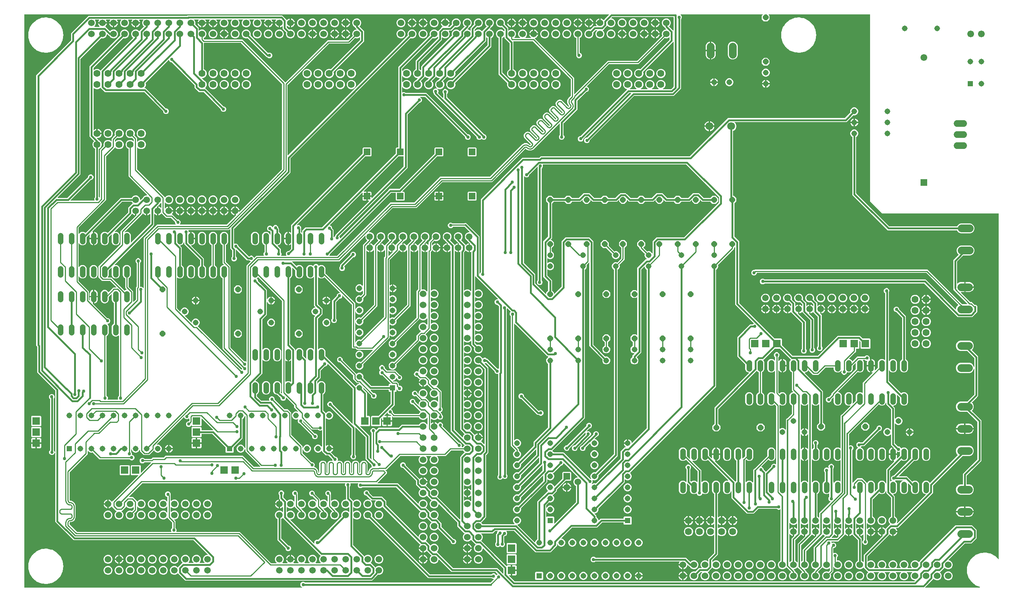
<source format=gbr>
G04 EAGLE Gerber RS-274X export*
G75*
%MOMM*%
%FSLAX34Y34*%
%LPD*%
%INTop Copper*%
%IPPOS*%
%AMOC8*
5,1,8,0,0,1.08239X$1,22.5*%
G01*
%ADD10C,1.799997*%
%ADD11C,1.549400*%
%ADD12R,1.799997X1.799997*%
%ADD13C,1.308000*%
%ADD14C,1.600200*%
%ADD15C,1.508000*%
%ADD16C,1.524000*%
%ADD17C,1.508000*%
%ADD18P,1.415766X8X112.500000*%
%ADD19P,1.415766X8X202.500000*%
%ADD20C,1.308000*%
%ADD21R,1.549400X1.549400*%
%ADD22R,1.508000X1.508000*%
%ADD23R,1.308000X1.308000*%
%ADD24R,1.524000X1.524000*%
%ADD25C,1.799997*%
%ADD26C,0.254000*%
%ADD27C,0.381000*%
%ADD28C,0.756400*%
%ADD29C,0.304800*%

G36*
X2205733Y10940D02*
X2205733Y10940D01*
X2205836Y10951D01*
X2205853Y10959D01*
X2205872Y10962D01*
X2205964Y11011D01*
X2206059Y11056D01*
X2206073Y11069D01*
X2206090Y11078D01*
X2206161Y11153D01*
X2206237Y11225D01*
X2206246Y11242D01*
X2206259Y11256D01*
X2206303Y11351D01*
X2206352Y11443D01*
X2206355Y11462D01*
X2206363Y11479D01*
X2206374Y11583D01*
X2206391Y11686D01*
X2206388Y11705D01*
X2206390Y11723D01*
X2206368Y11825D01*
X2206350Y11928D01*
X2206341Y11945D01*
X2206337Y11964D01*
X2206284Y12053D01*
X2206235Y12146D01*
X2206221Y12159D01*
X2206211Y12175D01*
X2206132Y12243D01*
X2206056Y12314D01*
X2206035Y12325D01*
X2206024Y12335D01*
X2205995Y12347D01*
X2205908Y12393D01*
X2196702Y16006D01*
X2187233Y23557D01*
X2180410Y33564D01*
X2176840Y45138D01*
X2176840Y57250D01*
X2180410Y68824D01*
X2180606Y69111D01*
X2181644Y70633D01*
X2181644Y70634D01*
X2183201Y72917D01*
X2184239Y74440D01*
X2185277Y75962D01*
X2186834Y78246D01*
X2187233Y78831D01*
X2196702Y86382D01*
X2207976Y90807D01*
X2220054Y91713D01*
X2220400Y91634D01*
X2223735Y90872D01*
X2227070Y90111D01*
X2230405Y89350D01*
X2230406Y89350D01*
X2231863Y89017D01*
X2242352Y82961D01*
X2248358Y76488D01*
X2248426Y76436D01*
X2248488Y76377D01*
X2248522Y76361D01*
X2248552Y76337D01*
X2248633Y76309D01*
X2248711Y76273D01*
X2248749Y76269D01*
X2248784Y76256D01*
X2248870Y76255D01*
X2248955Y76246D01*
X2248992Y76254D01*
X2249030Y76253D01*
X2249112Y76280D01*
X2249196Y76298D01*
X2249228Y76317D01*
X2249264Y76329D01*
X2249333Y76380D01*
X2249407Y76424D01*
X2249432Y76453D01*
X2249462Y76476D01*
X2249511Y76546D01*
X2249567Y76611D01*
X2249581Y76646D01*
X2249603Y76677D01*
X2249627Y76760D01*
X2249659Y76839D01*
X2249664Y76888D01*
X2249672Y76914D01*
X2249670Y76944D01*
X2249677Y77006D01*
X2249677Y869950D01*
X2249674Y869970D01*
X2249676Y869989D01*
X2249654Y870091D01*
X2249638Y870193D01*
X2249628Y870210D01*
X2249624Y870230D01*
X2249571Y870319D01*
X2249522Y870410D01*
X2249508Y870424D01*
X2249498Y870441D01*
X2249419Y870508D01*
X2249344Y870580D01*
X2249326Y870588D01*
X2249311Y870601D01*
X2249215Y870640D01*
X2249121Y870683D01*
X2249101Y870685D01*
X2249083Y870693D01*
X2248916Y870711D01*
X1981261Y870711D01*
X1953767Y898205D01*
X1953767Y1326896D01*
X1953764Y1326916D01*
X1953766Y1326935D01*
X1953744Y1327037D01*
X1953727Y1327139D01*
X1953718Y1327156D01*
X1953714Y1327176D01*
X1953661Y1327265D01*
X1953612Y1327356D01*
X1953598Y1327370D01*
X1953588Y1327387D01*
X1953509Y1327454D01*
X1953434Y1327526D01*
X1953416Y1327534D01*
X1953401Y1327547D01*
X1953305Y1327586D01*
X1953211Y1327629D01*
X1953191Y1327631D01*
X1953173Y1327639D01*
X1953006Y1327657D01*
X1721561Y1327657D01*
X1721490Y1327646D01*
X1721418Y1327644D01*
X1721369Y1327626D01*
X1721318Y1327618D01*
X1721255Y1327584D01*
X1721187Y1327559D01*
X1721147Y1327527D01*
X1721100Y1327502D01*
X1721051Y1327450D01*
X1720995Y1327406D01*
X1720967Y1327362D01*
X1720931Y1327324D01*
X1720901Y1327259D01*
X1720862Y1327199D01*
X1720849Y1327148D01*
X1720827Y1327101D01*
X1720820Y1327030D01*
X1720802Y1326960D01*
X1720806Y1326908D01*
X1720800Y1326857D01*
X1720816Y1326786D01*
X1720821Y1326715D01*
X1720842Y1326667D01*
X1720853Y1326616D01*
X1720889Y1326555D01*
X1720918Y1326489D01*
X1720962Y1326433D01*
X1720979Y1326405D01*
X1720997Y1326390D01*
X1721022Y1326358D01*
X1723073Y1324307D01*
X1723073Y1316785D01*
X1717753Y1311465D01*
X1710231Y1311465D01*
X1704911Y1316785D01*
X1704911Y1324307D01*
X1706962Y1326358D01*
X1707004Y1326416D01*
X1707053Y1326468D01*
X1707075Y1326515D01*
X1707105Y1326557D01*
X1707126Y1326626D01*
X1707157Y1326691D01*
X1707162Y1326743D01*
X1707178Y1326793D01*
X1707176Y1326864D01*
X1707184Y1326935D01*
X1707173Y1326986D01*
X1707171Y1327038D01*
X1707147Y1327106D01*
X1707131Y1327176D01*
X1707105Y1327221D01*
X1707087Y1327269D01*
X1707042Y1327325D01*
X1707005Y1327387D01*
X1706966Y1327421D01*
X1706933Y1327461D01*
X1706873Y1327500D01*
X1706818Y1327547D01*
X1706770Y1327566D01*
X1706726Y1327594D01*
X1706657Y1327612D01*
X1706590Y1327639D01*
X1706519Y1327647D01*
X1706488Y1327655D01*
X1706464Y1327653D01*
X1706423Y1327657D01*
X1519131Y1327657D01*
X1519061Y1327646D01*
X1518989Y1327644D01*
X1518940Y1327626D01*
X1518888Y1327618D01*
X1518825Y1327584D01*
X1518758Y1327559D01*
X1518717Y1327527D01*
X1518671Y1327502D01*
X1518622Y1327450D01*
X1518566Y1327406D01*
X1518538Y1327362D01*
X1518502Y1327324D01*
X1518472Y1327259D01*
X1518433Y1327199D01*
X1518420Y1327148D01*
X1518398Y1327101D01*
X1518390Y1327030D01*
X1518373Y1326960D01*
X1518377Y1326908D01*
X1518371Y1326857D01*
X1518386Y1326786D01*
X1518392Y1326715D01*
X1518412Y1326667D01*
X1518423Y1326616D01*
X1518460Y1326555D01*
X1518488Y1326489D01*
X1518533Y1326433D01*
X1518549Y1326405D01*
X1518567Y1326390D01*
X1518593Y1326358D01*
X1520315Y1324636D01*
X1521278Y1322312D01*
X1521278Y1319796D01*
X1520315Y1317472D01*
X1519624Y1316781D01*
X1519571Y1316707D01*
X1519511Y1316638D01*
X1519499Y1316608D01*
X1519480Y1316581D01*
X1519453Y1316494D01*
X1519419Y1316409D01*
X1519415Y1316369D01*
X1519408Y1316346D01*
X1519409Y1316314D01*
X1519401Y1316243D01*
X1519401Y1156915D01*
X1503072Y1140586D01*
X1412111Y1140586D01*
X1412021Y1140572D01*
X1411930Y1140564D01*
X1411900Y1140552D01*
X1411868Y1140547D01*
X1411787Y1140504D01*
X1411704Y1140468D01*
X1411671Y1140442D01*
X1411651Y1140431D01*
X1411629Y1140408D01*
X1411573Y1140363D01*
X1309820Y1038610D01*
X1309767Y1038537D01*
X1309707Y1038467D01*
X1309695Y1038437D01*
X1309676Y1038411D01*
X1309649Y1038324D01*
X1309615Y1038239D01*
X1309611Y1038198D01*
X1309604Y1038176D01*
X1309605Y1038143D01*
X1309597Y1038072D01*
X1309597Y1037094D01*
X1308634Y1034770D01*
X1306856Y1032992D01*
X1304532Y1032029D01*
X1302016Y1032029D01*
X1299692Y1032992D01*
X1297914Y1034770D01*
X1296951Y1037094D01*
X1296951Y1039610D01*
X1297914Y1041934D01*
X1299692Y1043712D01*
X1302016Y1044675D01*
X1302994Y1044675D01*
X1303084Y1044689D01*
X1303175Y1044697D01*
X1303205Y1044709D01*
X1303237Y1044714D01*
X1303318Y1044757D01*
X1303401Y1044793D01*
X1303434Y1044819D01*
X1303454Y1044830D01*
X1303476Y1044853D01*
X1303478Y1044854D01*
X1303480Y1044855D01*
X1303482Y1044857D01*
X1303532Y1044898D01*
X1404272Y1145637D01*
X1404313Y1145695D01*
X1404363Y1145747D01*
X1404385Y1145794D01*
X1404415Y1145836D01*
X1404436Y1145905D01*
X1404466Y1145970D01*
X1404472Y1146022D01*
X1404487Y1146072D01*
X1404486Y1146143D01*
X1404493Y1146214D01*
X1404482Y1146265D01*
X1404481Y1146317D01*
X1404456Y1146385D01*
X1404441Y1146455D01*
X1404415Y1146499D01*
X1404397Y1146548D01*
X1404352Y1146604D01*
X1404315Y1146666D01*
X1404275Y1146700D01*
X1404243Y1146740D01*
X1404183Y1146779D01*
X1404128Y1146826D01*
X1404080Y1146845D01*
X1404036Y1146873D01*
X1403967Y1146891D01*
X1403900Y1146918D01*
X1403829Y1146926D01*
X1403797Y1146934D01*
X1403774Y1146932D01*
X1403733Y1146936D01*
X1400681Y1146936D01*
X1400591Y1146922D01*
X1400500Y1146914D01*
X1400470Y1146902D01*
X1400438Y1146897D01*
X1400357Y1146854D01*
X1400274Y1146818D01*
X1400241Y1146792D01*
X1400221Y1146781D01*
X1400199Y1146758D01*
X1400143Y1146713D01*
X1295596Y1042166D01*
X1295550Y1042102D01*
X1295532Y1042083D01*
X1295528Y1042075D01*
X1295483Y1042023D01*
X1295471Y1041993D01*
X1295452Y1041967D01*
X1295425Y1041880D01*
X1295391Y1041795D01*
X1295387Y1041754D01*
X1295380Y1041732D01*
X1295381Y1041699D01*
X1295373Y1041628D01*
X1295373Y1040650D01*
X1294410Y1038326D01*
X1292632Y1036548D01*
X1290308Y1035585D01*
X1287792Y1035585D01*
X1285468Y1036548D01*
X1283690Y1038326D01*
X1282727Y1040650D01*
X1282727Y1043166D01*
X1283690Y1045490D01*
X1285468Y1047268D01*
X1287792Y1048231D01*
X1288770Y1048231D01*
X1288860Y1048245D01*
X1288951Y1048253D01*
X1288981Y1048265D01*
X1289013Y1048270D01*
X1289094Y1048313D01*
X1289177Y1048349D01*
X1289210Y1048375D01*
X1289230Y1048386D01*
X1289252Y1048409D01*
X1289308Y1048454D01*
X1393855Y1153001D01*
X1395382Y1154527D01*
X1395423Y1154585D01*
X1395473Y1154637D01*
X1395495Y1154684D01*
X1395525Y1154726D01*
X1395546Y1154795D01*
X1395576Y1154860D01*
X1395582Y1154912D01*
X1395597Y1154962D01*
X1395596Y1155033D01*
X1395603Y1155104D01*
X1395592Y1155155D01*
X1395591Y1155207D01*
X1395566Y1155275D01*
X1395551Y1155345D01*
X1395524Y1155390D01*
X1395507Y1155438D01*
X1395462Y1155494D01*
X1395425Y1155556D01*
X1395385Y1155590D01*
X1395353Y1155630D01*
X1395293Y1155669D01*
X1395238Y1155716D01*
X1395190Y1155735D01*
X1395146Y1155763D01*
X1395077Y1155781D01*
X1395010Y1155808D01*
X1394939Y1155816D01*
X1394913Y1155822D01*
X1391029Y1157431D01*
X1388063Y1160397D01*
X1386458Y1164271D01*
X1386458Y1168465D01*
X1388063Y1172339D01*
X1391029Y1175305D01*
X1394903Y1176910D01*
X1399097Y1176910D01*
X1402971Y1175305D01*
X1405937Y1172339D01*
X1407542Y1168465D01*
X1407542Y1164271D01*
X1405937Y1160397D01*
X1402971Y1157431D01*
X1402636Y1157292D01*
X1402553Y1157241D01*
X1402467Y1157195D01*
X1402449Y1157176D01*
X1402427Y1157163D01*
X1402365Y1157088D01*
X1402298Y1157017D01*
X1402287Y1156993D01*
X1402270Y1156973D01*
X1402235Y1156882D01*
X1402194Y1156794D01*
X1402191Y1156768D01*
X1402182Y1156744D01*
X1402178Y1156646D01*
X1402167Y1156550D01*
X1402173Y1156524D01*
X1402172Y1156498D01*
X1402199Y1156404D01*
X1402219Y1156309D01*
X1402233Y1156287D01*
X1402240Y1156262D01*
X1402296Y1156182D01*
X1402346Y1156098D01*
X1402365Y1156081D01*
X1402380Y1156060D01*
X1402459Y1156001D01*
X1402533Y1155938D01*
X1402557Y1155928D01*
X1402578Y1155913D01*
X1402670Y1155883D01*
X1402761Y1155846D01*
X1402793Y1155843D01*
X1402812Y1155837D01*
X1402845Y1155837D01*
X1402927Y1155828D01*
X1416473Y1155828D01*
X1416568Y1155843D01*
X1416666Y1155853D01*
X1416690Y1155863D01*
X1416715Y1155867D01*
X1416801Y1155913D01*
X1416890Y1155953D01*
X1416910Y1155970D01*
X1416933Y1155983D01*
X1417000Y1156053D01*
X1417071Y1156119D01*
X1417084Y1156142D01*
X1417102Y1156161D01*
X1417143Y1156249D01*
X1417190Y1156335D01*
X1417195Y1156360D01*
X1417206Y1156384D01*
X1417216Y1156481D01*
X1417234Y1156577D01*
X1417230Y1156603D01*
X1417233Y1156628D01*
X1417212Y1156723D01*
X1417198Y1156820D01*
X1417186Y1156843D01*
X1417181Y1156869D01*
X1417131Y1156952D01*
X1417086Y1157039D01*
X1417068Y1157058D01*
X1417054Y1157080D01*
X1416980Y1157143D01*
X1416911Y1157211D01*
X1416882Y1157227D01*
X1416867Y1157240D01*
X1416837Y1157252D01*
X1416764Y1157292D01*
X1416429Y1157431D01*
X1413463Y1160397D01*
X1411858Y1164271D01*
X1411858Y1168465D01*
X1413463Y1172339D01*
X1416429Y1175305D01*
X1420303Y1176910D01*
X1424497Y1176910D01*
X1428371Y1175305D01*
X1431337Y1172339D01*
X1432942Y1168465D01*
X1432942Y1164271D01*
X1431337Y1160397D01*
X1428371Y1157431D01*
X1428036Y1157292D01*
X1427953Y1157241D01*
X1427867Y1157195D01*
X1427849Y1157176D01*
X1427827Y1157163D01*
X1427765Y1157088D01*
X1427698Y1157017D01*
X1427687Y1156993D01*
X1427670Y1156973D01*
X1427635Y1156882D01*
X1427594Y1156794D01*
X1427591Y1156768D01*
X1427582Y1156744D01*
X1427578Y1156646D01*
X1427567Y1156550D01*
X1427573Y1156524D01*
X1427572Y1156498D01*
X1427599Y1156404D01*
X1427619Y1156309D01*
X1427633Y1156287D01*
X1427640Y1156262D01*
X1427696Y1156182D01*
X1427746Y1156098D01*
X1427765Y1156081D01*
X1427780Y1156060D01*
X1427859Y1156001D01*
X1427933Y1155938D01*
X1427957Y1155928D01*
X1427978Y1155913D01*
X1428070Y1155883D01*
X1428161Y1155846D01*
X1428193Y1155843D01*
X1428212Y1155837D01*
X1428245Y1155837D01*
X1428327Y1155828D01*
X1441873Y1155828D01*
X1441968Y1155843D01*
X1442066Y1155853D01*
X1442090Y1155863D01*
X1442115Y1155867D01*
X1442201Y1155913D01*
X1442290Y1155953D01*
X1442310Y1155970D01*
X1442333Y1155983D01*
X1442400Y1156053D01*
X1442471Y1156119D01*
X1442484Y1156142D01*
X1442502Y1156161D01*
X1442543Y1156249D01*
X1442590Y1156335D01*
X1442595Y1156360D01*
X1442606Y1156384D01*
X1442616Y1156481D01*
X1442634Y1156577D01*
X1442630Y1156603D01*
X1442633Y1156628D01*
X1442612Y1156723D01*
X1442598Y1156820D01*
X1442586Y1156843D01*
X1442581Y1156869D01*
X1442531Y1156952D01*
X1442486Y1157039D01*
X1442468Y1157058D01*
X1442454Y1157080D01*
X1442380Y1157143D01*
X1442311Y1157211D01*
X1442282Y1157227D01*
X1442267Y1157240D01*
X1442237Y1157252D01*
X1442164Y1157292D01*
X1441829Y1157431D01*
X1438863Y1160397D01*
X1437258Y1164271D01*
X1437258Y1168465D01*
X1438863Y1172339D01*
X1441829Y1175305D01*
X1445703Y1176910D01*
X1449897Y1176910D01*
X1453771Y1175305D01*
X1456737Y1172339D01*
X1458342Y1168465D01*
X1458342Y1164271D01*
X1456737Y1160397D01*
X1453771Y1157431D01*
X1453436Y1157292D01*
X1453353Y1157241D01*
X1453267Y1157195D01*
X1453249Y1157176D01*
X1453227Y1157163D01*
X1453165Y1157088D01*
X1453098Y1157017D01*
X1453087Y1156993D01*
X1453070Y1156973D01*
X1453035Y1156882D01*
X1452994Y1156794D01*
X1452991Y1156768D01*
X1452982Y1156744D01*
X1452978Y1156646D01*
X1452967Y1156550D01*
X1452973Y1156524D01*
X1452972Y1156498D01*
X1452999Y1156404D01*
X1453019Y1156309D01*
X1453033Y1156287D01*
X1453040Y1156262D01*
X1453096Y1156182D01*
X1453146Y1156098D01*
X1453165Y1156081D01*
X1453180Y1156060D01*
X1453259Y1156001D01*
X1453333Y1155938D01*
X1453357Y1155928D01*
X1453378Y1155913D01*
X1453470Y1155883D01*
X1453561Y1155846D01*
X1453593Y1155843D01*
X1453612Y1155837D01*
X1453645Y1155837D01*
X1453727Y1155828D01*
X1467273Y1155828D01*
X1467368Y1155843D01*
X1467466Y1155853D01*
X1467490Y1155863D01*
X1467515Y1155867D01*
X1467601Y1155913D01*
X1467690Y1155953D01*
X1467710Y1155970D01*
X1467733Y1155983D01*
X1467800Y1156053D01*
X1467871Y1156119D01*
X1467884Y1156142D01*
X1467902Y1156161D01*
X1467943Y1156249D01*
X1467990Y1156335D01*
X1467995Y1156360D01*
X1468006Y1156384D01*
X1468016Y1156481D01*
X1468034Y1156577D01*
X1468030Y1156603D01*
X1468033Y1156628D01*
X1468012Y1156723D01*
X1467998Y1156820D01*
X1467986Y1156843D01*
X1467981Y1156869D01*
X1467931Y1156952D01*
X1467886Y1157039D01*
X1467868Y1157058D01*
X1467854Y1157080D01*
X1467780Y1157143D01*
X1467711Y1157211D01*
X1467682Y1157227D01*
X1467667Y1157240D01*
X1467637Y1157252D01*
X1467564Y1157292D01*
X1467229Y1157431D01*
X1464263Y1160397D01*
X1462658Y1164271D01*
X1462658Y1168465D01*
X1464263Y1172339D01*
X1467229Y1175305D01*
X1471103Y1176910D01*
X1475297Y1176910D01*
X1479171Y1175305D01*
X1482137Y1172339D01*
X1483742Y1168465D01*
X1483742Y1164271D01*
X1482137Y1160397D01*
X1479171Y1157431D01*
X1478836Y1157292D01*
X1478753Y1157241D01*
X1478667Y1157195D01*
X1478649Y1157176D01*
X1478627Y1157163D01*
X1478565Y1157088D01*
X1478498Y1157017D01*
X1478487Y1156993D01*
X1478470Y1156973D01*
X1478435Y1156882D01*
X1478394Y1156794D01*
X1478391Y1156768D01*
X1478382Y1156744D01*
X1478378Y1156646D01*
X1478367Y1156550D01*
X1478373Y1156524D01*
X1478372Y1156498D01*
X1478399Y1156404D01*
X1478419Y1156309D01*
X1478433Y1156287D01*
X1478440Y1156262D01*
X1478496Y1156182D01*
X1478546Y1156098D01*
X1478565Y1156081D01*
X1478580Y1156060D01*
X1478659Y1156001D01*
X1478733Y1155938D01*
X1478757Y1155928D01*
X1478778Y1155913D01*
X1478870Y1155883D01*
X1478961Y1155846D01*
X1478993Y1155843D01*
X1479012Y1155837D01*
X1479045Y1155837D01*
X1479127Y1155828D01*
X1496443Y1155828D01*
X1496533Y1155842D01*
X1496624Y1155850D01*
X1496654Y1155862D01*
X1496686Y1155867D01*
X1496767Y1155910D01*
X1496850Y1155946D01*
X1496883Y1155972D01*
X1496903Y1155983D01*
X1496917Y1155997D01*
X1496918Y1155998D01*
X1496929Y1156008D01*
X1496981Y1156051D01*
X1502059Y1161129D01*
X1502112Y1161202D01*
X1502172Y1161272D01*
X1502184Y1161302D01*
X1502203Y1161328D01*
X1502230Y1161415D01*
X1502264Y1161500D01*
X1502268Y1161541D01*
X1502275Y1161563D01*
X1502274Y1161596D01*
X1502282Y1161667D01*
X1502282Y1263525D01*
X1502271Y1263596D01*
X1502269Y1263668D01*
X1502251Y1263717D01*
X1502243Y1263768D01*
X1502209Y1263831D01*
X1502184Y1263899D01*
X1502152Y1263939D01*
X1502127Y1263985D01*
X1502075Y1264035D01*
X1502031Y1264091D01*
X1501987Y1264119D01*
X1501949Y1264155D01*
X1501884Y1264185D01*
X1501824Y1264224D01*
X1501773Y1264236D01*
X1501726Y1264258D01*
X1501655Y1264266D01*
X1501585Y1264284D01*
X1501533Y1264280D01*
X1501482Y1264285D01*
X1501411Y1264270D01*
X1501340Y1264265D01*
X1501292Y1264244D01*
X1501241Y1264233D01*
X1501180Y1264196D01*
X1501114Y1264168D01*
X1501058Y1264124D01*
X1501030Y1264107D01*
X1501015Y1264089D01*
X1500983Y1264064D01*
X1432669Y1195750D01*
X1432601Y1195655D01*
X1432532Y1195562D01*
X1432530Y1195556D01*
X1432526Y1195550D01*
X1432492Y1195439D01*
X1432455Y1195328D01*
X1432455Y1195321D01*
X1432454Y1195315D01*
X1432457Y1195199D01*
X1432458Y1195082D01*
X1432460Y1195075D01*
X1432460Y1195069D01*
X1432466Y1195052D01*
X1432504Y1194921D01*
X1432942Y1193865D01*
X1432942Y1189671D01*
X1431337Y1185797D01*
X1428371Y1182831D01*
X1424497Y1181226D01*
X1420303Y1181226D01*
X1416429Y1182831D01*
X1413463Y1185797D01*
X1411858Y1189671D01*
X1411858Y1193865D01*
X1413463Y1197739D01*
X1416429Y1200705D01*
X1420303Y1202310D01*
X1424497Y1202310D01*
X1425553Y1201872D01*
X1425666Y1201846D01*
X1425780Y1201817D01*
X1425786Y1201818D01*
X1425792Y1201816D01*
X1425909Y1201827D01*
X1426025Y1201836D01*
X1426031Y1201839D01*
X1426037Y1201839D01*
X1426144Y1201887D01*
X1426251Y1201933D01*
X1426257Y1201937D01*
X1426262Y1201939D01*
X1426275Y1201952D01*
X1426382Y1202037D01*
X1493296Y1268952D01*
X1493349Y1269025D01*
X1493409Y1269095D01*
X1493421Y1269125D01*
X1493440Y1269151D01*
X1493467Y1269238D01*
X1493501Y1269323D01*
X1493505Y1269364D01*
X1493512Y1269386D01*
X1493511Y1269419D01*
X1493519Y1269490D01*
X1493519Y1274112D01*
X1493508Y1274183D01*
X1493506Y1274254D01*
X1493488Y1274303D01*
X1493480Y1274355D01*
X1493446Y1274418D01*
X1493421Y1274485D01*
X1493389Y1274526D01*
X1493364Y1274572D01*
X1493313Y1274621D01*
X1493268Y1274677D01*
X1493224Y1274706D01*
X1493186Y1274742D01*
X1493121Y1274772D01*
X1493061Y1274810D01*
X1493010Y1274823D01*
X1492963Y1274845D01*
X1492892Y1274853D01*
X1492822Y1274871D01*
X1492770Y1274866D01*
X1492719Y1274872D01*
X1492648Y1274857D01*
X1492577Y1274851D01*
X1492529Y1274831D01*
X1492478Y1274820D01*
X1492417Y1274783D01*
X1492351Y1274755D01*
X1492295Y1274710D01*
X1492267Y1274694D01*
X1492252Y1274676D01*
X1492220Y1274650D01*
X1491656Y1274086D01*
X1487921Y1272539D01*
X1483879Y1272539D01*
X1482404Y1273150D01*
X1482290Y1273177D01*
X1482177Y1273205D01*
X1482171Y1273205D01*
X1482165Y1273206D01*
X1482048Y1273195D01*
X1481932Y1273186D01*
X1481926Y1273184D01*
X1481920Y1273183D01*
X1481812Y1273135D01*
X1481705Y1273090D01*
X1481700Y1273085D01*
X1481695Y1273083D01*
X1481681Y1273071D01*
X1481574Y1272985D01*
X1422200Y1213611D01*
X1354698Y1213611D01*
X1354608Y1213597D01*
X1354517Y1213589D01*
X1354487Y1213577D01*
X1354455Y1213572D01*
X1354374Y1213529D01*
X1354290Y1213493D01*
X1354258Y1213467D01*
X1354238Y1213456D01*
X1354215Y1213433D01*
X1354160Y1213388D01*
X1303775Y1163004D01*
X1303748Y1162967D01*
X1303714Y1162935D01*
X1303677Y1162867D01*
X1303631Y1162804D01*
X1303618Y1162760D01*
X1303596Y1162720D01*
X1303582Y1162643D01*
X1303559Y1162569D01*
X1303560Y1162523D01*
X1303552Y1162478D01*
X1303563Y1162401D01*
X1303565Y1162323D01*
X1303581Y1162280D01*
X1303588Y1162234D01*
X1303623Y1162165D01*
X1303650Y1162092D01*
X1303679Y1162056D01*
X1303699Y1162015D01*
X1303755Y1161961D01*
X1303804Y1161900D01*
X1303842Y1161875D01*
X1303875Y1161843D01*
X1303995Y1161777D01*
X1304010Y1161767D01*
X1304015Y1161766D01*
X1304022Y1161762D01*
X1305493Y1161153D01*
X1307272Y1159374D01*
X1308234Y1157050D01*
X1308234Y1154535D01*
X1307272Y1152211D01*
X1305493Y1150432D01*
X1303169Y1149470D01*
X1302191Y1149470D01*
X1302101Y1149455D01*
X1302010Y1149448D01*
X1301980Y1149435D01*
X1301948Y1149430D01*
X1301868Y1149387D01*
X1301784Y1149352D01*
X1301752Y1149326D01*
X1301731Y1149315D01*
X1301709Y1149292D01*
X1301653Y1149247D01*
X1281642Y1129237D01*
X1281589Y1129163D01*
X1281530Y1129093D01*
X1281518Y1129063D01*
X1281499Y1129037D01*
X1281472Y1128950D01*
X1281438Y1128865D01*
X1281433Y1128824D01*
X1281427Y1128802D01*
X1281427Y1128770D01*
X1281420Y1128698D01*
X1281420Y1109299D01*
X1250031Y1077910D01*
X1249978Y1077836D01*
X1249918Y1077767D01*
X1249906Y1077737D01*
X1249887Y1077710D01*
X1249860Y1077624D01*
X1249826Y1077539D01*
X1249822Y1077498D01*
X1249815Y1077475D01*
X1249816Y1077443D01*
X1249808Y1077372D01*
X1249808Y1050684D01*
X1249822Y1050594D01*
X1249830Y1050503D01*
X1249842Y1050474D01*
X1249847Y1050442D01*
X1249890Y1050361D01*
X1249926Y1050277D01*
X1249952Y1050245D01*
X1249963Y1050224D01*
X1249986Y1050202D01*
X1250031Y1050146D01*
X1250722Y1049455D01*
X1251685Y1047131D01*
X1251685Y1044615D01*
X1250722Y1042291D01*
X1248944Y1040513D01*
X1246620Y1039550D01*
X1244104Y1039550D01*
X1241780Y1040513D01*
X1240002Y1042291D01*
X1239039Y1044615D01*
X1239039Y1047131D01*
X1240002Y1049455D01*
X1240693Y1050146D01*
X1240746Y1050220D01*
X1240806Y1050289D01*
X1240818Y1050320D01*
X1240837Y1050346D01*
X1240864Y1050433D01*
X1240898Y1050518D01*
X1240902Y1050559D01*
X1240909Y1050581D01*
X1240908Y1050613D01*
X1240916Y1050684D01*
X1240916Y1075938D01*
X1240915Y1075947D01*
X1240915Y1075951D01*
X1240911Y1075970D01*
X1240905Y1076009D01*
X1240903Y1076081D01*
X1240885Y1076130D01*
X1240877Y1076181D01*
X1240843Y1076244D01*
X1240818Y1076312D01*
X1240786Y1076352D01*
X1240761Y1076398D01*
X1240709Y1076448D01*
X1240665Y1076504D01*
X1240621Y1076532D01*
X1240583Y1076568D01*
X1240518Y1076598D01*
X1240458Y1076637D01*
X1240407Y1076649D01*
X1240360Y1076671D01*
X1240289Y1076679D01*
X1240219Y1076697D01*
X1240167Y1076693D01*
X1240116Y1076699D01*
X1240045Y1076683D01*
X1239974Y1076678D01*
X1239926Y1076657D01*
X1239875Y1076646D01*
X1239814Y1076609D01*
X1239748Y1076581D01*
X1239692Y1076537D01*
X1239664Y1076520D01*
X1239649Y1076502D01*
X1239617Y1076477D01*
X1180659Y1017518D01*
X1180658Y1017518D01*
X1180122Y1016982D01*
X1175220Y1014951D01*
X1169915Y1014951D01*
X1165013Y1016982D01*
X1163228Y1018768D01*
X1163211Y1018779D01*
X1163199Y1018795D01*
X1163112Y1018851D01*
X1163028Y1018911D01*
X1163009Y1018917D01*
X1162992Y1018928D01*
X1162892Y1018953D01*
X1162793Y1018983D01*
X1162773Y1018983D01*
X1162753Y1018988D01*
X1162650Y1018980D01*
X1162547Y1018977D01*
X1162528Y1018970D01*
X1162508Y1018969D01*
X1162413Y1018928D01*
X1162316Y1018893D01*
X1162300Y1018880D01*
X1162282Y1018872D01*
X1162151Y1018768D01*
X1088175Y944791D01*
X1085719Y942336D01*
X1083423Y942336D01*
X1083422Y942336D01*
X971734Y942336D01*
X971644Y942321D01*
X971553Y942314D01*
X971523Y942301D01*
X971491Y942296D01*
X971410Y942254D01*
X971326Y942218D01*
X971294Y942192D01*
X971274Y942181D01*
X971251Y942158D01*
X971195Y942113D01*
X911961Y882878D01*
X857358Y882878D01*
X857268Y882864D01*
X857177Y882856D01*
X857148Y882844D01*
X857116Y882839D01*
X857035Y882796D01*
X856951Y882760D01*
X856919Y882734D01*
X856898Y882724D01*
X856876Y882700D01*
X856820Y882655D01*
X802645Y828480D01*
X802603Y828422D01*
X802554Y828370D01*
X802532Y828323D01*
X802501Y828281D01*
X802480Y828212D01*
X802450Y828147D01*
X802444Y828095D01*
X802429Y828045D01*
X802431Y827974D01*
X802423Y827903D01*
X802434Y827852D01*
X802435Y827800D01*
X802460Y827732D01*
X802475Y827662D01*
X802502Y827617D01*
X802520Y827569D01*
X802565Y827513D01*
X802601Y827451D01*
X802641Y827417D01*
X802674Y827377D01*
X802734Y827338D01*
X802788Y827291D01*
X802837Y827272D01*
X802881Y827244D01*
X802950Y827226D01*
X803017Y827199D01*
X803088Y827191D01*
X803119Y827183D01*
X803142Y827185D01*
X803183Y827181D01*
X806505Y827181D01*
X810210Y825646D01*
X813046Y822810D01*
X814581Y819105D01*
X814581Y815095D01*
X813046Y811390D01*
X810210Y808554D01*
X808781Y807962D01*
X808681Y807900D01*
X808581Y807840D01*
X808577Y807836D01*
X808572Y807832D01*
X808497Y807742D01*
X808421Y807653D01*
X808419Y807648D01*
X808415Y807643D01*
X808373Y807534D01*
X808329Y807425D01*
X808328Y807418D01*
X808327Y807413D01*
X808326Y807395D01*
X808311Y807259D01*
X808311Y807177D01*
X803200Y802066D01*
X803147Y801992D01*
X803087Y801923D01*
X803075Y801892D01*
X803056Y801866D01*
X803029Y801779D01*
X802995Y801694D01*
X802991Y801653D01*
X802984Y801631D01*
X802985Y801599D01*
X802977Y801528D01*
X802977Y792462D01*
X802980Y792442D01*
X802978Y792423D01*
X803000Y792321D01*
X803017Y792219D01*
X803026Y792202D01*
X803030Y792182D01*
X803083Y792093D01*
X803132Y792002D01*
X803146Y791988D01*
X803156Y791971D01*
X803235Y791904D01*
X803310Y791833D01*
X803328Y791824D01*
X803343Y791811D01*
X803439Y791773D01*
X803533Y791729D01*
X803553Y791727D01*
X803571Y791719D01*
X803738Y791701D01*
X805262Y791701D01*
X805282Y791704D01*
X805301Y791702D01*
X805403Y791724D01*
X805505Y791741D01*
X805522Y791750D01*
X805542Y791754D01*
X805631Y791807D01*
X805722Y791856D01*
X805736Y791870D01*
X805753Y791880D01*
X805820Y791959D01*
X805891Y792034D01*
X805900Y792052D01*
X805913Y792067D01*
X805952Y792163D01*
X805995Y792257D01*
X805997Y792277D01*
X806005Y792295D01*
X806023Y792462D01*
X806023Y801665D01*
X806861Y801533D01*
X808370Y801042D01*
X809783Y800322D01*
X811067Y799389D01*
X812189Y798267D01*
X812652Y797630D01*
X812658Y797624D01*
X812662Y797617D01*
X812745Y797538D01*
X812827Y797457D01*
X812834Y797453D01*
X812840Y797448D01*
X812944Y797399D01*
X813048Y797349D01*
X813056Y797348D01*
X813063Y797344D01*
X813177Y797332D01*
X813292Y797316D01*
X813300Y797318D01*
X813307Y797317D01*
X813420Y797342D01*
X813533Y797364D01*
X813540Y797368D01*
X813548Y797369D01*
X813647Y797428D01*
X813747Y797485D01*
X813752Y797491D01*
X813759Y797496D01*
X813834Y797583D01*
X813911Y797669D01*
X813914Y797676D01*
X813919Y797682D01*
X813962Y797789D01*
X814007Y797895D01*
X814008Y797903D01*
X814011Y797911D01*
X814029Y798077D01*
X814029Y798274D01*
X816484Y800729D01*
X823711Y807956D01*
X823723Y807972D01*
X823738Y807985D01*
X823795Y808072D01*
X823855Y808156D01*
X823861Y808175D01*
X823871Y808191D01*
X823897Y808292D01*
X823927Y808391D01*
X823927Y808411D01*
X823932Y808430D01*
X823923Y808533D01*
X823921Y808637D01*
X823914Y808655D01*
X823912Y808675D01*
X823872Y808770D01*
X823836Y808868D01*
X823824Y808883D01*
X823816Y808902D01*
X823711Y809032D01*
X821354Y811390D01*
X819819Y815095D01*
X819819Y819105D01*
X821354Y822810D01*
X824190Y825646D01*
X827895Y827181D01*
X831905Y827181D01*
X835610Y825646D01*
X838446Y822810D01*
X839981Y819105D01*
X839981Y815095D01*
X838446Y811390D01*
X835610Y808554D01*
X834181Y807962D01*
X834081Y807900D01*
X833981Y807840D01*
X833977Y807836D01*
X833972Y807832D01*
X833897Y807742D01*
X833821Y807653D01*
X833819Y807648D01*
X833815Y807643D01*
X833773Y807534D01*
X833729Y807425D01*
X833728Y807418D01*
X833727Y807413D01*
X833726Y807395D01*
X833711Y807259D01*
X833711Y807177D01*
X828600Y802066D01*
X828547Y801992D01*
X828487Y801923D01*
X828475Y801892D01*
X828456Y801866D01*
X828429Y801779D01*
X828395Y801694D01*
X828391Y801653D01*
X828384Y801631D01*
X828385Y801599D01*
X828377Y801528D01*
X828377Y792462D01*
X828380Y792442D01*
X828378Y792423D01*
X828400Y792321D01*
X828417Y792219D01*
X828426Y792202D01*
X828430Y792182D01*
X828483Y792093D01*
X828532Y792002D01*
X828546Y791988D01*
X828556Y791971D01*
X828635Y791904D01*
X828710Y791833D01*
X828728Y791824D01*
X828743Y791811D01*
X828839Y791773D01*
X828933Y791729D01*
X828953Y791727D01*
X828971Y791719D01*
X829138Y791701D01*
X830662Y791701D01*
X830682Y791704D01*
X830701Y791702D01*
X830803Y791724D01*
X830905Y791741D01*
X830922Y791750D01*
X830942Y791754D01*
X831031Y791807D01*
X831122Y791856D01*
X831136Y791870D01*
X831153Y791880D01*
X831220Y791959D01*
X831291Y792034D01*
X831300Y792052D01*
X831313Y792067D01*
X831352Y792163D01*
X831395Y792257D01*
X831397Y792277D01*
X831405Y792295D01*
X831423Y792462D01*
X831423Y801665D01*
X832261Y801533D01*
X833770Y801042D01*
X835183Y800322D01*
X836467Y799389D01*
X837589Y798267D01*
X838052Y797630D01*
X838058Y797624D01*
X838062Y797617D01*
X838145Y797538D01*
X838227Y797457D01*
X838234Y797453D01*
X838240Y797448D01*
X838344Y797399D01*
X838448Y797349D01*
X838456Y797348D01*
X838463Y797344D01*
X838577Y797332D01*
X838692Y797316D01*
X838700Y797318D01*
X838707Y797317D01*
X838820Y797342D01*
X838933Y797364D01*
X838940Y797368D01*
X838948Y797369D01*
X839047Y797428D01*
X839147Y797485D01*
X839152Y797491D01*
X839159Y797496D01*
X839234Y797583D01*
X839311Y797669D01*
X839314Y797676D01*
X839319Y797682D01*
X839362Y797789D01*
X839407Y797895D01*
X839408Y797903D01*
X839411Y797911D01*
X839429Y798077D01*
X839429Y798274D01*
X849111Y807956D01*
X849123Y807972D01*
X849138Y807985D01*
X849195Y808072D01*
X849255Y808156D01*
X849261Y808175D01*
X849271Y808191D01*
X849297Y808292D01*
X849327Y808391D01*
X849327Y808411D01*
X849332Y808430D01*
X849323Y808533D01*
X849321Y808637D01*
X849314Y808655D01*
X849312Y808675D01*
X849272Y808770D01*
X849236Y808868D01*
X849224Y808883D01*
X849216Y808902D01*
X849111Y809032D01*
X846754Y811390D01*
X845219Y815095D01*
X845219Y819105D01*
X846754Y822810D01*
X849590Y825646D01*
X853295Y827181D01*
X857305Y827181D01*
X861010Y825646D01*
X863846Y822810D01*
X865381Y819105D01*
X865381Y815095D01*
X863846Y811390D01*
X861010Y808554D01*
X859581Y807962D01*
X859481Y807900D01*
X859381Y807840D01*
X859377Y807836D01*
X859372Y807832D01*
X859297Y807742D01*
X859221Y807653D01*
X859219Y807648D01*
X859215Y807643D01*
X859173Y807534D01*
X859129Y807425D01*
X859128Y807418D01*
X859127Y807413D01*
X859126Y807395D01*
X859111Y807259D01*
X859111Y807177D01*
X854000Y802066D01*
X853947Y801992D01*
X853887Y801923D01*
X853875Y801892D01*
X853856Y801866D01*
X853829Y801779D01*
X853795Y801694D01*
X853791Y801653D01*
X853784Y801631D01*
X853785Y801599D01*
X853777Y801528D01*
X853777Y792462D01*
X853780Y792442D01*
X853778Y792423D01*
X853800Y792321D01*
X853817Y792219D01*
X853826Y792202D01*
X853830Y792182D01*
X853883Y792093D01*
X853932Y792002D01*
X853946Y791988D01*
X853956Y791971D01*
X854035Y791904D01*
X854110Y791833D01*
X854128Y791824D01*
X854143Y791811D01*
X854239Y791773D01*
X854333Y791729D01*
X854353Y791727D01*
X854371Y791719D01*
X854538Y791701D01*
X856062Y791701D01*
X856082Y791704D01*
X856101Y791702D01*
X856203Y791724D01*
X856305Y791741D01*
X856322Y791750D01*
X856342Y791754D01*
X856431Y791807D01*
X856522Y791856D01*
X856536Y791870D01*
X856553Y791880D01*
X856620Y791959D01*
X856691Y792034D01*
X856700Y792052D01*
X856713Y792067D01*
X856752Y792163D01*
X856795Y792257D01*
X856797Y792277D01*
X856805Y792295D01*
X856823Y792462D01*
X856823Y801665D01*
X857661Y801533D01*
X859170Y801042D01*
X860583Y800322D01*
X861867Y799389D01*
X862701Y798555D01*
X862717Y798543D01*
X862730Y798528D01*
X862817Y798472D01*
X862901Y798411D01*
X862920Y798406D01*
X862937Y798395D01*
X863037Y798370D01*
X863136Y798339D01*
X863156Y798340D01*
X863175Y798335D01*
X863278Y798343D01*
X863382Y798345D01*
X863401Y798352D01*
X863421Y798354D01*
X863515Y798394D01*
X863613Y798430D01*
X863629Y798442D01*
X863647Y798450D01*
X863778Y798555D01*
X873845Y808622D01*
X873857Y808638D01*
X873872Y808651D01*
X873928Y808738D01*
X873989Y808822D01*
X873994Y808841D01*
X874005Y808858D01*
X874030Y808958D01*
X874061Y809057D01*
X874060Y809077D01*
X874065Y809096D01*
X874057Y809199D01*
X874055Y809303D01*
X874048Y809322D01*
X874046Y809341D01*
X874006Y809436D01*
X873970Y809534D01*
X873958Y809550D01*
X873950Y809568D01*
X873845Y809699D01*
X872154Y811390D01*
X870619Y815095D01*
X870619Y819105D01*
X872154Y822810D01*
X874990Y825646D01*
X878695Y827181D01*
X882705Y827181D01*
X886410Y825646D01*
X889246Y822810D01*
X890781Y819105D01*
X890781Y815095D01*
X889246Y811390D01*
X886410Y808554D01*
X883383Y807300D01*
X883328Y807266D01*
X883267Y807240D01*
X883202Y807188D01*
X883174Y807171D01*
X883162Y807156D01*
X883136Y807135D01*
X879039Y803038D01*
X879034Y803031D01*
X879028Y803026D01*
X878962Y802931D01*
X878895Y802838D01*
X878893Y802830D01*
X878888Y802824D01*
X878857Y802713D01*
X878823Y802603D01*
X878823Y802595D01*
X878821Y802587D01*
X878826Y802472D01*
X878829Y802357D01*
X878832Y802349D01*
X878832Y802341D01*
X878874Y802234D01*
X878914Y802126D01*
X878919Y802120D01*
X878922Y802112D01*
X878995Y802024D01*
X879067Y801934D01*
X879074Y801929D01*
X879079Y801923D01*
X879177Y801863D01*
X879177Y792462D01*
X879180Y792442D01*
X879178Y792423D01*
X879200Y792321D01*
X879217Y792219D01*
X879226Y792202D01*
X879230Y792182D01*
X879283Y792093D01*
X879332Y792002D01*
X879346Y791988D01*
X879356Y791971D01*
X879435Y791904D01*
X879510Y791833D01*
X879528Y791824D01*
X879543Y791811D01*
X879639Y791773D01*
X879733Y791729D01*
X879753Y791727D01*
X879771Y791719D01*
X879938Y791701D01*
X881462Y791701D01*
X881482Y791704D01*
X881501Y791702D01*
X881603Y791724D01*
X881705Y791741D01*
X881722Y791750D01*
X881742Y791754D01*
X881831Y791807D01*
X881922Y791856D01*
X881936Y791870D01*
X881953Y791880D01*
X882020Y791959D01*
X882091Y792034D01*
X882100Y792052D01*
X882113Y792067D01*
X882152Y792163D01*
X882195Y792257D01*
X882197Y792277D01*
X882205Y792295D01*
X882223Y792462D01*
X882223Y801665D01*
X883061Y801533D01*
X884570Y801042D01*
X885983Y800322D01*
X887267Y799389D01*
X888389Y798267D01*
X888852Y797630D01*
X888858Y797624D01*
X888862Y797617D01*
X888945Y797538D01*
X889027Y797457D01*
X889034Y797453D01*
X889040Y797448D01*
X889144Y797399D01*
X889248Y797349D01*
X889256Y797348D01*
X889263Y797344D01*
X889377Y797332D01*
X889492Y797316D01*
X889500Y797318D01*
X889507Y797317D01*
X889620Y797342D01*
X889733Y797364D01*
X889740Y797368D01*
X889748Y797369D01*
X889847Y797428D01*
X889947Y797485D01*
X889952Y797491D01*
X889959Y797496D01*
X890034Y797583D01*
X890111Y797669D01*
X890114Y797676D01*
X890119Y797682D01*
X890162Y797789D01*
X890207Y797895D01*
X890208Y797903D01*
X890211Y797911D01*
X890229Y798077D01*
X890229Y798274D01*
X892684Y800729D01*
X899911Y807956D01*
X899923Y807972D01*
X899938Y807985D01*
X899995Y808072D01*
X900055Y808156D01*
X900061Y808175D01*
X900071Y808191D01*
X900097Y808292D01*
X900127Y808391D01*
X900127Y808411D01*
X900132Y808430D01*
X900123Y808533D01*
X900121Y808637D01*
X900114Y808655D01*
X900112Y808675D01*
X900072Y808770D01*
X900036Y808868D01*
X900024Y808883D01*
X900016Y808902D01*
X899911Y809032D01*
X897554Y811390D01*
X896019Y815095D01*
X896019Y819105D01*
X897554Y822810D01*
X900390Y825646D01*
X904095Y827181D01*
X908105Y827181D01*
X911810Y825646D01*
X914646Y822810D01*
X916181Y819105D01*
X916181Y815095D01*
X914646Y811390D01*
X911810Y808554D01*
X910381Y807962D01*
X910281Y807900D01*
X910181Y807840D01*
X910177Y807836D01*
X910172Y807832D01*
X910097Y807742D01*
X910021Y807653D01*
X910019Y807648D01*
X910015Y807643D01*
X909973Y807534D01*
X909929Y807425D01*
X909928Y807418D01*
X909927Y807413D01*
X909926Y807395D01*
X909911Y807259D01*
X909911Y807177D01*
X904800Y802066D01*
X904747Y801992D01*
X904687Y801923D01*
X904675Y801892D01*
X904656Y801866D01*
X904629Y801779D01*
X904595Y801694D01*
X904591Y801653D01*
X904584Y801631D01*
X904585Y801599D01*
X904577Y801528D01*
X904577Y792462D01*
X904580Y792442D01*
X904578Y792423D01*
X904600Y792321D01*
X904617Y792219D01*
X904626Y792202D01*
X904630Y792182D01*
X904683Y792093D01*
X904732Y792002D01*
X904746Y791988D01*
X904756Y791971D01*
X904835Y791904D01*
X904910Y791833D01*
X904928Y791824D01*
X904943Y791811D01*
X905039Y791773D01*
X905133Y791729D01*
X905153Y791727D01*
X905171Y791719D01*
X905338Y791701D01*
X906862Y791701D01*
X906882Y791704D01*
X906901Y791702D01*
X907003Y791724D01*
X907105Y791741D01*
X907122Y791750D01*
X907142Y791754D01*
X907231Y791807D01*
X907322Y791856D01*
X907336Y791870D01*
X907353Y791880D01*
X907420Y791959D01*
X907491Y792034D01*
X907500Y792052D01*
X907513Y792067D01*
X907552Y792163D01*
X907595Y792257D01*
X907597Y792277D01*
X907605Y792295D01*
X907623Y792462D01*
X907623Y801665D01*
X908461Y801533D01*
X909970Y801042D01*
X911383Y800322D01*
X912667Y799389D01*
X913789Y798267D01*
X914252Y797630D01*
X914258Y797624D01*
X914262Y797617D01*
X914345Y797538D01*
X914427Y797457D01*
X914434Y797453D01*
X914440Y797448D01*
X914544Y797399D01*
X914648Y797349D01*
X914656Y797348D01*
X914663Y797344D01*
X914777Y797332D01*
X914892Y797316D01*
X914900Y797318D01*
X914907Y797317D01*
X915020Y797342D01*
X915133Y797364D01*
X915140Y797368D01*
X915148Y797369D01*
X915246Y797428D01*
X915347Y797485D01*
X915352Y797491D01*
X915359Y797496D01*
X915434Y797583D01*
X915511Y797669D01*
X915514Y797676D01*
X915519Y797682D01*
X915562Y797790D01*
X915607Y797895D01*
X915608Y797903D01*
X915611Y797911D01*
X915629Y798077D01*
X915629Y798274D01*
X918084Y800729D01*
X925311Y807956D01*
X925323Y807972D01*
X925338Y807985D01*
X925395Y808072D01*
X925455Y808156D01*
X925461Y808175D01*
X925471Y808191D01*
X925497Y808292D01*
X925527Y808391D01*
X925527Y808411D01*
X925532Y808430D01*
X925523Y808533D01*
X925521Y808637D01*
X925514Y808655D01*
X925512Y808675D01*
X925472Y808770D01*
X925436Y808868D01*
X925424Y808883D01*
X925416Y808902D01*
X925311Y809032D01*
X922954Y811390D01*
X921419Y815095D01*
X921419Y819105D01*
X922954Y822810D01*
X925790Y825646D01*
X929495Y827181D01*
X933505Y827181D01*
X937210Y825646D01*
X940046Y822810D01*
X941581Y819105D01*
X941581Y815095D01*
X940046Y811390D01*
X937210Y808554D01*
X935781Y807962D01*
X935681Y807900D01*
X935581Y807840D01*
X935577Y807836D01*
X935572Y807832D01*
X935497Y807742D01*
X935421Y807653D01*
X935419Y807648D01*
X935415Y807643D01*
X935373Y807534D01*
X935329Y807425D01*
X935328Y807418D01*
X935327Y807413D01*
X935326Y807395D01*
X935311Y807259D01*
X935311Y807177D01*
X930200Y802066D01*
X930147Y801992D01*
X930087Y801923D01*
X930075Y801892D01*
X930056Y801866D01*
X930029Y801779D01*
X929995Y801694D01*
X929991Y801653D01*
X929984Y801631D01*
X929985Y801599D01*
X929977Y801528D01*
X929977Y792462D01*
X929980Y792442D01*
X929978Y792423D01*
X930000Y792321D01*
X930017Y792219D01*
X930026Y792202D01*
X930030Y792182D01*
X930083Y792093D01*
X930132Y792002D01*
X930146Y791988D01*
X930156Y791971D01*
X930235Y791904D01*
X930310Y791833D01*
X930328Y791824D01*
X930343Y791811D01*
X930439Y791773D01*
X930533Y791729D01*
X930553Y791727D01*
X930571Y791719D01*
X930738Y791701D01*
X932262Y791701D01*
X932282Y791704D01*
X932301Y791702D01*
X932403Y791724D01*
X932505Y791741D01*
X932522Y791750D01*
X932542Y791754D01*
X932631Y791807D01*
X932722Y791856D01*
X932736Y791870D01*
X932753Y791880D01*
X932820Y791959D01*
X932891Y792034D01*
X932900Y792052D01*
X932913Y792067D01*
X932952Y792163D01*
X932995Y792257D01*
X932997Y792277D01*
X933005Y792295D01*
X933023Y792462D01*
X933023Y801665D01*
X933861Y801533D01*
X935370Y801042D01*
X936783Y800322D01*
X938067Y799389D01*
X938450Y799007D01*
X938508Y798965D01*
X938560Y798915D01*
X938607Y798893D01*
X938649Y798863D01*
X938718Y798842D01*
X938783Y798812D01*
X938835Y798806D01*
X938885Y798791D01*
X938956Y798793D01*
X939027Y798785D01*
X939078Y798796D01*
X939130Y798797D01*
X939198Y798822D01*
X939268Y798837D01*
X939313Y798864D01*
X939361Y798881D01*
X939417Y798926D01*
X939479Y798963D01*
X939513Y799003D01*
X939553Y799035D01*
X939592Y799095D01*
X939639Y799150D01*
X939658Y799198D01*
X939686Y799242D01*
X939704Y799311D01*
X939731Y799378D01*
X939739Y799449D01*
X939747Y799481D01*
X939745Y799504D01*
X939749Y799545D01*
X939749Y805338D01*
X942204Y807794D01*
X947246Y812836D01*
X947315Y812931D01*
X947384Y813024D01*
X947386Y813030D01*
X947390Y813035D01*
X947424Y813147D01*
X947461Y813258D01*
X947460Y813264D01*
X947462Y813270D01*
X947459Y813387D01*
X947458Y813504D01*
X947456Y813511D01*
X947456Y813516D01*
X947450Y813534D01*
X947411Y813665D01*
X946819Y815095D01*
X946819Y819105D01*
X948354Y822810D01*
X951190Y825646D01*
X954895Y827181D01*
X958905Y827181D01*
X962610Y825646D01*
X965446Y822810D01*
X966981Y819105D01*
X966981Y815095D01*
X965446Y811390D01*
X962610Y808554D01*
X958905Y807019D01*
X954895Y807019D01*
X953465Y807611D01*
X953352Y807638D01*
X953238Y807667D01*
X953232Y807666D01*
X953226Y807668D01*
X953109Y807657D01*
X952993Y807648D01*
X952987Y807645D01*
X952981Y807645D01*
X952873Y807597D01*
X952767Y807551D01*
X952761Y807547D01*
X952756Y807545D01*
X952742Y807532D01*
X952636Y807446D01*
X947594Y802404D01*
X947541Y802330D01*
X947533Y802322D01*
X947502Y802290D01*
X947499Y802282D01*
X947481Y802261D01*
X947469Y802231D01*
X947450Y802205D01*
X947425Y802122D01*
X947399Y802066D01*
X947397Y802053D01*
X947389Y802033D01*
X947385Y801992D01*
X947378Y801970D01*
X947379Y801937D01*
X947371Y801866D01*
X947371Y798077D01*
X947372Y798069D01*
X947371Y798061D01*
X947392Y797948D01*
X947410Y797835D01*
X947414Y797828D01*
X947416Y797820D01*
X947472Y797719D01*
X947526Y797617D01*
X947531Y797612D01*
X947535Y797605D01*
X947620Y797527D01*
X947704Y797448D01*
X947711Y797444D01*
X947717Y797439D01*
X947822Y797393D01*
X947927Y797344D01*
X947935Y797343D01*
X947942Y797340D01*
X948057Y797330D01*
X948171Y797317D01*
X948179Y797319D01*
X948187Y797318D01*
X948300Y797345D01*
X948412Y797369D01*
X948419Y797373D01*
X948426Y797375D01*
X948525Y797437D01*
X948623Y797496D01*
X948628Y797502D01*
X948635Y797506D01*
X948748Y797630D01*
X949211Y798267D01*
X950333Y799389D01*
X951617Y800322D01*
X953030Y801042D01*
X954539Y801533D01*
X955377Y801665D01*
X955377Y792462D01*
X955380Y792442D01*
X955378Y792423D01*
X955400Y792321D01*
X955417Y792219D01*
X955426Y792202D01*
X955430Y792182D01*
X955483Y792093D01*
X955532Y792002D01*
X955546Y791988D01*
X955556Y791971D01*
X955635Y791904D01*
X955710Y791833D01*
X955728Y791824D01*
X955743Y791811D01*
X955839Y791773D01*
X955933Y791729D01*
X955953Y791727D01*
X955971Y791719D01*
X956138Y791701D01*
X956901Y791701D01*
X956901Y791699D01*
X956138Y791699D01*
X956118Y791696D01*
X956099Y791698D01*
X955997Y791676D01*
X955895Y791659D01*
X955878Y791650D01*
X955858Y791646D01*
X955769Y791593D01*
X955678Y791544D01*
X955664Y791530D01*
X955647Y791520D01*
X955580Y791441D01*
X955509Y791366D01*
X955500Y791348D01*
X955487Y791333D01*
X955448Y791237D01*
X955405Y791143D01*
X955403Y791123D01*
X955395Y791105D01*
X955377Y790938D01*
X955377Y781735D01*
X954539Y781867D01*
X953030Y782358D01*
X951617Y783078D01*
X950333Y784011D01*
X949211Y785133D01*
X948748Y785770D01*
X948742Y785776D01*
X948738Y785783D01*
X948655Y785862D01*
X948573Y785943D01*
X948566Y785947D01*
X948560Y785952D01*
X948456Y786001D01*
X948352Y786051D01*
X948344Y786052D01*
X948337Y786056D01*
X948223Y786068D01*
X948108Y786084D01*
X948100Y786082D01*
X948093Y786083D01*
X947980Y786058D01*
X947867Y786036D01*
X947860Y786032D01*
X947852Y786031D01*
X947753Y785972D01*
X947653Y785915D01*
X947648Y785909D01*
X947641Y785904D01*
X947566Y785817D01*
X947489Y785731D01*
X947486Y785724D01*
X947481Y785718D01*
X947438Y785611D01*
X947393Y785505D01*
X947392Y785497D01*
X947389Y785489D01*
X947371Y785323D01*
X947371Y785126D01*
X944916Y782671D01*
X944850Y782605D01*
X944808Y782546D01*
X944761Y782497D01*
X944753Y782480D01*
X944737Y782462D01*
X944725Y782432D01*
X944706Y782406D01*
X944683Y782329D01*
X944657Y782274D01*
X944655Y782259D01*
X944645Y782234D01*
X944641Y782193D01*
X944634Y782170D01*
X944635Y782138D01*
X944627Y782067D01*
X944627Y694134D01*
X944638Y694063D01*
X944640Y693992D01*
X944658Y693943D01*
X944666Y693891D01*
X944700Y693828D01*
X944725Y693761D01*
X944757Y693720D01*
X944782Y693674D01*
X944834Y693625D01*
X944878Y693569D01*
X944922Y693540D01*
X944960Y693504D01*
X945025Y693474D01*
X945085Y693436D01*
X945136Y693423D01*
X945183Y693401D01*
X945254Y693393D01*
X945324Y693375D01*
X945376Y693380D01*
X945427Y693374D01*
X945498Y693389D01*
X945569Y693395D01*
X945617Y693415D01*
X945668Y693426D01*
X945729Y693463D01*
X945795Y693491D01*
X945851Y693536D01*
X945879Y693552D01*
X945894Y693570D01*
X945926Y693596D01*
X946744Y694414D01*
X950479Y695961D01*
X954521Y695961D01*
X958256Y694414D01*
X961114Y691556D01*
X962661Y687821D01*
X962661Y683779D01*
X961114Y680044D01*
X958256Y677186D01*
X954521Y675639D01*
X950479Y675639D01*
X946744Y677186D01*
X945926Y678004D01*
X945868Y678046D01*
X945816Y678096D01*
X945769Y678117D01*
X945727Y678148D01*
X945658Y678169D01*
X945593Y678199D01*
X945541Y678205D01*
X945491Y678220D01*
X945420Y678218D01*
X945349Y678226D01*
X945298Y678215D01*
X945246Y678214D01*
X945178Y678189D01*
X945108Y678174D01*
X945063Y678147D01*
X945015Y678129D01*
X944959Y678085D01*
X944897Y678048D01*
X944863Y678008D01*
X944823Y677976D01*
X944784Y677915D01*
X944737Y677861D01*
X944718Y677813D01*
X944690Y677769D01*
X944672Y677699D01*
X944645Y677633D01*
X944637Y677561D01*
X944629Y677530D01*
X944631Y677507D01*
X944627Y677466D01*
X944627Y668734D01*
X944638Y668663D01*
X944640Y668592D01*
X944658Y668543D01*
X944666Y668491D01*
X944700Y668428D01*
X944725Y668361D01*
X944757Y668320D01*
X944782Y668274D01*
X944834Y668225D01*
X944878Y668169D01*
X944922Y668140D01*
X944960Y668104D01*
X945025Y668074D01*
X945085Y668036D01*
X945136Y668023D01*
X945183Y668001D01*
X945254Y667993D01*
X945324Y667975D01*
X945376Y667980D01*
X945427Y667974D01*
X945498Y667989D01*
X945569Y667995D01*
X945617Y668015D01*
X945668Y668026D01*
X945729Y668063D01*
X945795Y668091D01*
X945851Y668136D01*
X945879Y668152D01*
X945894Y668170D01*
X945926Y668196D01*
X946744Y669014D01*
X950479Y670561D01*
X954521Y670561D01*
X958256Y669014D01*
X961114Y666156D01*
X962661Y662421D01*
X962661Y658379D01*
X961114Y654644D01*
X958256Y651786D01*
X954521Y650239D01*
X950479Y650239D01*
X946744Y651786D01*
X945926Y652604D01*
X945868Y652646D01*
X945816Y652696D01*
X945769Y652717D01*
X945727Y652748D01*
X945658Y652769D01*
X945593Y652799D01*
X945541Y652805D01*
X945491Y652820D01*
X945420Y652818D01*
X945349Y652826D01*
X945298Y652815D01*
X945246Y652814D01*
X945178Y652789D01*
X945108Y652774D01*
X945063Y652747D01*
X945015Y652729D01*
X944959Y652685D01*
X944897Y652648D01*
X944863Y652608D01*
X944823Y652576D01*
X944784Y652515D01*
X944737Y652461D01*
X944718Y652413D01*
X944690Y652369D01*
X944672Y652299D01*
X944645Y652233D01*
X944637Y652161D01*
X944629Y652130D01*
X944631Y652107D01*
X944627Y652066D01*
X944627Y643334D01*
X944638Y643263D01*
X944640Y643192D01*
X944658Y643143D01*
X944666Y643091D01*
X944700Y643028D01*
X944725Y642961D01*
X944757Y642920D01*
X944782Y642874D01*
X944834Y642825D01*
X944878Y642769D01*
X944922Y642740D01*
X944960Y642704D01*
X945025Y642674D01*
X945085Y642636D01*
X945136Y642623D01*
X945183Y642601D01*
X945254Y642593D01*
X945324Y642575D01*
X945376Y642580D01*
X945427Y642574D01*
X945498Y642589D01*
X945569Y642595D01*
X945617Y642615D01*
X945668Y642626D01*
X945729Y642663D01*
X945795Y642691D01*
X945851Y642736D01*
X945879Y642752D01*
X945894Y642770D01*
X945926Y642796D01*
X946744Y643614D01*
X950479Y645161D01*
X954521Y645161D01*
X958256Y643614D01*
X961114Y640756D01*
X962661Y637021D01*
X962661Y632979D01*
X961114Y629244D01*
X958256Y626386D01*
X954521Y624839D01*
X950479Y624839D01*
X946744Y626386D01*
X945926Y627204D01*
X945868Y627246D01*
X945816Y627296D01*
X945769Y627317D01*
X945727Y627348D01*
X945658Y627369D01*
X945593Y627399D01*
X945541Y627405D01*
X945491Y627420D01*
X945420Y627418D01*
X945349Y627426D01*
X945298Y627415D01*
X945246Y627414D01*
X945178Y627389D01*
X945108Y627374D01*
X945063Y627347D01*
X945015Y627329D01*
X944959Y627285D01*
X944897Y627248D01*
X944863Y627208D01*
X944823Y627176D01*
X944784Y627115D01*
X944737Y627061D01*
X944718Y627013D01*
X944690Y626969D01*
X944672Y626899D01*
X944645Y626833D01*
X944637Y626761D01*
X944629Y626730D01*
X944631Y626707D01*
X944627Y626666D01*
X944627Y617934D01*
X944638Y617863D01*
X944640Y617792D01*
X944658Y617743D01*
X944666Y617691D01*
X944700Y617628D01*
X944725Y617561D01*
X944757Y617520D01*
X944782Y617474D01*
X944834Y617425D01*
X944878Y617369D01*
X944922Y617340D01*
X944960Y617304D01*
X945025Y617274D01*
X945085Y617236D01*
X945136Y617223D01*
X945183Y617201D01*
X945254Y617193D01*
X945324Y617175D01*
X945376Y617180D01*
X945427Y617174D01*
X945498Y617189D01*
X945569Y617195D01*
X945617Y617215D01*
X945668Y617226D01*
X945729Y617263D01*
X945795Y617291D01*
X945851Y617336D01*
X945879Y617352D01*
X945894Y617370D01*
X945926Y617396D01*
X946744Y618214D01*
X950479Y619761D01*
X954521Y619761D01*
X958256Y618214D01*
X961114Y615356D01*
X962661Y611621D01*
X962661Y607579D01*
X961114Y603844D01*
X958256Y600986D01*
X954521Y599439D01*
X950479Y599439D01*
X946744Y600986D01*
X943930Y603800D01*
X943914Y603812D01*
X943902Y603827D01*
X943815Y603883D01*
X943731Y603944D01*
X943712Y603950D01*
X943695Y603960D01*
X943594Y603986D01*
X943496Y604016D01*
X943476Y604016D01*
X943456Y604020D01*
X943353Y604012D01*
X943250Y604010D01*
X943231Y604003D01*
X943211Y604001D01*
X943116Y603961D01*
X943019Y603925D01*
X943003Y603913D01*
X942985Y603905D01*
X942854Y603800D01*
X942171Y603118D01*
X932900Y593846D01*
X932888Y593830D01*
X932873Y593818D01*
X932817Y593730D01*
X932756Y593646D01*
X932750Y593627D01*
X932740Y593611D01*
X932714Y593510D01*
X932684Y593411D01*
X932684Y593391D01*
X932680Y593372D01*
X932688Y593269D01*
X932690Y593165D01*
X932697Y593147D01*
X932699Y593127D01*
X932739Y593032D01*
X932775Y592934D01*
X932787Y592919D01*
X932795Y592901D01*
X932900Y592770D01*
X935714Y589956D01*
X937261Y586221D01*
X937261Y582179D01*
X935714Y578444D01*
X932856Y575586D01*
X929121Y574039D01*
X925079Y574039D01*
X921344Y575586D01*
X919846Y577084D01*
X919830Y577096D01*
X919818Y577112D01*
X919747Y577157D01*
X919717Y577182D01*
X919700Y577189D01*
X919646Y577228D01*
X919627Y577234D01*
X919611Y577245D01*
X919510Y577270D01*
X919411Y577300D01*
X919391Y577300D01*
X919372Y577305D01*
X919269Y577297D01*
X919165Y577294D01*
X919147Y577287D01*
X919127Y577286D01*
X919032Y577245D01*
X918934Y577209D01*
X918919Y577197D01*
X918901Y577189D01*
X918843Y577143D01*
X918833Y577138D01*
X918823Y577127D01*
X918770Y577084D01*
X917026Y575340D01*
X917025Y575340D01*
X865884Y524199D01*
X865816Y524105D01*
X865746Y524010D01*
X865744Y524004D01*
X865741Y523999D01*
X865706Y523888D01*
X865670Y523776D01*
X865670Y523770D01*
X865668Y523764D01*
X865671Y523647D01*
X865672Y523531D01*
X865675Y523523D01*
X865675Y523518D01*
X865681Y523501D01*
X865719Y523369D01*
X866077Y522506D01*
X866077Y518894D01*
X864694Y515556D01*
X862140Y513002D01*
X858802Y511619D01*
X855190Y511619D01*
X851852Y513002D01*
X849298Y515556D01*
X847915Y518894D01*
X847915Y522506D01*
X849298Y525844D01*
X851852Y528398D01*
X855190Y529781D01*
X858802Y529781D01*
X859665Y529423D01*
X859778Y529397D01*
X859893Y529368D01*
X859899Y529368D01*
X859905Y529367D01*
X860021Y529378D01*
X860138Y529387D01*
X860143Y529390D01*
X860150Y529390D01*
X860258Y529438D01*
X860364Y529483D01*
X860370Y529488D01*
X860374Y529490D01*
X860389Y529503D01*
X860495Y529588D01*
X911636Y580729D01*
X911689Y580803D01*
X911749Y580873D01*
X911761Y580903D01*
X911780Y580929D01*
X911807Y581016D01*
X911841Y581101D01*
X911845Y581142D01*
X911852Y581164D01*
X911851Y581196D01*
X911859Y581268D01*
X911859Y590513D01*
X914314Y592968D01*
X914315Y592968D01*
X918332Y596985D01*
X918332Y596986D01*
X920787Y599441D01*
X921248Y599441D01*
X921344Y599456D01*
X921441Y599466D01*
X921465Y599476D01*
X921491Y599480D01*
X921577Y599526D01*
X921666Y599566D01*
X921685Y599583D01*
X921708Y599596D01*
X921775Y599666D01*
X921847Y599732D01*
X921860Y599755D01*
X921878Y599774D01*
X921919Y599862D01*
X921966Y599948D01*
X921970Y599973D01*
X921981Y599997D01*
X921992Y600094D01*
X922010Y600190D01*
X922006Y600216D01*
X922009Y600241D01*
X921988Y600337D01*
X921974Y600433D01*
X921962Y600456D01*
X921956Y600482D01*
X921906Y600565D01*
X921862Y600652D01*
X921844Y600671D01*
X921830Y600693D01*
X921756Y600756D01*
X921687Y600824D01*
X921658Y600840D01*
X921643Y600853D01*
X921613Y600865D01*
X921540Y600905D01*
X921344Y600986D01*
X918486Y603844D01*
X916939Y607579D01*
X916939Y611621D01*
X918486Y615356D01*
X921344Y618214D01*
X925079Y619761D01*
X929121Y619761D01*
X932856Y618214D01*
X935706Y615364D01*
X935764Y615322D01*
X935816Y615272D01*
X935863Y615251D01*
X935905Y615220D01*
X935974Y615199D01*
X936039Y615169D01*
X936091Y615163D01*
X936141Y615148D01*
X936212Y615150D01*
X936283Y615142D01*
X936334Y615153D01*
X936386Y615154D01*
X936454Y615179D01*
X936524Y615194D01*
X936569Y615221D01*
X936617Y615239D01*
X936673Y615283D01*
X936735Y615320D01*
X936769Y615360D01*
X936809Y615392D01*
X936848Y615453D01*
X936895Y615507D01*
X936914Y615555D01*
X936942Y615599D01*
X936960Y615669D01*
X936987Y615735D01*
X936995Y615807D01*
X937003Y615838D01*
X937001Y615861D01*
X937005Y615902D01*
X937005Y628698D01*
X936994Y628769D01*
X936992Y628840D01*
X936974Y628889D01*
X936966Y628941D01*
X936932Y629004D01*
X936907Y629071D01*
X936875Y629112D01*
X936850Y629158D01*
X936798Y629207D01*
X936754Y629263D01*
X936710Y629292D01*
X936672Y629328D01*
X936607Y629358D01*
X936547Y629396D01*
X936496Y629409D01*
X936449Y629431D01*
X936378Y629439D01*
X936308Y629457D01*
X936256Y629452D01*
X936205Y629458D01*
X936134Y629443D01*
X936063Y629437D01*
X936015Y629417D01*
X935964Y629406D01*
X935903Y629369D01*
X935837Y629341D01*
X935781Y629296D01*
X935753Y629280D01*
X935738Y629262D01*
X935706Y629236D01*
X932856Y626386D01*
X929121Y624839D01*
X925079Y624839D01*
X921344Y626386D01*
X919846Y627884D01*
X919830Y627896D01*
X919818Y627912D01*
X919730Y627968D01*
X919646Y628028D01*
X919627Y628034D01*
X919611Y628045D01*
X919510Y628070D01*
X919411Y628100D01*
X919391Y628100D01*
X919372Y628105D01*
X919269Y628097D01*
X919165Y628094D01*
X919147Y628087D01*
X919127Y628086D01*
X919032Y628045D01*
X918934Y628009D01*
X918919Y627997D01*
X918901Y627989D01*
X918770Y627884D01*
X917026Y626140D01*
X865884Y574999D01*
X865816Y574905D01*
X865746Y574810D01*
X865744Y574804D01*
X865741Y574799D01*
X865706Y574688D01*
X865670Y574576D01*
X865670Y574570D01*
X865668Y574564D01*
X865671Y574447D01*
X865672Y574331D01*
X865675Y574323D01*
X865675Y574318D01*
X865681Y574301D01*
X865719Y574169D01*
X866077Y573306D01*
X866077Y569694D01*
X864694Y566356D01*
X862140Y563802D01*
X858802Y562419D01*
X855190Y562419D01*
X851852Y563802D01*
X849298Y566356D01*
X847915Y569694D01*
X847915Y573306D01*
X849298Y576644D01*
X851852Y579198D01*
X855190Y580581D01*
X858802Y580581D01*
X859665Y580223D01*
X859778Y580197D01*
X859893Y580168D01*
X859899Y580168D01*
X859905Y580167D01*
X860021Y580178D01*
X860138Y580187D01*
X860143Y580190D01*
X860150Y580190D01*
X860258Y580238D01*
X860364Y580283D01*
X860370Y580288D01*
X860374Y580290D01*
X860389Y580303D01*
X860495Y580388D01*
X911636Y631530D01*
X911689Y631603D01*
X911749Y631673D01*
X911761Y631703D01*
X911780Y631729D01*
X911807Y631816D01*
X911841Y631901D01*
X911845Y631942D01*
X911852Y631964D01*
X911851Y631997D01*
X911859Y632068D01*
X911859Y692113D01*
X915406Y695660D01*
X915459Y695734D01*
X915519Y695803D01*
X915531Y695834D01*
X915550Y695860D01*
X915577Y695947D01*
X915611Y696032D01*
X915615Y696073D01*
X915622Y696095D01*
X915621Y696127D01*
X915629Y696198D01*
X915629Y785323D01*
X915628Y785331D01*
X915629Y785338D01*
X915608Y785452D01*
X915590Y785565D01*
X915586Y785572D01*
X915584Y785580D01*
X915528Y785682D01*
X915474Y785783D01*
X915469Y785788D01*
X915465Y785795D01*
X915379Y785873D01*
X915296Y785952D01*
X915289Y785956D01*
X915283Y785961D01*
X915177Y786007D01*
X915073Y786056D01*
X915065Y786057D01*
X915058Y786060D01*
X914943Y786070D01*
X914829Y786083D01*
X914821Y786081D01*
X914813Y786082D01*
X914701Y786055D01*
X914588Y786031D01*
X914581Y786027D01*
X914574Y786025D01*
X914476Y785964D01*
X914377Y785904D01*
X914372Y785898D01*
X914365Y785894D01*
X914252Y785770D01*
X913789Y785133D01*
X912667Y784011D01*
X911383Y783078D01*
X909970Y782358D01*
X908461Y781867D01*
X907623Y781735D01*
X907623Y790938D01*
X907620Y790958D01*
X907622Y790977D01*
X907600Y791079D01*
X907583Y791181D01*
X907574Y791198D01*
X907570Y791218D01*
X907517Y791307D01*
X907468Y791398D01*
X907454Y791412D01*
X907444Y791429D01*
X907365Y791496D01*
X907290Y791567D01*
X907272Y791576D01*
X907257Y791589D01*
X907161Y791627D01*
X907067Y791671D01*
X907047Y791673D01*
X907029Y791681D01*
X906862Y791699D01*
X905338Y791699D01*
X905318Y791696D01*
X905299Y791698D01*
X905197Y791676D01*
X905095Y791659D01*
X905078Y791650D01*
X905058Y791646D01*
X904969Y791593D01*
X904878Y791544D01*
X904864Y791530D01*
X904847Y791520D01*
X904780Y791441D01*
X904709Y791366D01*
X904700Y791348D01*
X904687Y791333D01*
X904648Y791237D01*
X904605Y791143D01*
X904603Y791123D01*
X904595Y791105D01*
X904577Y790938D01*
X904577Y781735D01*
X903739Y781867D01*
X902230Y782358D01*
X900817Y783078D01*
X899533Y784011D01*
X899150Y784393D01*
X899092Y784435D01*
X899040Y784485D01*
X898993Y784507D01*
X898951Y784537D01*
X898882Y784558D01*
X898817Y784588D01*
X898765Y784594D01*
X898715Y784609D01*
X898644Y784607D01*
X898573Y784615D01*
X898522Y784604D01*
X898470Y784603D01*
X898402Y784578D01*
X898332Y784563D01*
X898287Y784536D01*
X898239Y784519D01*
X898183Y784474D01*
X898121Y784437D01*
X898087Y784397D01*
X898047Y784365D01*
X898008Y784305D01*
X897961Y784250D01*
X897942Y784202D01*
X897914Y784158D01*
X897896Y784089D01*
X897869Y784022D01*
X897861Y783951D01*
X897853Y783919D01*
X897855Y783896D01*
X897851Y783855D01*
X897851Y657766D01*
X895396Y655310D01*
X865884Y625799D01*
X865816Y625705D01*
X865801Y625684D01*
X865797Y625680D01*
X865795Y625676D01*
X865746Y625610D01*
X865744Y625604D01*
X865741Y625599D01*
X865706Y625488D01*
X865703Y625478D01*
X865693Y625456D01*
X865692Y625443D01*
X865670Y625376D01*
X865670Y625370D01*
X865668Y625364D01*
X865671Y625257D01*
X865666Y625212D01*
X865672Y625185D01*
X865672Y625131D01*
X865675Y625123D01*
X865675Y625118D01*
X865681Y625101D01*
X865718Y624974D01*
X865718Y624972D01*
X865719Y624971D01*
X865719Y624969D01*
X866077Y624106D01*
X866077Y620494D01*
X864694Y617156D01*
X862140Y614602D01*
X858802Y613219D01*
X855190Y613219D01*
X851852Y614602D01*
X851438Y615016D01*
X851380Y615058D01*
X851328Y615107D01*
X851281Y615129D01*
X851239Y615159D01*
X851170Y615180D01*
X851105Y615210D01*
X851053Y615216D01*
X851003Y615232D01*
X850932Y615230D01*
X850861Y615238D01*
X850810Y615227D01*
X850758Y615225D01*
X850690Y615201D01*
X850620Y615185D01*
X850575Y615159D01*
X850527Y615141D01*
X850471Y615096D01*
X850409Y615059D01*
X850375Y615020D01*
X850335Y614987D01*
X850296Y614927D01*
X850249Y614872D01*
X850230Y614824D01*
X850202Y614780D01*
X850184Y614711D01*
X850157Y614644D01*
X850149Y614573D01*
X850141Y614542D01*
X850143Y614518D01*
X850139Y614477D01*
X850139Y604723D01*
X850150Y604652D01*
X850152Y604580D01*
X850170Y604531D01*
X850178Y604480D01*
X850212Y604417D01*
X850237Y604349D01*
X850269Y604308D01*
X850294Y604263D01*
X850346Y604213D01*
X850390Y604157D01*
X850434Y604129D01*
X850472Y604093D01*
X850537Y604063D01*
X850597Y604024D01*
X850648Y604011D01*
X850695Y603990D01*
X850766Y603982D01*
X850836Y603964D01*
X850888Y603968D01*
X850939Y603962D01*
X851010Y603978D01*
X851081Y603983D01*
X851129Y604004D01*
X851180Y604015D01*
X851241Y604051D01*
X851307Y604080D01*
X851363Y604124D01*
X851391Y604141D01*
X851406Y604159D01*
X851438Y604184D01*
X851852Y604598D01*
X855190Y605981D01*
X858802Y605981D01*
X862140Y604598D01*
X864694Y602044D01*
X866077Y598706D01*
X866077Y595094D01*
X864694Y591756D01*
X862140Y589202D01*
X858802Y587819D01*
X855190Y587819D01*
X851852Y589202D01*
X851438Y589616D01*
X851380Y589658D01*
X851328Y589707D01*
X851281Y589729D01*
X851239Y589759D01*
X851170Y589780D01*
X851105Y589810D01*
X851053Y589816D01*
X851003Y589832D01*
X850932Y589830D01*
X850861Y589838D01*
X850810Y589827D01*
X850758Y589825D01*
X850690Y589801D01*
X850620Y589785D01*
X850575Y589759D01*
X850527Y589741D01*
X850471Y589696D01*
X850409Y589659D01*
X850375Y589620D01*
X850335Y589587D01*
X850296Y589527D01*
X850249Y589472D01*
X850230Y589424D01*
X850202Y589380D01*
X850184Y589311D01*
X850157Y589244D01*
X850149Y589173D01*
X850141Y589142D01*
X850143Y589118D01*
X850139Y589077D01*
X850139Y584654D01*
X789684Y524199D01*
X789617Y524105D01*
X789546Y524010D01*
X789544Y524004D01*
X789541Y523999D01*
X789507Y523888D01*
X789470Y523776D01*
X789470Y523770D01*
X789468Y523764D01*
X789471Y523647D01*
X789472Y523531D01*
X789475Y523523D01*
X789475Y523518D01*
X789481Y523501D01*
X789519Y523369D01*
X789877Y522506D01*
X789877Y518894D01*
X788494Y515556D01*
X785940Y513002D01*
X782602Y511619D01*
X778990Y511619D01*
X775652Y513002D01*
X773098Y515556D01*
X771715Y518894D01*
X771715Y522506D01*
X773098Y525844D01*
X775652Y528398D01*
X778990Y529781D01*
X782602Y529781D01*
X783465Y529423D01*
X783579Y529397D01*
X783693Y529368D01*
X783699Y529368D01*
X783705Y529367D01*
X783821Y529378D01*
X783938Y529387D01*
X783943Y529390D01*
X783950Y529390D01*
X784057Y529438D01*
X784164Y529483D01*
X784170Y529488D01*
X784174Y529490D01*
X784188Y529503D01*
X784295Y529588D01*
X810556Y555849D01*
X810597Y555907D01*
X810647Y555959D01*
X810669Y556006D01*
X810699Y556048D01*
X810720Y556117D01*
X810750Y556182D01*
X810756Y556234D01*
X810771Y556284D01*
X810770Y556355D01*
X810777Y556426D01*
X810766Y556477D01*
X810765Y556529D01*
X810740Y556597D01*
X810725Y556667D01*
X810699Y556712D01*
X810681Y556760D01*
X810636Y556816D01*
X810599Y556878D01*
X810559Y556912D01*
X810527Y556952D01*
X810467Y556991D01*
X810412Y557038D01*
X810364Y557057D01*
X810320Y557085D01*
X810251Y557103D01*
X810184Y557130D01*
X810113Y557138D01*
X810081Y557146D01*
X810058Y557144D01*
X810017Y557148D01*
X774956Y557148D01*
X772004Y560100D01*
X771930Y560153D01*
X771861Y560213D01*
X771831Y560225D01*
X771805Y560244D01*
X771718Y560271D01*
X771633Y560305D01*
X771592Y560309D01*
X771570Y560316D01*
X771537Y560315D01*
X771466Y560323D01*
X765502Y560323D01*
X763269Y562556D01*
X763269Y661046D01*
X763267Y661059D01*
X763268Y661070D01*
X763257Y661122D01*
X763255Y661136D01*
X763247Y661227D01*
X763235Y661257D01*
X763230Y661289D01*
X763187Y661370D01*
X763151Y661454D01*
X763125Y661486D01*
X763114Y661506D01*
X763091Y661529D01*
X763046Y661584D01*
X742698Y681933D01*
X742640Y681974D01*
X742588Y682024D01*
X742541Y682046D01*
X742499Y682076D01*
X742430Y682097D01*
X742365Y682127D01*
X742313Y682133D01*
X742263Y682148D01*
X742192Y682147D01*
X742121Y682154D01*
X742070Y682143D01*
X742018Y682142D01*
X741950Y682117D01*
X741880Y682102D01*
X741835Y682076D01*
X741787Y682058D01*
X741731Y682013D01*
X741669Y681976D01*
X741635Y681936D01*
X741595Y681904D01*
X741556Y681844D01*
X741509Y681789D01*
X741490Y681741D01*
X741462Y681697D01*
X741444Y681628D01*
X741417Y681561D01*
X741409Y681490D01*
X741401Y681458D01*
X741403Y681435D01*
X741399Y681394D01*
X741399Y679970D01*
X740436Y677646D01*
X738658Y675868D01*
X736334Y674905D01*
X735356Y674905D01*
X735266Y674891D01*
X735175Y674883D01*
X735145Y674871D01*
X735113Y674866D01*
X735032Y674823D01*
X734949Y674787D01*
X734916Y674761D01*
X734896Y674750D01*
X734874Y674727D01*
X734818Y674682D01*
X727299Y667163D01*
X727246Y667090D01*
X727186Y667020D01*
X727174Y666990D01*
X727155Y666964D01*
X727128Y666877D01*
X727094Y666792D01*
X727090Y666751D01*
X727083Y666729D01*
X727084Y666696D01*
X727076Y666625D01*
X727076Y629651D01*
X727090Y629561D01*
X727098Y629470D01*
X727110Y629441D01*
X727115Y629409D01*
X727158Y629328D01*
X727194Y629244D01*
X727220Y629212D01*
X727231Y629191D01*
X727254Y629169D01*
X727299Y629113D01*
X727990Y628422D01*
X728953Y626098D01*
X728953Y623582D01*
X727990Y621258D01*
X726212Y619480D01*
X723888Y618517D01*
X721372Y618517D01*
X719048Y619480D01*
X717270Y621258D01*
X716307Y623582D01*
X716307Y626098D01*
X717270Y628422D01*
X717961Y629113D01*
X718014Y629187D01*
X718074Y629256D01*
X718086Y629287D01*
X718105Y629313D01*
X718132Y629400D01*
X718166Y629485D01*
X718170Y629526D01*
X718177Y629548D01*
X718176Y629580D01*
X718184Y629651D01*
X718184Y670624D01*
X728530Y680970D01*
X728583Y681043D01*
X728643Y681113D01*
X728655Y681143D01*
X728674Y681169D01*
X728701Y681256D01*
X728735Y681341D01*
X728739Y681382D01*
X728746Y681404D01*
X728745Y681437D01*
X728753Y681508D01*
X728753Y682486D01*
X729716Y684810D01*
X731494Y686588D01*
X733818Y687551D01*
X735242Y687551D01*
X735313Y687562D01*
X735385Y687564D01*
X735434Y687582D01*
X735485Y687590D01*
X735548Y687624D01*
X735616Y687649D01*
X735656Y687681D01*
X735702Y687706D01*
X735752Y687757D01*
X735808Y687802D01*
X735836Y687846D01*
X735872Y687884D01*
X735902Y687949D01*
X735941Y688009D01*
X735953Y688060D01*
X735975Y688107D01*
X735983Y688178D01*
X736001Y688248D01*
X735997Y688300D01*
X736002Y688351D01*
X735987Y688422D01*
X735982Y688493D01*
X735961Y688541D01*
X735950Y688592D01*
X735913Y688653D01*
X735885Y688719D01*
X735841Y688775D01*
X735824Y688803D01*
X735806Y688818D01*
X735781Y688850D01*
X700955Y723676D01*
X700939Y723688D01*
X700926Y723703D01*
X700839Y723759D01*
X700755Y723820D01*
X700736Y723825D01*
X700719Y723836D01*
X700619Y723862D01*
X700520Y723892D01*
X700500Y723891D01*
X700481Y723896D01*
X700378Y723888D01*
X700274Y723886D01*
X700255Y723879D01*
X700235Y723877D01*
X700141Y723837D01*
X700043Y723801D01*
X700027Y723789D01*
X700009Y723781D01*
X699878Y723676D01*
X698564Y722362D01*
X695226Y720979D01*
X691614Y720979D01*
X688276Y722362D01*
X686592Y724046D01*
X686534Y724087D01*
X686482Y724137D01*
X686435Y724159D01*
X686393Y724189D01*
X686324Y724210D01*
X686259Y724240D01*
X686207Y724246D01*
X686157Y724262D01*
X686086Y724260D01*
X686015Y724268D01*
X685964Y724257D01*
X685912Y724255D01*
X685844Y724231D01*
X685774Y724215D01*
X685729Y724189D01*
X685681Y724171D01*
X685625Y724126D01*
X685563Y724089D01*
X685529Y724050D01*
X685489Y724017D01*
X685450Y723957D01*
X685403Y723902D01*
X685384Y723854D01*
X685356Y723810D01*
X685338Y723741D01*
X685311Y723674D01*
X685303Y723603D01*
X685295Y723572D01*
X685297Y723548D01*
X685293Y723507D01*
X685293Y662395D01*
X685307Y662305D01*
X685315Y662214D01*
X685327Y662184D01*
X685332Y662152D01*
X685375Y662072D01*
X685411Y661988D01*
X685437Y661956D01*
X685448Y661935D01*
X685471Y661913D01*
X685516Y661857D01*
X695657Y651716D01*
X695657Y639046D01*
X685516Y628905D01*
X685463Y628831D01*
X685403Y628762D01*
X685391Y628732D01*
X685372Y628705D01*
X685345Y628619D01*
X685311Y628534D01*
X685307Y628493D01*
X685300Y628470D01*
X685301Y628438D01*
X685293Y628367D01*
X685293Y559193D01*
X685304Y559122D01*
X685306Y559050D01*
X685324Y559001D01*
X685332Y558950D01*
X685366Y558887D01*
X685391Y558819D01*
X685423Y558779D01*
X685448Y558733D01*
X685500Y558683D01*
X685544Y558627D01*
X685588Y558599D01*
X685626Y558563D01*
X685691Y558533D01*
X685751Y558494D01*
X685802Y558481D01*
X685849Y558460D01*
X685920Y558452D01*
X685990Y558434D01*
X686042Y558438D01*
X686093Y558432D01*
X686164Y558448D01*
X686235Y558453D01*
X686283Y558474D01*
X686334Y558485D01*
X686395Y558521D01*
X686461Y558550D01*
X686517Y558594D01*
X686545Y558611D01*
X686560Y558629D01*
X686592Y558654D01*
X688276Y560338D01*
X691614Y561721D01*
X695226Y561721D01*
X698564Y560338D01*
X701118Y557784D01*
X702501Y554446D01*
X702501Y543622D01*
X702515Y543532D01*
X702523Y543441D01*
X702535Y543411D01*
X702540Y543379D01*
X702583Y543298D01*
X702619Y543215D01*
X702645Y543182D01*
X702656Y543162D01*
X702679Y543140D01*
X702724Y543084D01*
X771239Y474569D01*
X771608Y474199D01*
X771646Y474172D01*
X771677Y474138D01*
X771745Y474101D01*
X771808Y474055D01*
X771852Y474042D01*
X771892Y474020D01*
X771969Y474006D01*
X772043Y473983D01*
X772089Y473984D01*
X772134Y473976D01*
X772211Y473987D01*
X772289Y473989D01*
X772332Y474005D01*
X772378Y474012D01*
X772447Y474047D01*
X772520Y474074D01*
X772556Y474102D01*
X772597Y474123D01*
X772651Y474179D01*
X772712Y474227D01*
X772737Y474266D01*
X772769Y474299D01*
X772835Y474419D01*
X772845Y474434D01*
X772846Y474439D01*
X772850Y474446D01*
X773098Y475044D01*
X775652Y477598D01*
X778990Y478981D01*
X779290Y478981D01*
X779361Y478992D01*
X779433Y478994D01*
X779482Y479012D01*
X779533Y479020D01*
X779596Y479054D01*
X779664Y479079D01*
X779705Y479111D01*
X779750Y479136D01*
X779800Y479188D01*
X779856Y479232D01*
X779884Y479276D01*
X779920Y479314D01*
X779950Y479379D01*
X779989Y479439D01*
X780002Y479490D01*
X780023Y479537D01*
X780031Y479608D01*
X780049Y479678D01*
X780045Y479730D01*
X780051Y479781D01*
X780035Y479852D01*
X780030Y479923D01*
X780009Y479971D01*
X779998Y480022D01*
X779961Y480083D01*
X779933Y480149D01*
X779889Y480205D01*
X779872Y480233D01*
X779854Y480248D01*
X779829Y480280D01*
X779638Y480471D01*
X779563Y480525D01*
X779494Y480584D01*
X779464Y480596D01*
X779438Y480615D01*
X779351Y480642D01*
X779266Y480676D01*
X779225Y480680D01*
X779203Y480687D01*
X779171Y480686D01*
X779099Y480694D01*
X774956Y480694D01*
X766190Y489460D01*
X766190Y498497D01*
X766176Y498587D01*
X766168Y498678D01*
X766156Y498707D01*
X766151Y498739D01*
X766108Y498820D01*
X766072Y498904D01*
X766046Y498936D01*
X766035Y498957D01*
X766012Y498979D01*
X765967Y499035D01*
X736768Y528234D01*
X736695Y528287D01*
X736625Y528346D01*
X736595Y528359D01*
X736569Y528377D01*
X736482Y528404D01*
X736397Y528438D01*
X736356Y528443D01*
X736334Y528450D01*
X736301Y528449D01*
X736230Y528457D01*
X734354Y528457D01*
X732030Y529419D01*
X730252Y531198D01*
X729289Y533522D01*
X729289Y536037D01*
X730252Y538361D01*
X732030Y540140D01*
X734354Y541102D01*
X736870Y541102D01*
X739194Y540140D01*
X740972Y538361D01*
X741935Y536037D01*
X741935Y534161D01*
X741949Y534071D01*
X741957Y533980D01*
X741969Y533951D01*
X741974Y533919D01*
X742017Y533838D01*
X742053Y533754D01*
X742079Y533722D01*
X742090Y533701D01*
X742113Y533679D01*
X742158Y533623D01*
X773679Y502102D01*
X773695Y502090D01*
X773708Y502074D01*
X773795Y502018D01*
X773879Y501958D01*
X773898Y501952D01*
X773915Y501941D01*
X774015Y501916D01*
X774114Y501886D01*
X774134Y501886D01*
X774153Y501881D01*
X774256Y501889D01*
X774360Y501892D01*
X774378Y501899D01*
X774398Y501901D01*
X774493Y501941D01*
X774591Y501977D01*
X774606Y501989D01*
X774625Y501997D01*
X774756Y502102D01*
X775652Y502998D01*
X778990Y504381D01*
X782602Y504381D01*
X785940Y502998D01*
X788494Y500444D01*
X789877Y497106D01*
X789877Y493494D01*
X789782Y493266D01*
X789756Y493152D01*
X789727Y493038D01*
X789727Y493032D01*
X789726Y493026D01*
X789737Y492910D01*
X789746Y492793D01*
X789749Y492788D01*
X789749Y492781D01*
X789797Y492674D01*
X789842Y492567D01*
X789847Y492561D01*
X789849Y492557D01*
X789862Y492543D01*
X789947Y492436D01*
X807815Y474569D01*
X807888Y474516D01*
X807958Y474456D01*
X807988Y474444D01*
X808014Y474425D01*
X808101Y474398D01*
X808186Y474364D01*
X808227Y474360D01*
X808249Y474353D01*
X808282Y474354D01*
X808353Y474346D01*
X847154Y474346D01*
X847174Y474349D01*
X847193Y474347D01*
X847295Y474369D01*
X847397Y474385D01*
X847414Y474395D01*
X847434Y474399D01*
X847523Y474452D01*
X847614Y474501D01*
X847628Y474515D01*
X847645Y474525D01*
X847712Y474604D01*
X847784Y474679D01*
X847792Y474697D01*
X847805Y474712D01*
X847844Y474808D01*
X847887Y474902D01*
X847889Y474922D01*
X847897Y474940D01*
X847915Y475107D01*
X847915Y477492D01*
X849404Y478981D01*
X851425Y478981D01*
X851496Y478992D01*
X851567Y478994D01*
X851616Y479012D01*
X851668Y479020D01*
X851731Y479054D01*
X851798Y479079D01*
X851839Y479111D01*
X851885Y479136D01*
X851934Y479188D01*
X851990Y479232D01*
X852019Y479276D01*
X852055Y479314D01*
X852085Y479379D01*
X852123Y479439D01*
X852136Y479490D01*
X852158Y479537D01*
X852166Y479608D01*
X852184Y479678D01*
X852179Y479730D01*
X852185Y479781D01*
X852170Y479852D01*
X852164Y479923D01*
X852144Y479971D01*
X852133Y480022D01*
X852096Y480083D01*
X852068Y480149D01*
X852023Y480205D01*
X852007Y480233D01*
X851989Y480248D01*
X851963Y480280D01*
X833796Y498447D01*
X833723Y498500D01*
X833653Y498560D01*
X833623Y498572D01*
X833597Y498591D01*
X833510Y498617D01*
X833425Y498652D01*
X833384Y498656D01*
X833362Y498663D01*
X833329Y498662D01*
X833258Y498670D01*
X831382Y498670D01*
X829058Y499633D01*
X827280Y501411D01*
X826317Y503735D01*
X826317Y506250D01*
X827280Y508574D01*
X828528Y509823D01*
X828540Y509839D01*
X828556Y509851D01*
X828612Y509939D01*
X828672Y510023D01*
X828678Y510042D01*
X828689Y510058D01*
X828714Y510159D01*
X828744Y510258D01*
X828744Y510278D01*
X828749Y510297D01*
X828741Y510400D01*
X828738Y510504D01*
X828731Y510522D01*
X828730Y510542D01*
X828689Y510637D01*
X828653Y510735D01*
X828641Y510750D01*
X828633Y510768D01*
X828528Y510899D01*
X827280Y512148D01*
X826317Y514472D01*
X826317Y516987D01*
X827280Y519311D01*
X829058Y521090D01*
X831382Y522052D01*
X833898Y522052D01*
X836222Y521090D01*
X838000Y519311D01*
X838963Y516987D01*
X838963Y515111D01*
X838977Y515021D01*
X838985Y514930D01*
X838997Y514901D01*
X839002Y514869D01*
X839045Y514788D01*
X839081Y514704D01*
X839107Y514672D01*
X839118Y514651D01*
X839141Y514629D01*
X839186Y514573D01*
X843630Y510129D01*
X843704Y510076D01*
X843773Y510016D01*
X843804Y510004D01*
X843830Y509985D01*
X843917Y509958D01*
X844002Y509924D01*
X844043Y509920D01*
X844065Y509913D01*
X844097Y509914D01*
X844168Y509906D01*
X863090Y509906D01*
X872928Y500068D01*
X873002Y500015D01*
X873071Y499955D01*
X873101Y499943D01*
X873127Y499924D01*
X873214Y499897D01*
X873299Y499863D01*
X873340Y499859D01*
X873362Y499852D01*
X873395Y499853D01*
X873466Y499845D01*
X874002Y499845D01*
X876326Y498882D01*
X878104Y497104D01*
X879067Y494780D01*
X879067Y492264D01*
X878104Y489940D01*
X876326Y488162D01*
X874002Y487199D01*
X871486Y487199D01*
X869162Y488162D01*
X867384Y489940D01*
X866698Y491597D01*
X866660Y491658D01*
X866631Y491723D01*
X866596Y491762D01*
X866568Y491806D01*
X866513Y491852D01*
X866464Y491905D01*
X866419Y491930D01*
X866379Y491963D01*
X866312Y491989D01*
X866249Y492023D01*
X866198Y492032D01*
X866149Y492051D01*
X866077Y492054D01*
X866007Y492067D01*
X865955Y492059D01*
X865903Y492061D01*
X865834Y492042D01*
X865763Y492031D01*
X865717Y492007D01*
X865667Y491993D01*
X865608Y491952D01*
X865544Y491920D01*
X865508Y491882D01*
X865465Y491853D01*
X865422Y491795D01*
X865372Y491744D01*
X865337Y491681D01*
X865318Y491655D01*
X865311Y491633D01*
X865291Y491597D01*
X864694Y490156D01*
X862140Y487602D01*
X858802Y486219D01*
X858640Y486219D01*
X858570Y486208D01*
X858498Y486206D01*
X858449Y486188D01*
X858398Y486180D01*
X858334Y486146D01*
X858267Y486121D01*
X858226Y486089D01*
X858180Y486064D01*
X858131Y486012D01*
X858075Y485968D01*
X858047Y485924D01*
X858011Y485886D01*
X857981Y485821D01*
X857942Y485761D01*
X857929Y485710D01*
X857907Y485663D01*
X857899Y485592D01*
X857882Y485522D01*
X857886Y485470D01*
X857880Y485419D01*
X857896Y485348D01*
X857901Y485277D01*
X857921Y485229D01*
X857933Y485178D01*
X857969Y485117D01*
X857997Y485051D01*
X858042Y484995D01*
X858059Y484967D01*
X858076Y484952D01*
X858102Y484920D01*
X858293Y484729D01*
X858367Y484675D01*
X858437Y484616D01*
X858467Y484604D01*
X858493Y484585D01*
X858580Y484558D01*
X858665Y484524D01*
X858706Y484520D01*
X858728Y484513D01*
X858760Y484514D01*
X858832Y484506D01*
X866630Y484506D01*
X871348Y479788D01*
X871348Y475916D01*
X871362Y475826D01*
X871370Y475735D01*
X871382Y475705D01*
X871387Y475673D01*
X871430Y475593D01*
X871466Y475509D01*
X871492Y475477D01*
X871503Y475456D01*
X871526Y475434D01*
X871571Y475378D01*
X871934Y475014D01*
X872008Y474961D01*
X872078Y474902D01*
X872108Y474890D01*
X872134Y474871D01*
X872221Y474844D01*
X872306Y474810D01*
X872347Y474805D01*
X872369Y474798D01*
X872401Y474799D01*
X872472Y474791D01*
X874348Y474791D01*
X876672Y473829D01*
X878451Y472050D01*
X879413Y469726D01*
X879413Y467211D01*
X878451Y464887D01*
X876672Y463108D01*
X874348Y462146D01*
X871833Y462146D01*
X869509Y463108D01*
X867730Y464887D01*
X867541Y465344D01*
X867490Y465427D01*
X867444Y465513D01*
X867425Y465531D01*
X867412Y465553D01*
X867337Y465615D01*
X867266Y465682D01*
X867242Y465693D01*
X867222Y465710D01*
X867131Y465745D01*
X867043Y465786D01*
X867017Y465789D01*
X866993Y465798D01*
X866895Y465802D01*
X866799Y465813D01*
X866773Y465807D01*
X866747Y465808D01*
X866653Y465781D01*
X866558Y465760D01*
X866536Y465747D01*
X866511Y465740D01*
X866431Y465684D01*
X866347Y465634D01*
X866330Y465614D01*
X866309Y465600D01*
X866250Y465521D01*
X866187Y465447D01*
X866177Y465423D01*
X866162Y465402D01*
X866132Y465310D01*
X866095Y465219D01*
X866092Y465187D01*
X866086Y465168D01*
X866086Y465135D01*
X866077Y465053D01*
X866077Y462308D01*
X864588Y460819D01*
X862203Y460819D01*
X862183Y460816D01*
X862164Y460818D01*
X862062Y460796D01*
X861960Y460780D01*
X861943Y460770D01*
X861923Y460766D01*
X861834Y460713D01*
X861743Y460664D01*
X861729Y460650D01*
X861712Y460640D01*
X861645Y460561D01*
X861573Y460486D01*
X861565Y460468D01*
X861552Y460453D01*
X861513Y460357D01*
X861470Y460263D01*
X861468Y460243D01*
X861460Y460225D01*
X861442Y460058D01*
X861442Y429958D01*
X858615Y427131D01*
X853237Y421753D01*
X853210Y421716D01*
X853176Y421685D01*
X853139Y421617D01*
X853093Y421554D01*
X853080Y421510D01*
X853058Y421470D01*
X853044Y421393D01*
X853021Y421319D01*
X853022Y421273D01*
X853014Y421228D01*
X853025Y421151D01*
X853027Y421073D01*
X853043Y421030D01*
X853050Y420984D01*
X853085Y420915D01*
X853112Y420842D01*
X853140Y420806D01*
X853161Y420765D01*
X853217Y420710D01*
X853265Y420650D01*
X853304Y420625D01*
X853337Y420593D01*
X853457Y420527D01*
X853472Y420517D01*
X853477Y420516D01*
X853484Y420512D01*
X854990Y419888D01*
X856768Y418110D01*
X857731Y415786D01*
X857731Y413910D01*
X857745Y413820D01*
X857753Y413729D01*
X857765Y413699D01*
X857770Y413667D01*
X857813Y413587D01*
X857849Y413502D01*
X857875Y413470D01*
X857886Y413450D01*
X857909Y413428D01*
X857954Y413372D01*
X860891Y410434D01*
X860965Y410381D01*
X861035Y410321D01*
X861065Y410309D01*
X861091Y410290D01*
X861178Y410263D01*
X861263Y410229D01*
X861304Y410225D01*
X861326Y410218D01*
X861358Y410219D01*
X861430Y410211D01*
X917172Y410211D01*
X917287Y410230D01*
X917403Y410247D01*
X917408Y410249D01*
X917415Y410250D01*
X917517Y410305D01*
X917622Y410358D01*
X917627Y410363D01*
X917632Y410366D01*
X917712Y410450D01*
X917794Y410534D01*
X917798Y410540D01*
X917801Y410544D01*
X917809Y410561D01*
X917875Y410681D01*
X918486Y412156D01*
X920486Y414155D01*
X920497Y414171D01*
X920513Y414184D01*
X920569Y414271D01*
X920629Y414355D01*
X920635Y414374D01*
X920646Y414391D01*
X920671Y414491D01*
X920701Y414590D01*
X920701Y414610D01*
X920706Y414629D01*
X920698Y414732D01*
X920695Y414836D01*
X920688Y414855D01*
X920687Y414874D01*
X920646Y414969D01*
X920611Y415067D01*
X920598Y415082D01*
X920590Y415101D01*
X920486Y415232D01*
X918078Y417639D01*
X903859Y431858D01*
X903785Y431911D01*
X903715Y431971D01*
X903685Y431983D01*
X903659Y432002D01*
X903572Y432029D01*
X903487Y432063D01*
X903446Y432067D01*
X903424Y432074D01*
X903392Y432073D01*
X903321Y432081D01*
X901740Y432081D01*
X899416Y433044D01*
X897638Y434822D01*
X896675Y437146D01*
X896675Y439662D01*
X897638Y441986D01*
X899416Y443764D01*
X901740Y444727D01*
X904256Y444727D01*
X906580Y443764D01*
X908358Y441986D01*
X909321Y439662D01*
X909321Y438208D01*
X909335Y438118D01*
X909343Y438027D01*
X909355Y437998D01*
X909360Y437966D01*
X909403Y437885D01*
X909439Y437801D01*
X909465Y437769D01*
X909476Y437748D01*
X909499Y437726D01*
X909544Y437670D01*
X915640Y431574D01*
X915698Y431532D01*
X915750Y431483D01*
X915797Y431461D01*
X915839Y431431D01*
X915908Y431410D01*
X915973Y431379D01*
X916025Y431374D01*
X916075Y431358D01*
X916146Y431360D01*
X916217Y431352D01*
X916268Y431363D01*
X916320Y431365D01*
X916388Y431389D01*
X916458Y431404D01*
X916502Y431431D01*
X916551Y431449D01*
X916607Y431494D01*
X916669Y431531D01*
X916703Y431570D01*
X916743Y431603D01*
X916782Y431663D01*
X916829Y431718D01*
X916848Y431766D01*
X916876Y431810D01*
X916894Y431879D01*
X916921Y431946D01*
X916929Y432017D01*
X916937Y432048D01*
X916935Y432071D01*
X916939Y432112D01*
X916939Y433821D01*
X918486Y437556D01*
X920654Y439724D01*
X920666Y439740D01*
X920682Y439752D01*
X920733Y439832D01*
X920740Y439840D01*
X920744Y439849D01*
X920798Y439924D01*
X920804Y439943D01*
X920815Y439959D01*
X920837Y440048D01*
X920844Y440063D01*
X920845Y440077D01*
X920870Y440159D01*
X920870Y440179D01*
X920875Y440198D01*
X920868Y440283D01*
X920871Y440307D01*
X920866Y440330D01*
X920864Y440405D01*
X920857Y440423D01*
X920856Y440443D01*
X920826Y440512D01*
X920819Y440548D01*
X920801Y440577D01*
X920780Y440636D01*
X920767Y440651D01*
X920759Y440669D01*
X920706Y440736D01*
X920692Y440759D01*
X920678Y440771D01*
X920654Y440800D01*
X910753Y450702D01*
X910659Y450770D01*
X910564Y450840D01*
X910558Y450842D01*
X910553Y450845D01*
X910443Y450879D01*
X910331Y450916D01*
X910324Y450916D01*
X910318Y450918D01*
X910202Y450915D01*
X910085Y450913D01*
X910077Y450911D01*
X910072Y450911D01*
X910055Y450905D01*
X909924Y450867D01*
X909336Y450623D01*
X906820Y450623D01*
X904496Y451586D01*
X902718Y453364D01*
X901755Y455688D01*
X901755Y458204D01*
X902718Y460528D01*
X904496Y462306D01*
X906820Y463269D01*
X909336Y463269D01*
X911660Y462306D01*
X913438Y460528D01*
X914401Y458204D01*
X914401Y458148D01*
X914415Y458058D01*
X914423Y457967D01*
X914435Y457937D01*
X914440Y457905D01*
X914483Y457825D01*
X914519Y457741D01*
X914545Y457708D01*
X914556Y457688D01*
X914579Y457666D01*
X914624Y457610D01*
X915640Y456594D01*
X915698Y456552D01*
X915750Y456502D01*
X915797Y456480D01*
X915839Y456450D01*
X915908Y456429D01*
X915973Y456399D01*
X916025Y456393D01*
X916075Y456378D01*
X916146Y456379D01*
X916217Y456372D01*
X916268Y456383D01*
X916320Y456384D01*
X916388Y456409D01*
X916458Y456424D01*
X916503Y456451D01*
X916551Y456468D01*
X916607Y456513D01*
X916669Y456550D01*
X916703Y456590D01*
X916743Y456622D01*
X916782Y456682D01*
X916829Y456737D01*
X916848Y456785D01*
X916876Y456829D01*
X916894Y456899D01*
X916921Y456965D01*
X916929Y457036D01*
X916937Y457068D01*
X916935Y457091D01*
X916939Y457132D01*
X916939Y459221D01*
X918486Y462956D01*
X921344Y465814D01*
X925079Y467361D01*
X929121Y467361D01*
X932856Y465814D01*
X935714Y462956D01*
X937261Y459221D01*
X937261Y455179D01*
X935714Y451444D01*
X932856Y448586D01*
X932660Y448505D01*
X932578Y448454D01*
X932492Y448408D01*
X932474Y448389D01*
X932451Y448376D01*
X932389Y448301D01*
X932322Y448230D01*
X932311Y448206D01*
X932294Y448186D01*
X932260Y448095D01*
X932219Y448007D01*
X932216Y447981D01*
X932206Y447957D01*
X932202Y447859D01*
X932191Y447763D01*
X932197Y447737D01*
X932196Y447711D01*
X932223Y447617D01*
X932244Y447522D01*
X932257Y447500D01*
X932264Y447475D01*
X932320Y447395D01*
X932370Y447311D01*
X932390Y447294D01*
X932405Y447273D01*
X932483Y447214D01*
X932557Y447151D01*
X932581Y447141D01*
X932602Y447126D01*
X932694Y447096D01*
X932785Y447059D01*
X932817Y447056D01*
X932836Y447050D01*
X932869Y447050D01*
X932952Y447041D01*
X933413Y447041D01*
X935868Y444586D01*
X935868Y444585D01*
X939886Y440568D01*
X942341Y438113D01*
X942341Y437652D01*
X942356Y437556D01*
X942366Y437459D01*
X942376Y437435D01*
X942380Y437409D01*
X942426Y437323D01*
X942466Y437234D01*
X942483Y437215D01*
X942496Y437192D01*
X942566Y437125D01*
X942632Y437053D01*
X942655Y437040D01*
X942674Y437022D01*
X942762Y436981D01*
X942848Y436934D01*
X942873Y436930D01*
X942897Y436919D01*
X942994Y436908D01*
X943090Y436890D01*
X943116Y436894D01*
X943141Y436891D01*
X943237Y436912D01*
X943333Y436926D01*
X943356Y436938D01*
X943382Y436944D01*
X943465Y436994D01*
X943552Y437038D01*
X943571Y437056D01*
X943593Y437070D01*
X943656Y437144D01*
X943724Y437213D01*
X943740Y437242D01*
X943753Y437257D01*
X943765Y437287D01*
X943805Y437360D01*
X943886Y437556D01*
X946744Y440414D01*
X950479Y441961D01*
X954521Y441961D01*
X958256Y440414D01*
X960459Y438210D01*
X960518Y438168D01*
X960570Y438119D01*
X960617Y438097D01*
X960659Y438067D01*
X960728Y438045D01*
X960793Y438015D01*
X960844Y438010D01*
X960894Y437994D01*
X960966Y437996D01*
X961037Y437988D01*
X961088Y437999D01*
X961140Y438001D01*
X961207Y438025D01*
X961277Y438040D01*
X961322Y438067D01*
X961371Y438085D01*
X961427Y438130D01*
X961489Y438167D01*
X961522Y438206D01*
X961563Y438239D01*
X961602Y438299D01*
X961648Y438353D01*
X961668Y438402D01*
X961696Y438446D01*
X961714Y438515D01*
X961740Y438582D01*
X961748Y438653D01*
X961756Y438684D01*
X961754Y438707D01*
X961759Y438748D01*
X961759Y450252D01*
X961747Y450322D01*
X961745Y450394D01*
X961728Y450443D01*
X961719Y450494D01*
X961686Y450558D01*
X961661Y450625D01*
X961628Y450666D01*
X961604Y450712D01*
X961552Y450761D01*
X961507Y450817D01*
X961463Y450845D01*
X961426Y450881D01*
X961361Y450911D01*
X961300Y450950D01*
X961250Y450963D01*
X961203Y450985D01*
X961131Y450993D01*
X961062Y451010D01*
X961010Y451006D01*
X960958Y451012D01*
X960888Y450997D01*
X960817Y450991D01*
X960769Y450971D01*
X960718Y450960D01*
X960656Y450923D01*
X960590Y450895D01*
X960534Y450850D01*
X960507Y450833D01*
X960491Y450816D01*
X960459Y450790D01*
X958256Y448586D01*
X954521Y447039D01*
X950479Y447039D01*
X946744Y448586D01*
X943886Y451444D01*
X942339Y455179D01*
X942339Y459221D01*
X943886Y462956D01*
X946700Y465770D01*
X946712Y465786D01*
X946727Y465798D01*
X946783Y465885D01*
X946844Y465969D01*
X946850Y465988D01*
X946860Y466005D01*
X946886Y466106D01*
X946916Y466204D01*
X946916Y466224D01*
X946920Y466244D01*
X946912Y466347D01*
X946910Y466450D01*
X946903Y466469D01*
X946901Y466489D01*
X946861Y466584D01*
X946825Y466681D01*
X946813Y466697D01*
X946805Y466715D01*
X946700Y466846D01*
X946272Y467274D01*
X936623Y476923D01*
X936559Y476970D01*
X936500Y477023D01*
X936459Y477041D01*
X936423Y477067D01*
X936347Y477090D01*
X936275Y477122D01*
X936231Y477126D01*
X936188Y477139D01*
X936109Y477137D01*
X936030Y477144D01*
X935987Y477134D01*
X935942Y477133D01*
X935868Y477105D01*
X935790Y477087D01*
X935753Y477064D01*
X935711Y477048D01*
X935649Y476999D01*
X935582Y476956D01*
X935542Y476913D01*
X935519Y476895D01*
X935504Y476871D01*
X935469Y476832D01*
X934850Y475981D01*
X933719Y474850D01*
X932425Y473910D01*
X931000Y473184D01*
X929479Y472689D01*
X928623Y472554D01*
X928623Y481838D01*
X928620Y481858D01*
X928622Y481877D01*
X928600Y481979D01*
X928583Y482081D01*
X928574Y482098D01*
X928570Y482118D01*
X928517Y482207D01*
X928468Y482298D01*
X928454Y482312D01*
X928444Y482329D01*
X928365Y482396D01*
X928290Y482467D01*
X928272Y482476D01*
X928257Y482489D01*
X928161Y482527D01*
X928067Y482571D01*
X928047Y482573D01*
X928029Y482581D01*
X927862Y482599D01*
X927099Y482599D01*
X927099Y483362D01*
X927096Y483382D01*
X927098Y483401D01*
X927076Y483503D01*
X927059Y483605D01*
X927050Y483622D01*
X927046Y483642D01*
X926993Y483731D01*
X926944Y483822D01*
X926930Y483836D01*
X926920Y483853D01*
X926841Y483920D01*
X926766Y483991D01*
X926748Y484000D01*
X926733Y484013D01*
X926637Y484052D01*
X926543Y484095D01*
X926523Y484097D01*
X926505Y484105D01*
X926338Y484123D01*
X917054Y484123D01*
X917189Y484979D01*
X917684Y486500D01*
X918410Y487925D01*
X919198Y489011D01*
X919204Y489021D01*
X919212Y489030D01*
X919259Y489130D01*
X919309Y489230D01*
X919310Y489242D01*
X919315Y489253D01*
X919328Y489363D01*
X919343Y489474D01*
X919341Y489486D01*
X919343Y489497D01*
X919319Y489606D01*
X919299Y489716D01*
X919293Y489726D01*
X919290Y489738D01*
X919233Y489833D01*
X919179Y489931D01*
X919170Y489939D01*
X919164Y489949D01*
X919080Y490021D01*
X918997Y490096D01*
X918986Y490101D01*
X918977Y490109D01*
X918873Y490151D01*
X918772Y490195D01*
X918760Y490196D01*
X918749Y490201D01*
X918582Y490219D01*
X918224Y490219D01*
X913559Y494885D01*
X913485Y494938D01*
X913415Y494997D01*
X913385Y495009D01*
X913359Y495028D01*
X913272Y495055D01*
X913187Y495089D01*
X913146Y495094D01*
X913124Y495101D01*
X913092Y495100D01*
X913021Y495108D01*
X911145Y495108D01*
X908821Y496070D01*
X907042Y497849D01*
X906080Y500173D01*
X906080Y502688D01*
X907042Y505012D01*
X908821Y506791D01*
X911145Y507753D01*
X913660Y507753D01*
X915887Y506831D01*
X915931Y506820D01*
X915973Y506801D01*
X916050Y506792D01*
X916126Y506775D01*
X916172Y506779D01*
X916217Y506774D01*
X916294Y506790D01*
X916371Y506798D01*
X916413Y506816D01*
X916458Y506826D01*
X916525Y506866D01*
X916596Y506898D01*
X916630Y506929D01*
X916669Y506952D01*
X916720Y507011D01*
X916777Y507064D01*
X916799Y507104D01*
X916829Y507139D01*
X916858Y507211D01*
X916895Y507280D01*
X916904Y507325D01*
X916921Y507367D01*
X916936Y507503D01*
X916939Y507522D01*
X916938Y507527D01*
X916939Y507534D01*
X916939Y510021D01*
X918486Y513756D01*
X921344Y516614D01*
X925079Y518161D01*
X929121Y518161D01*
X932856Y516614D01*
X935714Y513756D01*
X937261Y510021D01*
X937261Y505979D01*
X935714Y502244D01*
X932856Y499386D01*
X932660Y499305D01*
X932578Y499254D01*
X932492Y499208D01*
X932474Y499189D01*
X932451Y499176D01*
X932389Y499101D01*
X932322Y499030D01*
X932311Y499006D01*
X932295Y498986D01*
X932260Y498895D01*
X932219Y498807D01*
X932216Y498781D01*
X932206Y498757D01*
X932202Y498659D01*
X932191Y498563D01*
X932197Y498537D01*
X932196Y498511D01*
X932223Y498417D01*
X932244Y498322D01*
X932257Y498300D01*
X932264Y498275D01*
X932320Y498195D01*
X932370Y498111D01*
X932390Y498094D01*
X932405Y498073D01*
X932483Y498015D01*
X932557Y497951D01*
X932581Y497941D01*
X932602Y497926D01*
X932695Y497896D01*
X932785Y497859D01*
X932817Y497856D01*
X932836Y497850D01*
X932869Y497850D01*
X932952Y497841D01*
X933413Y497841D01*
X942341Y488913D01*
X942341Y488452D01*
X942356Y488356D01*
X942366Y488259D01*
X942376Y488235D01*
X942380Y488209D01*
X942426Y488123D01*
X942466Y488034D01*
X942483Y488015D01*
X942496Y487992D01*
X942566Y487925D01*
X942632Y487853D01*
X942655Y487840D01*
X942674Y487822D01*
X942762Y487781D01*
X942848Y487734D01*
X942873Y487730D01*
X942897Y487719D01*
X942994Y487708D01*
X943090Y487690D01*
X943116Y487694D01*
X943141Y487691D01*
X943237Y487712D01*
X943333Y487726D01*
X943356Y487738D01*
X943382Y487744D01*
X943465Y487794D01*
X943552Y487838D01*
X943571Y487856D01*
X943593Y487870D01*
X943656Y487944D01*
X943724Y488013D01*
X943740Y488042D01*
X943753Y488057D01*
X943765Y488087D01*
X943805Y488160D01*
X943886Y488356D01*
X946744Y491214D01*
X950479Y492761D01*
X954521Y492761D01*
X958256Y491214D01*
X961114Y488356D01*
X962661Y484621D01*
X962661Y480579D01*
X961114Y476844D01*
X958256Y473986D01*
X958060Y473905D01*
X957978Y473854D01*
X957892Y473808D01*
X957874Y473789D01*
X957851Y473776D01*
X957789Y473701D01*
X957722Y473630D01*
X957711Y473606D01*
X957694Y473586D01*
X957660Y473495D01*
X957619Y473407D01*
X957616Y473381D01*
X957606Y473357D01*
X957602Y473259D01*
X957591Y473163D01*
X957597Y473137D01*
X957596Y473111D01*
X957623Y473017D01*
X957644Y472922D01*
X957657Y472900D01*
X957664Y472875D01*
X957720Y472795D01*
X957770Y472711D01*
X957790Y472694D01*
X957805Y472673D01*
X957883Y472614D01*
X957957Y472551D01*
X957981Y472541D01*
X958002Y472526D01*
X958094Y472496D01*
X958185Y472459D01*
X958217Y472456D01*
X958236Y472450D01*
X958269Y472450D01*
X958352Y472441D01*
X958813Y472441D01*
X961268Y469986D01*
X961268Y469985D01*
X966925Y464329D01*
X966925Y464328D01*
X969380Y461873D01*
X969380Y425678D01*
X969395Y425588D01*
X969402Y425497D01*
X969415Y425467D01*
X969420Y425435D01*
X969463Y425354D01*
X969499Y425271D01*
X969524Y425238D01*
X969535Y425218D01*
X969559Y425196D01*
X969603Y425140D01*
X970930Y423813D01*
X971892Y421489D01*
X971892Y418974D01*
X970930Y416650D01*
X969151Y414871D01*
X967680Y414262D01*
X967641Y414238D01*
X967598Y414222D01*
X967537Y414174D01*
X967471Y414133D01*
X967442Y414097D01*
X967406Y414068D01*
X967364Y414003D01*
X967314Y413943D01*
X967298Y413900D01*
X967273Y413862D01*
X967254Y413786D01*
X967226Y413713D01*
X967224Y413668D01*
X967213Y413623D01*
X967219Y413546D01*
X967216Y413468D01*
X967228Y413424D01*
X967232Y413378D01*
X967262Y413306D01*
X967284Y413231D01*
X967310Y413194D01*
X967328Y413151D01*
X967414Y413045D01*
X967424Y413029D01*
X967428Y413026D01*
X967433Y413021D01*
X970253Y410201D01*
X970253Y408798D01*
X970267Y408708D01*
X970275Y408617D01*
X970287Y408588D01*
X970292Y408556D01*
X970335Y408475D01*
X970371Y408391D01*
X970397Y408359D01*
X970408Y408338D01*
X970431Y408316D01*
X970476Y408260D01*
X971802Y406934D01*
X972765Y404610D01*
X972765Y402094D01*
X971802Y399770D01*
X970024Y397992D01*
X967700Y397029D01*
X965184Y397029D01*
X962860Y397992D01*
X961199Y399653D01*
X961183Y399665D01*
X961171Y399680D01*
X961083Y399736D01*
X960999Y399797D01*
X960980Y399803D01*
X960964Y399813D01*
X960863Y399839D01*
X960764Y399869D01*
X960744Y399869D01*
X960725Y399873D01*
X960622Y399865D01*
X960518Y399863D01*
X960500Y399856D01*
X960480Y399854D01*
X960385Y399814D01*
X960287Y399778D01*
X960272Y399766D01*
X960254Y399758D01*
X960123Y399653D01*
X958256Y397786D01*
X954521Y396239D01*
X950479Y396239D01*
X946744Y397786D01*
X946180Y398350D01*
X946122Y398392D01*
X946070Y398442D01*
X946023Y398463D01*
X945981Y398494D01*
X945912Y398515D01*
X945847Y398545D01*
X945795Y398551D01*
X945745Y398566D01*
X945674Y398564D01*
X945603Y398572D01*
X945552Y398561D01*
X945500Y398560D01*
X945432Y398535D01*
X945362Y398520D01*
X945317Y398493D01*
X945269Y398475D01*
X945213Y398431D01*
X945151Y398394D01*
X945117Y398354D01*
X945077Y398322D01*
X945038Y398261D01*
X944991Y398207D01*
X944972Y398159D01*
X944944Y398115D01*
X944926Y398045D01*
X944899Y397979D01*
X944891Y397907D01*
X944883Y397876D01*
X944885Y397853D01*
X944881Y397812D01*
X944881Y389518D01*
X944883Y389506D01*
X944881Y389494D01*
X944902Y389385D01*
X944920Y389275D01*
X944926Y389264D01*
X944928Y389253D01*
X944984Y389156D01*
X945036Y389058D01*
X945044Y389049D01*
X945050Y389039D01*
X945133Y388965D01*
X945214Y388888D01*
X945225Y388883D01*
X945234Y388875D01*
X945336Y388831D01*
X945437Y388785D01*
X945449Y388783D01*
X945460Y388778D01*
X945571Y388770D01*
X945681Y388757D01*
X945693Y388760D01*
X945705Y388759D01*
X945813Y388786D01*
X945922Y388810D01*
X945932Y388816D01*
X945944Y388819D01*
X946089Y388902D01*
X947175Y389690D01*
X948600Y390416D01*
X950121Y390911D01*
X950977Y391046D01*
X950977Y381762D01*
X950980Y381742D01*
X950978Y381723D01*
X951000Y381621D01*
X951017Y381519D01*
X951026Y381502D01*
X951030Y381482D01*
X951083Y381393D01*
X951132Y381302D01*
X951146Y381288D01*
X951156Y381271D01*
X951235Y381204D01*
X951310Y381133D01*
X951328Y381124D01*
X951343Y381111D01*
X951439Y381073D01*
X951533Y381029D01*
X951553Y381027D01*
X951571Y381019D01*
X951738Y381001D01*
X953262Y381001D01*
X953282Y381004D01*
X953301Y381002D01*
X953403Y381024D01*
X953505Y381041D01*
X953522Y381050D01*
X953542Y381054D01*
X953631Y381107D01*
X953722Y381156D01*
X953736Y381170D01*
X953753Y381180D01*
X953820Y381259D01*
X953891Y381334D01*
X953900Y381352D01*
X953913Y381367D01*
X953952Y381463D01*
X953995Y381557D01*
X953997Y381577D01*
X954005Y381595D01*
X954023Y381762D01*
X954023Y391046D01*
X954879Y390911D01*
X956400Y390416D01*
X957825Y389690D01*
X959119Y388750D01*
X959927Y387943D01*
X959943Y387931D01*
X959955Y387915D01*
X960031Y387867D01*
X960048Y387852D01*
X960059Y387848D01*
X960127Y387799D01*
X960146Y387793D01*
X960162Y387782D01*
X960263Y387757D01*
X960362Y387727D01*
X960382Y387727D01*
X960401Y387722D01*
X960504Y387730D01*
X960608Y387733D01*
X960626Y387740D01*
X960646Y387741D01*
X960741Y387782D01*
X960839Y387818D01*
X960854Y387830D01*
X960872Y387838D01*
X960942Y387894D01*
X960947Y387896D01*
X960952Y387901D01*
X961003Y387943D01*
X962860Y389800D01*
X965184Y390762D01*
X967700Y390762D01*
X970024Y389800D01*
X971802Y388021D01*
X972765Y385697D01*
X972765Y383182D01*
X972170Y381745D01*
X972143Y381632D01*
X972115Y381518D01*
X972115Y381512D01*
X972114Y381506D01*
X972125Y381389D01*
X972134Y381273D01*
X972136Y381267D01*
X972137Y381261D01*
X972185Y381154D01*
X972230Y381047D01*
X972235Y381041D01*
X972237Y381036D01*
X972249Y381023D01*
X972335Y380916D01*
X1008913Y344338D01*
X1008987Y344285D01*
X1009056Y344225D01*
X1009087Y344213D01*
X1009113Y344194D01*
X1009200Y344167D01*
X1009285Y344133D01*
X1009326Y344129D01*
X1009348Y344122D01*
X1009380Y344123D01*
X1009451Y344115D01*
X1011162Y344115D01*
X1013486Y343152D01*
X1015264Y341374D01*
X1016227Y339050D01*
X1016227Y336534D01*
X1015617Y335063D01*
X1015607Y335019D01*
X1015588Y334977D01*
X1015579Y334900D01*
X1015561Y334824D01*
X1015566Y334778D01*
X1015560Y334733D01*
X1015577Y334656D01*
X1015584Y334579D01*
X1015603Y334537D01*
X1015613Y334492D01*
X1015653Y334425D01*
X1015684Y334354D01*
X1015715Y334320D01*
X1015739Y334281D01*
X1015798Y334230D01*
X1015851Y334173D01*
X1015891Y334151D01*
X1015926Y334121D01*
X1015998Y334092D01*
X1016066Y334055D01*
X1016111Y334046D01*
X1016154Y334029D01*
X1016290Y334014D01*
X1016308Y334011D01*
X1016313Y334012D01*
X1016321Y334011D01*
X1018772Y334011D01*
X1018887Y334030D01*
X1019003Y334047D01*
X1019008Y334049D01*
X1019015Y334050D01*
X1019117Y334105D01*
X1019222Y334158D01*
X1019227Y334163D01*
X1019232Y334166D01*
X1019311Y334249D01*
X1019394Y334334D01*
X1019398Y334340D01*
X1019401Y334344D01*
X1019409Y334361D01*
X1019475Y334481D01*
X1020086Y335956D01*
X1022002Y337872D01*
X1022014Y337888D01*
X1022029Y337900D01*
X1022085Y337987D01*
X1022146Y338071D01*
X1022152Y338090D01*
X1022162Y338107D01*
X1022188Y338208D01*
X1022218Y338306D01*
X1022218Y338326D01*
X1022222Y338346D01*
X1022214Y338449D01*
X1022212Y338552D01*
X1022205Y338571D01*
X1022203Y338591D01*
X1022163Y338686D01*
X1022127Y338783D01*
X1022115Y338799D01*
X1022107Y338817D01*
X1022002Y338948D01*
X1020304Y340646D01*
X990549Y370401D01*
X990549Y783855D01*
X990538Y783926D01*
X990536Y783998D01*
X990518Y784047D01*
X990510Y784098D01*
X990476Y784161D01*
X990451Y784229D01*
X990419Y784269D01*
X990394Y784315D01*
X990343Y784365D01*
X990298Y784421D01*
X990254Y784449D01*
X990216Y784485D01*
X990151Y784515D01*
X990091Y784554D01*
X990040Y784566D01*
X989993Y784588D01*
X989922Y784596D01*
X989852Y784614D01*
X989800Y784610D01*
X989749Y784615D01*
X989678Y784600D01*
X989607Y784595D01*
X989559Y784574D01*
X989508Y784563D01*
X989447Y784526D01*
X989381Y784498D01*
X989325Y784453D01*
X989297Y784437D01*
X989282Y784419D01*
X989250Y784393D01*
X988867Y784011D01*
X987583Y783078D01*
X986170Y782358D01*
X984661Y781867D01*
X983823Y781735D01*
X983823Y790938D01*
X983820Y790958D01*
X983822Y790977D01*
X983800Y791079D01*
X983783Y791181D01*
X983774Y791198D01*
X983770Y791218D01*
X983717Y791307D01*
X983668Y791398D01*
X983654Y791412D01*
X983644Y791429D01*
X983565Y791496D01*
X983490Y791567D01*
X983472Y791576D01*
X983457Y791589D01*
X983361Y791627D01*
X983267Y791671D01*
X983247Y791673D01*
X983229Y791681D01*
X983062Y791699D01*
X982299Y791699D01*
X982299Y791701D01*
X983062Y791701D01*
X983082Y791704D01*
X983101Y791702D01*
X983203Y791724D01*
X983305Y791741D01*
X983322Y791750D01*
X983342Y791754D01*
X983431Y791807D01*
X983522Y791856D01*
X983536Y791870D01*
X983553Y791880D01*
X983620Y791959D01*
X983691Y792034D01*
X983700Y792052D01*
X983713Y792067D01*
X983752Y792163D01*
X983795Y792257D01*
X983797Y792277D01*
X983805Y792295D01*
X983823Y792462D01*
X983823Y801528D01*
X983808Y801618D01*
X983801Y801709D01*
X983789Y801739D01*
X983783Y801770D01*
X983741Y801851D01*
X983705Y801935D01*
X983679Y801967D01*
X983668Y801988D01*
X983645Y802010D01*
X983600Y802066D01*
X977720Y807947D01*
X977707Y807972D01*
X977702Y807976D01*
X977699Y807982D01*
X977615Y808062D01*
X977531Y808144D01*
X977525Y808148D01*
X977521Y808151D01*
X977504Y808159D01*
X977384Y808225D01*
X976590Y808554D01*
X973754Y811390D01*
X972219Y815095D01*
X972219Y819105D01*
X973754Y822810D01*
X976590Y825646D01*
X980295Y827181D01*
X984305Y827181D01*
X988010Y825646D01*
X990846Y822810D01*
X992381Y819105D01*
X992381Y815095D01*
X990846Y811390D01*
X989387Y809931D01*
X989375Y809914D01*
X989360Y809902D01*
X989304Y809815D01*
X989243Y809731D01*
X989237Y809712D01*
X989227Y809695D01*
X989201Y809595D01*
X989171Y809496D01*
X989171Y809476D01*
X989167Y809456D01*
X989175Y809353D01*
X989177Y809250D01*
X989184Y809231D01*
X989186Y809211D01*
X989226Y809116D01*
X989262Y809019D01*
X989274Y809003D01*
X989282Y808985D01*
X989387Y808854D01*
X999454Y798787D01*
X999470Y798775D01*
X999483Y798760D01*
X999570Y798704D01*
X999654Y798643D01*
X999673Y798637D01*
X999690Y798627D01*
X999790Y798601D01*
X999889Y798571D01*
X999909Y798571D01*
X999928Y798567D01*
X1000031Y798575D01*
X1000135Y798577D01*
X1000153Y798584D01*
X1000173Y798586D01*
X1000268Y798626D01*
X1000366Y798662D01*
X1000381Y798674D01*
X1000400Y798682D01*
X1000531Y798787D01*
X1001133Y799389D01*
X1002417Y800322D01*
X1003830Y801042D01*
X1005339Y801533D01*
X1006177Y801665D01*
X1006177Y792462D01*
X1006180Y792442D01*
X1006178Y792423D01*
X1006200Y792321D01*
X1006217Y792219D01*
X1006226Y792202D01*
X1006230Y792182D01*
X1006283Y792093D01*
X1006332Y792002D01*
X1006346Y791988D01*
X1006356Y791971D01*
X1006435Y791904D01*
X1006510Y791833D01*
X1006528Y791824D01*
X1006543Y791811D01*
X1006639Y791773D01*
X1006733Y791729D01*
X1006753Y791727D01*
X1006771Y791719D01*
X1006938Y791701D01*
X1008462Y791701D01*
X1008482Y791704D01*
X1008501Y791702D01*
X1008603Y791724D01*
X1008705Y791741D01*
X1008722Y791750D01*
X1008742Y791754D01*
X1008831Y791807D01*
X1008922Y791856D01*
X1008936Y791870D01*
X1008953Y791880D01*
X1009020Y791959D01*
X1009091Y792034D01*
X1009100Y792052D01*
X1009113Y792067D01*
X1009152Y792163D01*
X1009195Y792257D01*
X1009197Y792277D01*
X1009205Y792295D01*
X1009223Y792462D01*
X1009223Y801528D01*
X1009208Y801618D01*
X1009201Y801709D01*
X1009189Y801739D01*
X1009183Y801770D01*
X1009141Y801851D01*
X1009105Y801935D01*
X1009079Y801967D01*
X1009068Y801988D01*
X1009045Y802010D01*
X1009000Y802066D01*
X1003120Y807947D01*
X1003107Y807972D01*
X1003102Y807976D01*
X1003099Y807982D01*
X1003015Y808062D01*
X1002931Y808144D01*
X1002925Y808148D01*
X1002921Y808151D01*
X1002904Y808159D01*
X1002784Y808225D01*
X1001990Y808554D01*
X999154Y811390D01*
X997619Y815095D01*
X997619Y819105D01*
X999154Y822810D01*
X1001990Y825646D01*
X1005695Y827181D01*
X1009705Y827181D01*
X1013410Y825646D01*
X1016246Y822810D01*
X1017781Y819105D01*
X1017781Y815095D01*
X1016246Y811390D01*
X1014787Y809931D01*
X1014775Y809914D01*
X1014760Y809902D01*
X1014704Y809815D01*
X1014643Y809731D01*
X1014637Y809712D01*
X1014627Y809695D01*
X1014601Y809595D01*
X1014571Y809496D01*
X1014571Y809476D01*
X1014567Y809456D01*
X1014575Y809353D01*
X1014577Y809250D01*
X1014584Y809231D01*
X1014586Y809211D01*
X1014626Y809116D01*
X1014662Y809019D01*
X1014674Y809003D01*
X1014682Y808985D01*
X1014787Y808854D01*
X1024854Y798787D01*
X1024870Y798775D01*
X1024883Y798760D01*
X1024970Y798704D01*
X1025054Y798643D01*
X1025073Y798637D01*
X1025090Y798627D01*
X1025190Y798601D01*
X1025289Y798571D01*
X1025309Y798571D01*
X1025328Y798567D01*
X1025431Y798575D01*
X1025535Y798577D01*
X1025553Y798584D01*
X1025573Y798586D01*
X1025668Y798626D01*
X1025766Y798662D01*
X1025781Y798674D01*
X1025800Y798682D01*
X1025931Y798787D01*
X1026533Y799389D01*
X1027817Y800322D01*
X1029230Y801042D01*
X1030739Y801533D01*
X1031577Y801665D01*
X1031577Y792462D01*
X1031580Y792442D01*
X1031578Y792423D01*
X1031600Y792321D01*
X1031617Y792219D01*
X1031626Y792202D01*
X1031630Y792182D01*
X1031683Y792093D01*
X1031732Y792002D01*
X1031746Y791988D01*
X1031756Y791971D01*
X1031835Y791904D01*
X1031910Y791833D01*
X1031928Y791824D01*
X1031943Y791811D01*
X1032039Y791773D01*
X1032133Y791729D01*
X1032153Y791727D01*
X1032171Y791719D01*
X1032338Y791701D01*
X1033862Y791701D01*
X1033882Y791704D01*
X1033901Y791702D01*
X1034003Y791724D01*
X1034105Y791741D01*
X1034122Y791750D01*
X1034142Y791754D01*
X1034231Y791807D01*
X1034322Y791856D01*
X1034336Y791870D01*
X1034353Y791880D01*
X1034420Y791959D01*
X1034491Y792034D01*
X1034500Y792052D01*
X1034513Y792067D01*
X1034552Y792163D01*
X1034595Y792257D01*
X1034597Y792277D01*
X1034605Y792295D01*
X1034623Y792462D01*
X1034623Y801528D01*
X1034608Y801618D01*
X1034601Y801709D01*
X1034589Y801739D01*
X1034583Y801771D01*
X1034541Y801851D01*
X1034505Y801935D01*
X1034479Y801967D01*
X1034468Y801988D01*
X1034445Y802010D01*
X1034400Y802066D01*
X1028520Y807947D01*
X1028507Y807972D01*
X1028502Y807976D01*
X1028499Y807982D01*
X1028415Y808062D01*
X1028331Y808144D01*
X1028325Y808148D01*
X1028321Y808151D01*
X1028304Y808159D01*
X1028184Y808225D01*
X1027390Y808554D01*
X1024554Y811390D01*
X1023019Y815095D01*
X1023019Y819105D01*
X1024554Y822810D01*
X1027390Y825646D01*
X1031095Y827181D01*
X1032848Y827181D01*
X1032918Y827192D01*
X1032990Y827194D01*
X1033039Y827212D01*
X1033090Y827220D01*
X1033154Y827254D01*
X1033221Y827279D01*
X1033262Y827311D01*
X1033308Y827336D01*
X1033357Y827387D01*
X1033413Y827432D01*
X1033441Y827476D01*
X1033477Y827514D01*
X1033507Y827579D01*
X1033546Y827639D01*
X1033559Y827690D01*
X1033581Y827737D01*
X1033589Y827808D01*
X1033606Y827878D01*
X1033602Y827930D01*
X1033608Y827981D01*
X1033593Y828052D01*
X1033587Y828123D01*
X1033567Y828171D01*
X1033556Y828222D01*
X1033519Y828283D01*
X1033491Y828349D01*
X1033446Y828405D01*
X1033430Y828433D01*
X1033412Y828448D01*
X1033386Y828480D01*
X1022028Y839838D01*
X1021954Y839891D01*
X1021885Y839951D01*
X1021855Y839963D01*
X1021828Y839982D01*
X1021741Y840008D01*
X1021657Y840043D01*
X1021616Y840047D01*
X1021593Y840054D01*
X1021561Y840053D01*
X1021490Y840061D01*
X996470Y840061D01*
X996356Y840042D01*
X996239Y840025D01*
X996234Y840022D01*
X996227Y840021D01*
X996125Y839967D01*
X996020Y839914D01*
X996016Y839909D01*
X996010Y839906D01*
X995930Y839822D01*
X995848Y839738D01*
X995844Y839732D01*
X995841Y839728D01*
X995833Y839711D01*
X995767Y839591D01*
X995706Y839444D01*
X993928Y837666D01*
X991604Y836703D01*
X989088Y836703D01*
X986764Y837666D01*
X984986Y839444D01*
X984023Y841768D01*
X984023Y844284D01*
X984986Y846608D01*
X986764Y848386D01*
X989088Y849349D01*
X991604Y849349D01*
X993928Y848386D01*
X994408Y847906D01*
X994482Y847852D01*
X994552Y847793D01*
X994582Y847781D01*
X994608Y847762D01*
X994695Y847735D01*
X994780Y847701D01*
X994821Y847697D01*
X994843Y847690D01*
X994875Y847690D01*
X994946Y847683D01*
X1021490Y847683D01*
X1021580Y847697D01*
X1021671Y847704D01*
X1021701Y847717D01*
X1021733Y847722D01*
X1021813Y847765D01*
X1021897Y847801D01*
X1021929Y847826D01*
X1021950Y847837D01*
X1021972Y847861D01*
X1022028Y847906D01*
X1022440Y848318D01*
X1026123Y848318D01*
X1056591Y817850D01*
X1056591Y733381D01*
X1056606Y733285D01*
X1056616Y733188D01*
X1056626Y733164D01*
X1056630Y733138D01*
X1056676Y733053D01*
X1056716Y732963D01*
X1056733Y732944D01*
X1056746Y732921D01*
X1056816Y732854D01*
X1056882Y732782D01*
X1056905Y732770D01*
X1056924Y732752D01*
X1057012Y732711D01*
X1057098Y732664D01*
X1057123Y732659D01*
X1057147Y732648D01*
X1057244Y732637D01*
X1057340Y732620D01*
X1057366Y732624D01*
X1057391Y732621D01*
X1057487Y732642D01*
X1057583Y732656D01*
X1057606Y732668D01*
X1057632Y732673D01*
X1057715Y732723D01*
X1057802Y732767D01*
X1057821Y732786D01*
X1057843Y732799D01*
X1057906Y732873D01*
X1057974Y732943D01*
X1057990Y732971D01*
X1058003Y732986D01*
X1058015Y733017D01*
X1058055Y733090D01*
X1058521Y734215D01*
X1059213Y734907D01*
X1059266Y734980D01*
X1059325Y735050D01*
X1059338Y735080D01*
X1059356Y735106D01*
X1059383Y735193D01*
X1059417Y735278D01*
X1059422Y735319D01*
X1059429Y735341D01*
X1059428Y735374D01*
X1059436Y735445D01*
X1059436Y902973D01*
X1154740Y998277D01*
X1192064Y998277D01*
X1193070Y998277D01*
X1193160Y998292D01*
X1193251Y998299D01*
X1193281Y998312D01*
X1193313Y998317D01*
X1193393Y998360D01*
X1193477Y998395D01*
X1193509Y998421D01*
X1193530Y998432D01*
X1193552Y998455D01*
X1193608Y998500D01*
X1196758Y1001650D01*
X1539548Y1001650D01*
X1539638Y1001664D01*
X1539729Y1001672D01*
X1539759Y1001684D01*
X1539791Y1001689D01*
X1539871Y1001732D01*
X1539955Y1001768D01*
X1539987Y1001794D01*
X1540008Y1001805D01*
X1540030Y1001828D01*
X1540086Y1001873D01*
X1627493Y1089280D01*
X1895477Y1089280D01*
X1895567Y1089294D01*
X1895658Y1089302D01*
X1895688Y1089314D01*
X1895720Y1089319D01*
X1895801Y1089362D01*
X1895884Y1089398D01*
X1895917Y1089424D01*
X1895937Y1089435D01*
X1895959Y1089458D01*
X1896015Y1089503D01*
X1908549Y1102036D01*
X1908594Y1102098D01*
X1908621Y1102127D01*
X1908632Y1102151D01*
X1908687Y1102225D01*
X1908689Y1102231D01*
X1908692Y1102236D01*
X1908727Y1102347D01*
X1908763Y1102459D01*
X1908763Y1102465D01*
X1908765Y1102471D01*
X1908762Y1102588D01*
X1908761Y1102705D01*
X1908758Y1102712D01*
X1908758Y1102717D01*
X1908752Y1102734D01*
X1908714Y1102866D01*
X1908619Y1103094D01*
X1908619Y1106706D01*
X1910002Y1110044D01*
X1912556Y1112598D01*
X1915894Y1113981D01*
X1919506Y1113981D01*
X1922844Y1112598D01*
X1925398Y1110044D01*
X1926781Y1106706D01*
X1926781Y1103094D01*
X1925398Y1099756D01*
X1922844Y1097202D01*
X1919506Y1095819D01*
X1915894Y1095819D01*
X1915666Y1095914D01*
X1915552Y1095940D01*
X1915438Y1095969D01*
X1915432Y1095969D01*
X1915426Y1095970D01*
X1915310Y1095959D01*
X1915193Y1095950D01*
X1915188Y1095947D01*
X1915181Y1095947D01*
X1915074Y1095899D01*
X1914967Y1095854D01*
X1914961Y1095849D01*
X1914957Y1095847D01*
X1914943Y1095834D01*
X1914836Y1095749D01*
X1902303Y1083215D01*
X1899476Y1080388D01*
X1643379Y1080388D01*
X1643308Y1080377D01*
X1643236Y1080375D01*
X1643187Y1080357D01*
X1643136Y1080349D01*
X1643072Y1080315D01*
X1643005Y1080290D01*
X1642964Y1080258D01*
X1642918Y1080233D01*
X1642869Y1080181D01*
X1642813Y1080137D01*
X1642785Y1080093D01*
X1642749Y1080055D01*
X1642719Y1079990D01*
X1642680Y1079930D01*
X1642667Y1079879D01*
X1642645Y1079832D01*
X1642638Y1079761D01*
X1642620Y1079691D01*
X1642624Y1079639D01*
X1642618Y1079588D01*
X1642634Y1079517D01*
X1642639Y1079446D01*
X1642660Y1079398D01*
X1642671Y1079347D01*
X1642707Y1079286D01*
X1642735Y1079220D01*
X1642780Y1079164D01*
X1642797Y1079136D01*
X1642815Y1079121D01*
X1642840Y1079089D01*
X1644528Y1077401D01*
X1646285Y1073160D01*
X1646285Y1068568D01*
X1644528Y1064327D01*
X1641281Y1061080D01*
X1639660Y1060409D01*
X1639560Y1060347D01*
X1639460Y1060287D01*
X1639456Y1060282D01*
X1639451Y1060279D01*
X1639376Y1060188D01*
X1639300Y1060100D01*
X1639298Y1060094D01*
X1639294Y1060089D01*
X1639252Y1059981D01*
X1639208Y1059872D01*
X1639207Y1059864D01*
X1639206Y1059860D01*
X1639205Y1059842D01*
X1639190Y1059705D01*
X1639190Y911542D01*
X1639193Y911522D01*
X1639191Y911503D01*
X1639213Y911401D01*
X1639229Y911299D01*
X1639239Y911282D01*
X1639243Y911262D01*
X1639296Y911173D01*
X1639345Y911082D01*
X1639359Y911068D01*
X1639369Y911051D01*
X1639448Y910984D01*
X1639523Y910912D01*
X1639541Y910904D01*
X1639556Y910891D01*
X1639652Y910852D01*
X1639746Y910809D01*
X1639766Y910807D01*
X1639784Y910799D01*
X1639951Y910781D01*
X1641299Y910781D01*
X1646619Y905461D01*
X1646619Y897939D01*
X1642207Y893527D01*
X1642153Y893453D01*
X1642094Y893383D01*
X1642082Y893353D01*
X1642063Y893327D01*
X1642036Y893240D01*
X1642002Y893155D01*
X1641998Y893114D01*
X1641991Y893092D01*
X1641992Y893060D01*
X1641984Y892988D01*
X1641984Y817883D01*
X1641998Y817792D01*
X1642005Y817702D01*
X1642018Y817672D01*
X1642023Y817640D01*
X1642066Y817559D01*
X1642102Y817475D01*
X1642127Y817443D01*
X1642138Y817422D01*
X1642162Y817400D01*
X1642207Y817344D01*
X1653033Y806518D01*
X1653033Y664970D01*
X1653047Y664880D01*
X1653054Y664789D01*
X1653067Y664759D01*
X1653072Y664727D01*
X1653115Y664647D01*
X1653151Y664563D01*
X1653176Y664531D01*
X1653187Y664510D01*
X1653211Y664488D01*
X1653256Y664432D01*
X1734424Y583264D01*
X1734498Y583211D01*
X1734567Y583151D01*
X1734597Y583139D01*
X1734623Y583120D01*
X1734710Y583093D01*
X1734795Y583059D01*
X1734836Y583055D01*
X1734858Y583048D01*
X1734891Y583049D01*
X1734962Y583041D01*
X1749952Y583041D01*
X1751441Y581552D01*
X1751441Y568340D01*
X1751455Y568250D01*
X1751463Y568159D01*
X1751475Y568129D01*
X1751480Y568097D01*
X1751523Y568016D01*
X1751559Y567933D01*
X1751585Y567900D01*
X1751596Y567880D01*
X1751619Y567858D01*
X1751664Y567802D01*
X1775555Y543911D01*
X1775628Y543858D01*
X1775698Y543798D01*
X1775728Y543786D01*
X1775754Y543767D01*
X1775841Y543740D01*
X1775926Y543706D01*
X1775967Y543702D01*
X1775989Y543695D01*
X1776022Y543696D01*
X1776093Y543688D01*
X1833455Y543688D01*
X1833545Y543702D01*
X1833636Y543710D01*
X1833666Y543722D01*
X1833698Y543727D01*
X1833778Y543770D01*
X1833862Y543806D01*
X1833894Y543832D01*
X1833915Y543843D01*
X1833937Y543866D01*
X1833993Y543911D01*
X1879545Y589463D01*
X1930709Y589463D01*
X1933536Y586636D01*
X1936908Y583264D01*
X1936982Y583210D01*
X1937051Y583151D01*
X1937081Y583139D01*
X1937107Y583120D01*
X1937194Y583093D01*
X1937279Y583059D01*
X1937320Y583055D01*
X1937343Y583048D01*
X1937375Y583049D01*
X1937446Y583041D01*
X1953152Y583041D01*
X1954641Y581552D01*
X1954641Y561448D01*
X1953152Y559959D01*
X1933048Y559959D01*
X1931559Y561448D01*
X1931559Y575722D01*
X1931545Y575812D01*
X1931537Y575903D01*
X1931525Y575933D01*
X1931520Y575965D01*
X1931477Y576046D01*
X1931441Y576130D01*
X1931415Y576162D01*
X1931404Y576182D01*
X1931381Y576205D01*
X1931336Y576261D01*
X1930540Y577057D01*
X1930482Y577099D01*
X1930430Y577148D01*
X1930383Y577170D01*
X1930340Y577200D01*
X1930272Y577221D01*
X1930207Y577252D01*
X1930155Y577257D01*
X1930105Y577273D01*
X1930034Y577271D01*
X1929962Y577279D01*
X1929912Y577268D01*
X1929860Y577266D01*
X1929792Y577242D01*
X1929722Y577226D01*
X1929677Y577200D01*
X1929629Y577182D01*
X1929572Y577137D01*
X1929511Y577100D01*
X1929477Y577061D01*
X1929436Y577028D01*
X1929398Y576968D01*
X1929351Y576913D01*
X1929332Y576865D01*
X1929303Y576821D01*
X1929286Y576752D01*
X1929259Y576685D01*
X1929251Y576614D01*
X1929243Y576583D01*
X1929245Y576559D01*
X1929241Y576518D01*
X1929241Y561448D01*
X1927752Y559959D01*
X1922272Y559959D01*
X1922252Y559956D01*
X1922233Y559958D01*
X1922131Y559936D01*
X1922029Y559920D01*
X1922012Y559910D01*
X1921992Y559906D01*
X1921903Y559853D01*
X1921812Y559804D01*
X1921798Y559790D01*
X1921781Y559780D01*
X1921714Y559701D01*
X1921642Y559626D01*
X1921634Y559608D01*
X1921621Y559593D01*
X1921582Y559497D01*
X1921539Y559403D01*
X1921537Y559383D01*
X1921529Y559365D01*
X1921511Y559198D01*
X1921511Y553153D01*
X1919056Y550698D01*
X1919055Y550698D01*
X1905978Y537620D01*
X1905936Y537562D01*
X1905887Y537510D01*
X1905865Y537463D01*
X1905834Y537421D01*
X1905813Y537352D01*
X1905783Y537287D01*
X1905777Y537235D01*
X1905762Y537185D01*
X1905764Y537114D01*
X1905756Y537043D01*
X1905767Y536992D01*
X1905768Y536940D01*
X1905793Y536872D01*
X1905808Y536802D01*
X1905835Y536758D01*
X1905853Y536709D01*
X1905898Y536653D01*
X1905934Y536591D01*
X1905974Y536557D01*
X1906006Y536517D01*
X1906067Y536478D01*
X1906121Y536431D01*
X1906170Y536412D01*
X1906213Y536384D01*
X1906283Y536366D01*
X1906349Y536339D01*
X1906421Y536331D01*
X1906452Y536323D01*
X1906475Y536325D01*
X1906516Y536321D01*
X1906806Y536321D01*
X1910144Y534938D01*
X1912698Y532384D01*
X1913043Y531552D01*
X1913067Y531513D01*
X1913083Y531470D01*
X1913131Y531409D01*
X1913172Y531343D01*
X1913208Y531314D01*
X1913236Y531278D01*
X1913302Y531236D01*
X1913362Y531186D01*
X1913405Y531170D01*
X1913443Y531145D01*
X1913519Y531126D01*
X1913591Y531098D01*
X1913637Y531096D01*
X1913682Y531085D01*
X1913759Y531091D01*
X1913837Y531088D01*
X1913881Y531100D01*
X1913927Y531104D01*
X1913999Y531134D01*
X1914073Y531156D01*
X1914111Y531182D01*
X1914153Y531200D01*
X1914260Y531286D01*
X1914276Y531296D01*
X1914279Y531301D01*
X1914284Y531305D01*
X1922053Y539074D01*
X1924508Y541529D01*
X1940956Y541529D01*
X1941046Y541543D01*
X1941137Y541551D01*
X1941166Y541563D01*
X1941198Y541568D01*
X1941279Y541611D01*
X1941363Y541647D01*
X1941395Y541673D01*
X1941416Y541684D01*
X1941438Y541707D01*
X1941494Y541752D01*
X1943243Y543500D01*
X1945567Y544463D01*
X1948082Y544463D01*
X1950406Y543500D01*
X1952184Y541722D01*
X1953147Y539398D01*
X1953147Y536898D01*
X1953162Y536805D01*
X1953170Y536711D01*
X1953182Y536685D01*
X1953187Y536656D01*
X1953231Y536572D01*
X1953268Y536486D01*
X1953288Y536464D01*
X1953302Y536438D01*
X1953370Y536373D01*
X1953433Y536303D01*
X1953459Y536289D01*
X1953480Y536269D01*
X1953566Y536229D01*
X1953648Y536183D01*
X1953677Y536178D01*
X1953703Y536165D01*
X1953797Y536155D01*
X1953890Y536137D01*
X1953926Y536141D01*
X1953948Y536138D01*
X1953980Y536145D01*
X1954057Y536152D01*
X1954277Y536196D01*
X1954277Y522223D01*
X1946719Y522223D01*
X1946719Y528134D01*
X1947068Y529889D01*
X1947431Y530765D01*
X1947442Y530810D01*
X1947461Y530851D01*
X1947470Y530929D01*
X1947487Y531004D01*
X1947483Y531050D01*
X1947488Y531096D01*
X1947472Y531172D01*
X1947464Y531249D01*
X1947446Y531291D01*
X1947436Y531336D01*
X1947396Y531403D01*
X1947364Y531474D01*
X1947333Y531508D01*
X1947310Y531547D01*
X1947251Y531598D01*
X1947198Y531655D01*
X1947158Y531677D01*
X1947123Y531707D01*
X1947051Y531736D01*
X1946982Y531774D01*
X1946937Y531782D01*
X1946895Y531799D01*
X1946759Y531814D01*
X1946740Y531817D01*
X1946735Y531817D01*
X1946728Y531817D01*
X1945567Y531817D01*
X1943243Y532780D01*
X1942338Y533684D01*
X1942264Y533737D01*
X1942195Y533797D01*
X1942165Y533809D01*
X1942139Y533828D01*
X1942052Y533855D01*
X1941967Y533889D01*
X1941926Y533893D01*
X1941904Y533900D01*
X1941871Y533899D01*
X1941800Y533907D01*
X1938413Y533907D01*
X1938342Y533896D01*
X1938270Y533894D01*
X1938221Y533876D01*
X1938170Y533868D01*
X1938107Y533834D01*
X1938039Y533809D01*
X1937998Y533777D01*
X1937953Y533752D01*
X1937903Y533701D01*
X1937847Y533656D01*
X1937819Y533612D01*
X1937783Y533574D01*
X1937753Y533509D01*
X1937714Y533449D01*
X1937701Y533398D01*
X1937680Y533351D01*
X1937672Y533280D01*
X1937654Y533210D01*
X1937658Y533158D01*
X1937652Y533107D01*
X1937668Y533036D01*
X1937673Y532965D01*
X1937694Y532917D01*
X1937705Y532866D01*
X1937741Y532805D01*
X1937770Y532739D01*
X1937814Y532683D01*
X1937831Y532655D01*
X1937836Y532651D01*
X1937837Y532649D01*
X1937851Y532637D01*
X1937874Y532608D01*
X1938098Y532384D01*
X1939481Y529046D01*
X1939481Y512354D01*
X1938098Y509016D01*
X1935544Y506462D01*
X1932206Y505079D01*
X1928594Y505079D01*
X1925983Y506161D01*
X1925869Y506187D01*
X1925756Y506216D01*
X1925749Y506215D01*
X1925743Y506217D01*
X1925627Y506206D01*
X1925511Y506197D01*
X1925505Y506194D01*
X1925499Y506194D01*
X1925391Y506146D01*
X1925284Y506101D01*
X1925278Y506096D01*
X1925274Y506094D01*
X1925260Y506081D01*
X1925153Y505996D01*
X1880578Y461420D01*
X1880536Y461362D01*
X1880487Y461310D01*
X1880465Y461263D01*
X1880434Y461221D01*
X1880413Y461152D01*
X1880383Y461087D01*
X1880377Y461035D01*
X1880362Y460985D01*
X1880364Y460914D01*
X1880356Y460843D01*
X1880367Y460792D01*
X1880368Y460740D01*
X1880393Y460672D01*
X1880408Y460602D01*
X1880435Y460558D01*
X1880453Y460509D01*
X1880498Y460453D01*
X1880534Y460391D01*
X1880574Y460357D01*
X1880606Y460317D01*
X1880667Y460278D01*
X1880721Y460231D01*
X1880770Y460212D01*
X1880813Y460184D01*
X1880883Y460166D01*
X1880949Y460139D01*
X1881021Y460131D01*
X1881052Y460123D01*
X1881075Y460125D01*
X1881116Y460121D01*
X1881406Y460121D01*
X1884744Y458738D01*
X1887298Y456184D01*
X1888681Y452846D01*
X1888681Y436154D01*
X1887298Y432816D01*
X1884744Y430262D01*
X1881406Y428879D01*
X1877794Y428879D01*
X1874456Y430262D01*
X1871902Y432816D01*
X1870519Y436154D01*
X1870519Y447242D01*
X1870508Y447313D01*
X1870506Y447385D01*
X1870488Y447434D01*
X1870480Y447485D01*
X1870446Y447548D01*
X1870421Y447616D01*
X1870389Y447656D01*
X1870364Y447702D01*
X1870312Y447752D01*
X1870268Y447808D01*
X1870224Y447836D01*
X1870186Y447872D01*
X1870121Y447902D01*
X1870061Y447941D01*
X1870010Y447953D01*
X1869963Y447975D01*
X1869892Y447983D01*
X1869822Y448001D01*
X1869770Y447997D01*
X1869719Y448002D01*
X1869648Y447987D01*
X1869577Y447982D01*
X1869529Y447961D01*
X1869478Y447950D01*
X1869417Y447913D01*
X1869351Y447885D01*
X1869295Y447841D01*
X1869267Y447824D01*
X1869252Y447806D01*
X1869220Y447781D01*
X1865318Y443878D01*
X1865265Y443804D01*
X1865205Y443735D01*
X1865193Y443705D01*
X1865174Y443679D01*
X1865147Y443592D01*
X1865113Y443507D01*
X1865109Y443466D01*
X1865102Y443444D01*
X1865103Y443411D01*
X1865095Y443340D01*
X1865095Y441464D01*
X1864132Y439140D01*
X1862354Y437362D01*
X1860030Y436399D01*
X1857514Y436399D01*
X1855190Y437362D01*
X1853412Y439140D01*
X1852449Y441464D01*
X1852449Y443980D01*
X1853412Y446304D01*
X1855190Y448082D01*
X1857514Y449045D01*
X1859390Y449045D01*
X1859480Y449059D01*
X1859571Y449067D01*
X1859601Y449079D01*
X1859633Y449084D01*
X1859714Y449127D01*
X1859798Y449163D01*
X1859830Y449189D01*
X1859850Y449200D01*
X1859873Y449223D01*
X1859928Y449268D01*
X1865152Y454492D01*
X1865205Y454565D01*
X1865265Y454635D01*
X1865277Y454665D01*
X1865296Y454691D01*
X1865323Y454778D01*
X1865357Y454863D01*
X1865361Y454904D01*
X1865368Y454926D01*
X1865367Y454958D01*
X1865375Y455030D01*
X1865375Y456996D01*
X1921096Y512717D01*
X1921149Y512791D01*
X1921209Y512861D01*
X1921221Y512891D01*
X1921240Y512917D01*
X1921267Y513004D01*
X1921301Y513089D01*
X1921305Y513130D01*
X1921312Y513152D01*
X1921311Y513184D01*
X1921319Y513255D01*
X1921319Y525724D01*
X1921308Y525795D01*
X1921306Y525866D01*
X1921288Y525915D01*
X1921280Y525967D01*
X1921246Y526030D01*
X1921221Y526097D01*
X1921189Y526138D01*
X1921164Y526184D01*
X1921112Y526233D01*
X1921068Y526289D01*
X1921024Y526318D01*
X1920986Y526353D01*
X1920921Y526384D01*
X1920861Y526422D01*
X1920810Y526435D01*
X1920763Y526457D01*
X1920692Y526465D01*
X1920622Y526482D01*
X1920570Y526478D01*
X1920519Y526484D01*
X1920448Y526469D01*
X1920377Y526463D01*
X1920329Y526443D01*
X1920278Y526432D01*
X1920217Y526395D01*
X1920151Y526367D01*
X1920095Y526322D01*
X1920067Y526306D01*
X1920052Y526288D01*
X1920020Y526262D01*
X1914304Y520546D01*
X1914251Y520472D01*
X1914191Y520403D01*
X1914179Y520373D01*
X1914160Y520346D01*
X1914133Y520259D01*
X1914099Y520175D01*
X1914095Y520134D01*
X1914088Y520111D01*
X1914089Y520079D01*
X1914081Y520008D01*
X1914081Y512354D01*
X1912698Y509016D01*
X1910144Y506462D01*
X1906806Y505079D01*
X1903194Y505079D01*
X1901965Y505588D01*
X1901921Y505599D01*
X1901879Y505618D01*
X1901802Y505627D01*
X1901726Y505644D01*
X1901680Y505640D01*
X1901634Y505645D01*
X1901558Y505629D01*
X1901481Y505621D01*
X1901439Y505603D01*
X1901394Y505593D01*
X1901327Y505553D01*
X1901256Y505521D01*
X1901222Y505490D01*
X1901183Y505467D01*
X1901132Y505408D01*
X1901075Y505355D01*
X1901053Y505315D01*
X1901023Y505280D01*
X1900994Y505207D01*
X1900956Y505139D01*
X1900948Y505094D01*
X1900931Y505052D01*
X1900925Y504999D01*
X1899950Y502644D01*
X1898172Y500866D01*
X1895848Y499903D01*
X1893332Y499903D01*
X1891008Y500866D01*
X1889230Y502644D01*
X1888267Y504968D01*
X1888267Y507484D01*
X1888571Y508218D01*
X1888594Y508313D01*
X1888622Y508406D01*
X1888622Y508432D01*
X1888628Y508458D01*
X1888619Y508554D01*
X1888616Y508652D01*
X1888607Y508677D01*
X1888605Y508703D01*
X1888565Y508792D01*
X1888532Y508883D01*
X1888515Y508903D01*
X1888505Y508927D01*
X1888439Y508999D01*
X1888378Y509075D01*
X1888356Y509089D01*
X1888338Y509108D01*
X1888253Y509155D01*
X1888171Y509208D01*
X1888146Y509214D01*
X1888123Y509227D01*
X1888027Y509244D01*
X1887932Y509268D01*
X1887906Y509266D01*
X1887881Y509271D01*
X1887784Y509256D01*
X1887687Y509249D01*
X1887663Y509239D01*
X1887637Y509235D01*
X1887550Y509191D01*
X1887461Y509153D01*
X1887435Y509132D01*
X1887418Y509123D01*
X1887395Y509100D01*
X1887330Y509048D01*
X1884744Y506462D01*
X1881406Y505079D01*
X1877794Y505079D01*
X1874456Y506462D01*
X1871902Y509016D01*
X1870519Y512354D01*
X1870519Y516128D01*
X1870516Y516148D01*
X1870518Y516167D01*
X1870496Y516269D01*
X1870480Y516371D01*
X1870470Y516388D01*
X1870466Y516408D01*
X1870413Y516497D01*
X1870364Y516588D01*
X1870350Y516602D01*
X1870340Y516619D01*
X1870261Y516686D01*
X1870186Y516758D01*
X1870168Y516766D01*
X1870153Y516779D01*
X1870057Y516818D01*
X1869963Y516861D01*
X1869943Y516863D01*
X1869925Y516871D01*
X1869758Y516889D01*
X1852025Y516889D01*
X1851935Y516875D01*
X1851844Y516867D01*
X1851815Y516855D01*
X1851783Y516850D01*
X1851702Y516807D01*
X1851618Y516771D01*
X1851586Y516745D01*
X1851565Y516734D01*
X1851543Y516711D01*
X1851487Y516666D01*
X1834692Y499871D01*
X1822908Y499871D01*
X1812684Y510095D01*
X1812647Y510122D01*
X1812616Y510155D01*
X1812569Y510181D01*
X1812556Y510192D01*
X1812539Y510199D01*
X1812485Y510238D01*
X1812441Y510252D01*
X1812401Y510274D01*
X1812324Y510288D01*
X1812250Y510311D01*
X1812204Y510310D01*
X1812158Y510318D01*
X1812081Y510306D01*
X1812004Y510304D01*
X1811961Y510289D01*
X1811915Y510282D01*
X1811846Y510247D01*
X1811773Y510220D01*
X1811737Y510191D01*
X1811696Y510170D01*
X1811641Y510115D01*
X1811581Y510066D01*
X1811556Y510028D01*
X1811524Y509995D01*
X1811458Y509875D01*
X1811448Y509859D01*
X1811446Y509854D01*
X1811443Y509848D01*
X1811098Y509016D01*
X1808544Y506462D01*
X1805206Y505079D01*
X1804916Y505079D01*
X1804845Y505068D01*
X1804774Y505066D01*
X1804725Y505048D01*
X1804673Y505040D01*
X1804610Y505006D01*
X1804543Y504981D01*
X1804502Y504949D01*
X1804456Y504924D01*
X1804407Y504872D01*
X1804351Y504828D01*
X1804322Y504784D01*
X1804287Y504746D01*
X1804256Y504681D01*
X1804218Y504621D01*
X1804205Y504570D01*
X1804183Y504523D01*
X1804175Y504452D01*
X1804158Y504382D01*
X1804162Y504330D01*
X1804156Y504279D01*
X1804171Y504208D01*
X1804177Y504137D01*
X1804197Y504089D01*
X1804208Y504038D01*
X1804245Y503977D01*
X1804273Y503911D01*
X1804318Y503855D01*
X1804334Y503827D01*
X1804352Y503812D01*
X1804378Y503780D01*
X1845946Y462212D01*
X1845946Y389712D01*
X1845960Y389622D01*
X1845968Y389531D01*
X1845980Y389501D01*
X1845985Y389469D01*
X1846028Y389388D01*
X1846064Y389304D01*
X1846090Y389272D01*
X1846101Y389252D01*
X1846124Y389229D01*
X1846169Y389173D01*
X1850581Y384761D01*
X1850581Y377239D01*
X1845261Y371919D01*
X1837739Y371919D01*
X1832419Y377239D01*
X1832419Y384761D01*
X1836831Y389173D01*
X1836884Y389247D01*
X1836944Y389317D01*
X1836956Y389347D01*
X1836975Y389373D01*
X1837002Y389460D01*
X1837036Y389545D01*
X1837040Y389586D01*
X1837047Y389608D01*
X1837046Y389640D01*
X1837054Y389712D01*
X1837054Y431534D01*
X1837043Y431605D01*
X1837041Y431677D01*
X1837023Y431726D01*
X1837015Y431777D01*
X1836981Y431840D01*
X1836956Y431908D01*
X1836924Y431948D01*
X1836899Y431994D01*
X1836847Y432044D01*
X1836803Y432100D01*
X1836759Y432128D01*
X1836721Y432164D01*
X1836656Y432194D01*
X1836596Y432233D01*
X1836545Y432246D01*
X1836498Y432267D01*
X1836427Y432275D01*
X1836357Y432293D01*
X1836305Y432289D01*
X1836254Y432295D01*
X1836183Y432279D01*
X1836112Y432274D01*
X1836064Y432253D01*
X1836013Y432242D01*
X1835952Y432206D01*
X1835886Y432177D01*
X1835830Y432133D01*
X1835802Y432116D01*
X1835787Y432098D01*
X1835755Y432073D01*
X1833944Y430262D01*
X1830606Y428879D01*
X1826994Y428879D01*
X1823656Y430262D01*
X1821332Y432586D01*
X1821274Y432627D01*
X1821222Y432677D01*
X1821175Y432699D01*
X1821133Y432729D01*
X1821064Y432750D01*
X1820999Y432780D01*
X1820947Y432786D01*
X1820897Y432802D01*
X1820826Y432800D01*
X1820755Y432808D01*
X1820704Y432797D01*
X1820652Y432795D01*
X1820584Y432771D01*
X1820514Y432755D01*
X1820469Y432729D01*
X1820421Y432711D01*
X1820365Y432666D01*
X1820303Y432629D01*
X1820269Y432590D01*
X1820229Y432557D01*
X1820190Y432497D01*
X1820143Y432442D01*
X1820124Y432394D01*
X1820096Y432350D01*
X1820078Y432281D01*
X1820051Y432214D01*
X1820043Y432143D01*
X1820035Y432112D01*
X1820037Y432088D01*
X1820033Y432047D01*
X1820033Y329953D01*
X1820044Y329882D01*
X1820046Y329810D01*
X1820064Y329761D01*
X1820072Y329710D01*
X1820106Y329647D01*
X1820131Y329579D01*
X1820163Y329539D01*
X1820188Y329493D01*
X1820240Y329443D01*
X1820284Y329387D01*
X1820328Y329359D01*
X1820366Y329323D01*
X1820431Y329293D01*
X1820491Y329254D01*
X1820542Y329241D01*
X1820589Y329220D01*
X1820660Y329212D01*
X1820730Y329194D01*
X1820782Y329198D01*
X1820833Y329192D01*
X1820904Y329208D01*
X1820975Y329213D01*
X1821023Y329234D01*
X1821074Y329245D01*
X1821135Y329281D01*
X1821201Y329310D01*
X1821257Y329354D01*
X1821285Y329371D01*
X1821300Y329389D01*
X1821332Y329414D01*
X1823656Y331738D01*
X1823884Y331833D01*
X1823983Y331894D01*
X1824084Y331954D01*
X1824088Y331959D01*
X1824093Y331962D01*
X1824167Y332052D01*
X1824244Y332141D01*
X1824246Y332147D01*
X1824250Y332152D01*
X1824292Y332260D01*
X1824336Y332369D01*
X1824337Y332377D01*
X1824338Y332381D01*
X1824339Y332400D01*
X1824354Y332536D01*
X1824354Y338569D01*
X1824340Y338659D01*
X1824332Y338750D01*
X1824320Y338779D01*
X1824315Y338811D01*
X1824272Y338892D01*
X1824236Y338976D01*
X1824210Y339008D01*
X1824199Y339029D01*
X1824176Y339051D01*
X1824131Y339107D01*
X1823440Y339798D01*
X1822477Y342122D01*
X1822477Y344638D01*
X1823440Y346962D01*
X1825218Y348740D01*
X1827542Y349703D01*
X1830058Y349703D01*
X1832382Y348740D01*
X1834160Y346962D01*
X1835123Y344638D01*
X1835123Y342122D01*
X1834160Y339798D01*
X1833469Y339107D01*
X1833416Y339033D01*
X1833356Y338964D01*
X1833344Y338933D01*
X1833325Y338907D01*
X1833298Y338820D01*
X1833264Y338735D01*
X1833260Y338694D01*
X1833253Y338672D01*
X1833254Y338640D01*
X1833246Y338569D01*
X1833246Y332536D01*
X1833265Y332421D01*
X1833282Y332305D01*
X1833284Y332299D01*
X1833285Y332293D01*
X1833340Y332191D01*
X1833393Y332086D01*
X1833398Y332081D01*
X1833401Y332076D01*
X1833485Y331996D01*
X1833569Y331914D01*
X1833575Y331910D01*
X1833579Y331907D01*
X1833596Y331899D01*
X1833716Y331833D01*
X1833944Y331738D01*
X1836498Y329184D01*
X1837881Y325846D01*
X1837881Y309154D01*
X1836498Y305816D01*
X1833944Y303262D01*
X1830606Y301879D01*
X1826994Y301879D01*
X1823656Y303262D01*
X1821332Y305586D01*
X1821274Y305627D01*
X1821222Y305677D01*
X1821175Y305699D01*
X1821133Y305729D01*
X1821064Y305750D01*
X1820999Y305780D01*
X1820947Y305786D01*
X1820897Y305802D01*
X1820826Y305800D01*
X1820755Y305808D01*
X1820704Y305797D01*
X1820652Y305795D01*
X1820584Y305771D01*
X1820514Y305755D01*
X1820469Y305729D01*
X1820421Y305711D01*
X1820365Y305666D01*
X1820303Y305629D01*
X1820269Y305590D01*
X1820229Y305557D01*
X1820190Y305497D01*
X1820143Y305442D01*
X1820124Y305394D01*
X1820096Y305350D01*
X1820078Y305281D01*
X1820051Y305214D01*
X1820043Y305143D01*
X1820035Y305112D01*
X1820037Y305088D01*
X1820033Y305047D01*
X1820033Y253753D01*
X1820035Y253737D01*
X1820034Y253722D01*
X1820045Y253672D01*
X1820046Y253610D01*
X1820064Y253561D01*
X1820072Y253510D01*
X1820085Y253486D01*
X1820086Y253482D01*
X1820098Y253461D01*
X1820106Y253447D01*
X1820131Y253379D01*
X1820163Y253339D01*
X1820188Y253293D01*
X1820240Y253243D01*
X1820284Y253187D01*
X1820328Y253159D01*
X1820366Y253123D01*
X1820431Y253093D01*
X1820491Y253054D01*
X1820542Y253041D01*
X1820589Y253020D01*
X1820660Y253012D01*
X1820730Y252994D01*
X1820782Y252998D01*
X1820833Y252992D01*
X1820904Y253008D01*
X1820975Y253013D01*
X1821023Y253034D01*
X1821074Y253045D01*
X1821135Y253081D01*
X1821201Y253110D01*
X1821249Y253148D01*
X1821263Y253155D01*
X1821269Y253161D01*
X1821285Y253171D01*
X1821300Y253189D01*
X1821332Y253214D01*
X1823656Y255538D01*
X1826994Y256921D01*
X1830606Y256921D01*
X1833944Y255538D01*
X1836498Y252984D01*
X1837881Y249646D01*
X1837881Y232954D01*
X1836498Y229616D01*
X1833944Y227062D01*
X1833716Y226967D01*
X1833617Y226906D01*
X1833516Y226846D01*
X1833512Y226841D01*
X1833507Y226838D01*
X1833432Y226748D01*
X1833356Y226659D01*
X1833354Y226653D01*
X1833350Y226648D01*
X1833308Y226540D01*
X1833264Y226431D01*
X1833263Y226423D01*
X1833262Y226419D01*
X1833261Y226400D01*
X1833246Y226264D01*
X1833246Y174678D01*
X1833265Y174564D01*
X1833282Y174447D01*
X1833284Y174442D01*
X1833285Y174436D01*
X1833340Y174333D01*
X1833393Y174228D01*
X1833398Y174224D01*
X1833401Y174218D01*
X1833485Y174138D01*
X1833569Y174056D01*
X1833575Y174052D01*
X1833579Y174049D01*
X1833596Y174041D01*
X1833716Y173975D01*
X1834510Y173646D01*
X1836004Y172153D01*
X1836062Y172111D01*
X1836114Y172061D01*
X1836161Y172039D01*
X1836203Y172009D01*
X1836272Y171988D01*
X1836337Y171958D01*
X1836389Y171952D01*
X1836439Y171937D01*
X1836510Y171939D01*
X1836581Y171931D01*
X1836632Y171942D01*
X1836684Y171943D01*
X1836752Y171968D01*
X1836822Y171983D01*
X1836867Y172010D01*
X1836915Y172027D01*
X1836971Y172072D01*
X1837033Y172109D01*
X1837067Y172149D01*
X1837107Y172181D01*
X1837146Y172241D01*
X1837193Y172296D01*
X1837212Y172344D01*
X1837240Y172388D01*
X1837258Y172458D01*
X1837285Y172524D01*
X1837293Y172595D01*
X1837301Y172627D01*
X1837299Y172650D01*
X1837303Y172691D01*
X1837303Y183044D01*
X1839684Y185425D01*
X1839728Y185425D01*
X1839818Y185439D01*
X1839909Y185447D01*
X1839939Y185459D01*
X1839971Y185464D01*
X1840052Y185507D01*
X1840136Y185543D01*
X1840168Y185569D01*
X1840188Y185580D01*
X1840211Y185603D01*
X1840266Y185648D01*
X1862828Y208209D01*
X1862854Y208246D01*
X1862888Y208277D01*
X1862926Y208346D01*
X1862971Y208409D01*
X1862985Y208452D01*
X1863007Y208493D01*
X1863021Y208569D01*
X1863044Y208644D01*
X1863042Y208690D01*
X1863051Y208735D01*
X1863039Y208812D01*
X1863037Y208890D01*
X1863022Y208933D01*
X1863015Y208978D01*
X1862980Y209047D01*
X1862953Y209121D01*
X1862924Y209156D01*
X1862903Y209197D01*
X1862848Y209252D01*
X1862799Y209313D01*
X1862761Y209337D01*
X1862728Y209370D01*
X1862608Y209436D01*
X1862592Y209446D01*
X1862587Y209447D01*
X1862581Y209451D01*
X1861110Y210060D01*
X1859331Y211838D01*
X1858369Y214162D01*
X1858369Y216678D01*
X1859331Y219002D01*
X1860023Y219693D01*
X1860076Y219767D01*
X1860135Y219836D01*
X1860147Y219867D01*
X1860166Y219893D01*
X1860193Y219980D01*
X1860227Y220065D01*
X1860232Y220106D01*
X1860238Y220128D01*
X1860238Y220160D01*
X1860246Y220231D01*
X1860246Y226296D01*
X1860238Y226341D01*
X1860240Y226387D01*
X1860218Y226462D01*
X1860206Y226539D01*
X1860184Y226579D01*
X1860172Y226623D01*
X1860127Y226687D01*
X1860091Y226756D01*
X1860057Y226788D01*
X1860031Y226825D01*
X1859969Y226872D01*
X1859912Y226925D01*
X1859871Y226945D01*
X1859834Y226972D01*
X1859760Y226996D01*
X1859689Y227029D01*
X1859644Y227034D01*
X1859600Y227048D01*
X1859522Y227048D01*
X1859445Y227056D01*
X1859400Y227046D01*
X1859354Y227046D01*
X1859223Y227008D01*
X1859204Y227004D01*
X1859200Y227001D01*
X1859193Y226999D01*
X1856006Y225679D01*
X1852394Y225679D01*
X1849056Y227062D01*
X1846502Y229616D01*
X1845119Y232954D01*
X1845119Y249646D01*
X1846502Y252984D01*
X1849056Y255538D01*
X1849260Y255623D01*
X1849360Y255685D01*
X1849459Y255744D01*
X1849463Y255749D01*
X1849469Y255752D01*
X1849544Y255843D01*
X1849619Y255931D01*
X1849622Y255937D01*
X1849626Y255942D01*
X1849667Y256050D01*
X1849711Y256159D01*
X1849712Y256167D01*
X1849714Y256171D01*
X1849715Y256190D01*
X1849730Y256326D01*
X1849730Y275629D01*
X1849715Y275719D01*
X1849708Y275810D01*
X1849695Y275840D01*
X1849690Y275872D01*
X1849647Y275953D01*
X1849611Y276037D01*
X1849586Y276069D01*
X1849575Y276089D01*
X1849552Y276112D01*
X1849507Y276168D01*
X1848815Y276859D01*
X1847853Y279183D01*
X1847853Y281698D01*
X1848815Y284022D01*
X1850594Y285801D01*
X1852918Y286763D01*
X1855433Y286763D01*
X1857880Y285750D01*
X1857950Y285733D01*
X1858017Y285708D01*
X1858069Y285705D01*
X1858120Y285693D01*
X1858191Y285700D01*
X1858263Y285697D01*
X1858313Y285712D01*
X1858365Y285717D01*
X1858430Y285746D01*
X1858499Y285766D01*
X1858542Y285795D01*
X1858589Y285817D01*
X1858642Y285865D01*
X1858701Y285906D01*
X1858732Y285948D01*
X1858771Y285983D01*
X1858805Y286046D01*
X1858848Y286103D01*
X1858864Y286153D01*
X1858889Y286198D01*
X1858902Y286269D01*
X1858924Y286337D01*
X1858924Y286389D01*
X1858933Y286441D01*
X1858922Y286511D01*
X1858922Y286583D01*
X1858902Y286652D01*
X1858897Y286684D01*
X1858886Y286705D01*
X1858875Y286744D01*
X1858545Y287540D01*
X1858545Y290056D01*
X1859508Y292380D01*
X1861286Y294158D01*
X1863610Y295121D01*
X1866126Y295121D01*
X1868450Y294158D01*
X1870228Y292380D01*
X1871191Y290056D01*
X1871191Y287540D01*
X1870228Y285216D01*
X1869537Y284525D01*
X1869484Y284451D01*
X1869424Y284382D01*
X1869412Y284351D01*
X1869393Y284325D01*
X1869366Y284238D01*
X1869332Y284153D01*
X1869328Y284112D01*
X1869321Y284090D01*
X1869322Y284058D01*
X1869314Y283987D01*
X1869314Y255019D01*
X1869328Y254928D01*
X1869336Y254838D01*
X1869348Y254808D01*
X1869353Y254776D01*
X1869396Y254695D01*
X1869432Y254611D01*
X1869458Y254579D01*
X1869469Y254558D01*
X1869492Y254536D01*
X1869537Y254480D01*
X1869695Y254322D01*
X1869695Y251483D01*
X1869710Y251387D01*
X1869720Y251290D01*
X1869730Y251266D01*
X1869734Y251240D01*
X1869780Y251154D01*
X1869820Y251065D01*
X1869837Y251046D01*
X1869850Y251023D01*
X1869920Y250956D01*
X1869986Y250884D01*
X1870009Y250871D01*
X1870028Y250853D01*
X1870116Y250812D01*
X1870202Y250765D01*
X1870227Y250761D01*
X1870251Y250750D01*
X1870348Y250739D01*
X1870444Y250722D01*
X1870470Y250725D01*
X1870495Y250722D01*
X1870591Y250743D01*
X1870687Y250757D01*
X1870710Y250769D01*
X1870736Y250775D01*
X1870819Y250825D01*
X1870906Y250869D01*
X1870925Y250888D01*
X1870947Y250901D01*
X1871010Y250975D01*
X1871078Y251044D01*
X1871094Y251073D01*
X1871107Y251088D01*
X1871119Y251119D01*
X1871159Y251191D01*
X1871902Y252984D01*
X1874456Y255538D01*
X1877794Y256921D01*
X1881406Y256921D01*
X1884744Y255538D01*
X1884904Y255378D01*
X1884962Y255337D01*
X1885014Y255287D01*
X1885061Y255265D01*
X1885103Y255235D01*
X1885172Y255214D01*
X1885237Y255184D01*
X1885289Y255178D01*
X1885339Y255162D01*
X1885410Y255164D01*
X1885481Y255156D01*
X1885532Y255167D01*
X1885584Y255169D01*
X1885652Y255193D01*
X1885722Y255209D01*
X1885767Y255235D01*
X1885815Y255253D01*
X1885871Y255298D01*
X1885933Y255335D01*
X1885967Y255374D01*
X1886007Y255407D01*
X1886046Y255467D01*
X1886093Y255522D01*
X1886112Y255570D01*
X1886140Y255614D01*
X1886158Y255683D01*
X1886185Y255750D01*
X1886193Y255821D01*
X1886201Y255852D01*
X1886199Y255876D01*
X1886203Y255917D01*
X1886203Y302883D01*
X1886192Y302954D01*
X1886190Y303026D01*
X1886172Y303075D01*
X1886164Y303126D01*
X1886130Y303189D01*
X1886105Y303257D01*
X1886073Y303298D01*
X1886048Y303343D01*
X1885997Y303393D01*
X1885952Y303449D01*
X1885908Y303477D01*
X1885870Y303513D01*
X1885805Y303543D01*
X1885745Y303582D01*
X1885694Y303595D01*
X1885647Y303616D01*
X1885576Y303624D01*
X1885506Y303642D01*
X1885454Y303638D01*
X1885403Y303644D01*
X1885332Y303628D01*
X1885261Y303623D01*
X1885213Y303602D01*
X1885162Y303591D01*
X1885101Y303555D01*
X1885035Y303526D01*
X1884979Y303482D01*
X1884951Y303465D01*
X1884936Y303447D01*
X1884904Y303422D01*
X1884744Y303262D01*
X1881406Y301879D01*
X1877794Y301879D01*
X1874456Y303262D01*
X1871902Y305816D01*
X1870519Y309154D01*
X1870519Y325846D01*
X1871902Y329184D01*
X1874456Y331738D01*
X1877794Y333121D01*
X1881406Y333121D01*
X1884744Y331738D01*
X1884904Y331578D01*
X1884962Y331537D01*
X1885014Y331487D01*
X1885061Y331465D01*
X1885103Y331435D01*
X1885172Y331414D01*
X1885237Y331384D01*
X1885289Y331378D01*
X1885339Y331362D01*
X1885410Y331364D01*
X1885481Y331356D01*
X1885532Y331367D01*
X1885584Y331369D01*
X1885652Y331393D01*
X1885722Y331409D01*
X1885767Y331435D01*
X1885815Y331453D01*
X1885871Y331498D01*
X1885933Y331535D01*
X1885967Y331574D01*
X1886007Y331607D01*
X1886046Y331667D01*
X1886093Y331722D01*
X1886112Y331770D01*
X1886140Y331814D01*
X1886158Y331883D01*
X1886185Y331950D01*
X1886193Y332021D01*
X1886201Y332052D01*
X1886199Y332076D01*
X1886203Y332117D01*
X1886203Y406052D01*
X1888584Y408433D01*
X1888628Y408433D01*
X1888718Y408447D01*
X1888809Y408455D01*
X1888839Y408467D01*
X1888871Y408472D01*
X1888952Y408515D01*
X1889036Y408551D01*
X1889068Y408577D01*
X1889088Y408588D01*
X1889111Y408611D01*
X1889166Y408656D01*
X1908511Y428000D01*
X1908568Y428079D01*
X1908630Y428154D01*
X1908639Y428179D01*
X1908654Y428200D01*
X1908683Y428293D01*
X1908718Y428384D01*
X1908719Y428410D01*
X1908727Y428435D01*
X1908724Y428532D01*
X1908728Y428630D01*
X1908721Y428655D01*
X1908720Y428681D01*
X1908687Y428772D01*
X1908660Y428866D01*
X1908645Y428887D01*
X1908636Y428912D01*
X1908575Y428988D01*
X1908520Y429068D01*
X1908499Y429083D01*
X1908482Y429104D01*
X1908400Y429157D01*
X1908322Y429215D01*
X1908297Y429223D01*
X1908275Y429237D01*
X1908181Y429261D01*
X1908088Y429291D01*
X1908062Y429291D01*
X1908037Y429297D01*
X1907940Y429289D01*
X1907842Y429288D01*
X1907811Y429279D01*
X1907792Y429278D01*
X1907761Y429265D01*
X1907681Y429242D01*
X1906806Y428879D01*
X1903194Y428879D01*
X1899856Y430262D01*
X1897302Y432816D01*
X1895919Y436154D01*
X1895919Y452846D01*
X1897302Y456184D01*
X1899856Y458738D01*
X1903194Y460121D01*
X1906806Y460121D01*
X1910144Y458738D01*
X1912698Y456184D01*
X1914081Y452846D01*
X1914081Y436154D01*
X1913718Y435279D01*
X1913696Y435184D01*
X1913667Y435091D01*
X1913668Y435065D01*
X1913662Y435039D01*
X1913671Y434942D01*
X1913674Y434845D01*
X1913683Y434820D01*
X1913685Y434794D01*
X1913725Y434705D01*
X1913758Y434614D01*
X1913775Y434593D01*
X1913785Y434570D01*
X1913851Y434498D01*
X1913912Y434422D01*
X1913934Y434408D01*
X1913952Y434388D01*
X1914037Y434342D01*
X1914119Y434289D01*
X1914144Y434282D01*
X1914167Y434270D01*
X1914263Y434253D01*
X1914357Y434229D01*
X1914383Y434231D01*
X1914409Y434226D01*
X1914506Y434240D01*
X1914603Y434248D01*
X1914627Y434258D01*
X1914652Y434262D01*
X1914740Y434306D01*
X1914829Y434344D01*
X1914854Y434365D01*
X1914872Y434373D01*
X1914895Y434397D01*
X1914960Y434449D01*
X1921096Y440586D01*
X1921149Y440659D01*
X1921209Y440729D01*
X1921221Y440759D01*
X1921240Y440785D01*
X1921267Y440872D01*
X1921301Y440957D01*
X1921305Y440998D01*
X1921312Y441020D01*
X1921311Y441053D01*
X1921319Y441124D01*
X1921319Y452846D01*
X1922702Y456184D01*
X1925256Y458738D01*
X1928594Y460121D01*
X1932206Y460121D01*
X1935544Y458738D01*
X1935704Y458578D01*
X1935762Y458537D01*
X1935814Y458487D01*
X1935861Y458465D01*
X1935903Y458435D01*
X1935972Y458414D01*
X1936037Y458384D01*
X1936089Y458378D01*
X1936139Y458362D01*
X1936210Y458364D01*
X1936281Y458356D01*
X1936332Y458367D01*
X1936384Y458369D01*
X1936452Y458393D01*
X1936522Y458409D01*
X1936567Y458435D01*
X1936615Y458453D01*
X1936671Y458498D01*
X1936733Y458535D01*
X1936767Y458574D01*
X1936807Y458607D01*
X1936846Y458667D01*
X1936893Y458722D01*
X1936912Y458770D01*
X1936940Y458814D01*
X1936958Y458883D01*
X1936985Y458950D01*
X1936993Y459021D01*
X1937001Y459052D01*
X1936999Y459076D01*
X1937003Y459117D01*
X1937003Y481892D01*
X1939458Y484348D01*
X1959311Y504200D01*
X1959368Y504279D01*
X1959430Y504354D01*
X1959439Y504379D01*
X1959455Y504400D01*
X1959483Y504493D01*
X1959518Y504584D01*
X1959519Y504610D01*
X1959527Y504635D01*
X1959524Y504732D01*
X1959528Y504830D01*
X1959521Y504855D01*
X1959521Y504881D01*
X1959487Y504973D01*
X1959460Y505066D01*
X1959445Y505087D01*
X1959436Y505112D01*
X1959375Y505188D01*
X1959320Y505268D01*
X1959299Y505284D01*
X1959282Y505304D01*
X1959200Y505357D01*
X1959122Y505415D01*
X1959097Y505423D01*
X1959075Y505437D01*
X1958981Y505461D01*
X1958888Y505491D01*
X1958862Y505491D01*
X1958837Y505497D01*
X1958740Y505489D01*
X1958642Y505488D01*
X1958611Y505479D01*
X1958592Y505478D01*
X1958561Y505465D01*
X1958481Y505442D01*
X1958449Y505428D01*
X1957323Y505204D01*
X1957323Y519177D01*
X1964881Y519177D01*
X1964881Y513266D01*
X1964532Y511511D01*
X1964518Y511479D01*
X1964496Y511384D01*
X1964467Y511291D01*
X1964468Y511265D01*
X1964462Y511239D01*
X1964471Y511142D01*
X1964474Y511045D01*
X1964483Y511020D01*
X1964485Y510994D01*
X1964525Y510905D01*
X1964558Y510814D01*
X1964574Y510794D01*
X1964585Y510770D01*
X1964651Y510698D01*
X1964712Y510622D01*
X1964734Y510608D01*
X1964751Y510589D01*
X1964837Y510542D01*
X1964919Y510489D01*
X1964944Y510482D01*
X1964967Y510470D01*
X1965063Y510453D01*
X1965157Y510429D01*
X1965183Y510431D01*
X1965209Y510426D01*
X1965306Y510440D01*
X1965403Y510448D01*
X1965426Y510458D01*
X1965452Y510462D01*
X1965539Y510506D01*
X1965629Y510544D01*
X1965654Y510564D01*
X1965672Y510573D01*
X1965695Y510597D01*
X1965760Y510649D01*
X1971896Y516786D01*
X1971949Y516859D01*
X1972009Y516929D01*
X1972021Y516959D01*
X1972040Y516985D01*
X1972067Y517072D01*
X1972101Y517157D01*
X1972105Y517198D01*
X1972112Y517220D01*
X1972111Y517253D01*
X1972119Y517324D01*
X1972119Y529046D01*
X1973502Y532384D01*
X1976056Y534938D01*
X1979394Y536321D01*
X1983006Y536321D01*
X1986344Y534938D01*
X1987139Y534143D01*
X1987197Y534102D01*
X1987249Y534052D01*
X1987296Y534030D01*
X1987338Y534000D01*
X1987407Y533979D01*
X1987472Y533949D01*
X1987524Y533943D01*
X1987574Y533927D01*
X1987645Y533929D01*
X1987716Y533921D01*
X1987767Y533932D01*
X1987819Y533934D01*
X1987887Y533958D01*
X1987957Y533974D01*
X1988002Y534000D01*
X1988050Y534018D01*
X1988106Y534063D01*
X1988168Y534100D01*
X1988202Y534139D01*
X1988242Y534172D01*
X1988281Y534232D01*
X1988328Y534287D01*
X1988347Y534335D01*
X1988375Y534379D01*
X1988393Y534448D01*
X1988420Y534515D01*
X1988428Y534586D01*
X1988436Y534617D01*
X1988434Y534641D01*
X1988438Y534682D01*
X1988438Y686831D01*
X1988424Y686921D01*
X1988416Y687012D01*
X1988404Y687041D01*
X1988399Y687073D01*
X1988356Y687154D01*
X1988320Y687238D01*
X1988294Y687270D01*
X1988283Y687291D01*
X1988260Y687313D01*
X1988215Y687369D01*
X1986508Y689076D01*
X1985545Y691400D01*
X1985545Y693916D01*
X1986508Y696240D01*
X1988286Y698018D01*
X1990610Y698981D01*
X1993126Y698981D01*
X1995450Y698018D01*
X1997228Y696240D01*
X1998191Y693916D01*
X1998191Y691400D01*
X1997388Y689462D01*
X1997379Y689423D01*
X1997369Y689401D01*
X1997367Y689383D01*
X1997348Y689337D01*
X1997339Y689254D01*
X1997332Y689222D01*
X1997333Y689203D01*
X1997330Y689170D01*
X1997330Y532416D01*
X1997345Y532320D01*
X1997355Y532223D01*
X1997365Y532199D01*
X1997369Y532173D01*
X1997415Y532087D01*
X1997455Y531998D01*
X1997472Y531979D01*
X1997485Y531956D01*
X1997555Y531889D01*
X1997621Y531817D01*
X1997644Y531804D01*
X1997663Y531786D01*
X1997751Y531745D01*
X1997837Y531698D01*
X1997862Y531694D01*
X1997886Y531683D01*
X1997983Y531672D01*
X1998079Y531655D01*
X1998105Y531658D01*
X1998130Y531656D01*
X1998225Y531676D01*
X1998322Y531690D01*
X1998345Y531702D01*
X1998371Y531708D01*
X1998455Y531758D01*
X1998541Y531802D01*
X1998559Y531821D01*
X1998582Y531834D01*
X1998645Y531908D01*
X1998713Y531978D01*
X1998729Y532006D01*
X1998742Y532021D01*
X1998754Y532052D01*
X1998794Y532124D01*
X1998902Y532384D01*
X2001456Y534938D01*
X2004794Y536321D01*
X2008406Y536321D01*
X2011744Y534938D01*
X2014298Y532384D01*
X2015681Y529046D01*
X2015681Y512354D01*
X2014298Y509016D01*
X2011744Y506462D01*
X2008406Y505079D01*
X2004794Y505079D01*
X2001456Y506462D01*
X1998902Y509016D01*
X1998794Y509276D01*
X1998743Y509358D01*
X1998697Y509444D01*
X1998678Y509462D01*
X1998665Y509485D01*
X1998590Y509547D01*
X1998519Y509614D01*
X1998495Y509625D01*
X1998475Y509641D01*
X1998384Y509676D01*
X1998296Y509717D01*
X1998270Y509720D01*
X1998246Y509730D01*
X1998148Y509734D01*
X1998052Y509744D01*
X1998026Y509739D01*
X1998000Y509740D01*
X1997906Y509713D01*
X1997811Y509692D01*
X1997789Y509679D01*
X1997764Y509671D01*
X1997684Y509616D01*
X1997600Y509566D01*
X1997583Y509546D01*
X1997562Y509531D01*
X1997503Y509453D01*
X1997440Y509379D01*
X1997430Y509355D01*
X1997415Y509334D01*
X1997385Y509241D01*
X1997348Y509151D01*
X1997345Y509118D01*
X1997339Y509100D01*
X1997339Y509067D01*
X1997330Y508984D01*
X1997330Y485773D01*
X1997344Y485683D01*
X1997352Y485592D01*
X1997364Y485562D01*
X1997369Y485530D01*
X1997412Y485449D01*
X1997448Y485366D01*
X1997474Y485333D01*
X1997485Y485313D01*
X1997508Y485291D01*
X1997553Y485235D01*
X2024914Y457873D01*
X2024930Y457861D01*
X2024943Y457846D01*
X2025030Y457790D01*
X2025114Y457729D01*
X2025133Y457724D01*
X2025150Y457713D01*
X2025250Y457687D01*
X2025349Y457657D01*
X2025369Y457658D01*
X2025388Y457653D01*
X2025491Y457661D01*
X2025595Y457663D01*
X2025614Y457670D01*
X2025634Y457672D01*
X2025728Y457712D01*
X2025826Y457748D01*
X2025842Y457760D01*
X2025860Y457768D01*
X2025991Y457873D01*
X2026856Y458738D01*
X2030194Y460121D01*
X2033806Y460121D01*
X2037144Y458738D01*
X2039698Y456184D01*
X2041081Y452846D01*
X2041081Y436154D01*
X2039698Y432816D01*
X2037144Y430262D01*
X2033806Y428879D01*
X2030194Y428879D01*
X2026856Y430262D01*
X2024302Y432816D01*
X2022919Y436154D01*
X2022919Y446978D01*
X2022905Y447068D01*
X2022897Y447159D01*
X2022885Y447189D01*
X2022880Y447221D01*
X2022837Y447302D01*
X2022801Y447385D01*
X2022775Y447418D01*
X2022764Y447438D01*
X2022741Y447460D01*
X2022696Y447516D01*
X2016980Y453233D01*
X2016922Y453274D01*
X2016870Y453324D01*
X2016823Y453346D01*
X2016781Y453376D01*
X2016712Y453397D01*
X2016647Y453427D01*
X2016595Y453433D01*
X2016545Y453448D01*
X2016474Y453447D01*
X2016403Y453454D01*
X2016352Y453443D01*
X2016300Y453442D01*
X2016232Y453417D01*
X2016162Y453402D01*
X2016117Y453375D01*
X2016069Y453358D01*
X2016013Y453313D01*
X2015951Y453276D01*
X2015917Y453236D01*
X2015877Y453204D01*
X2015838Y453144D01*
X2015791Y453089D01*
X2015772Y453041D01*
X2015744Y452997D01*
X2015726Y452928D01*
X2015699Y452861D01*
X2015691Y452790D01*
X2015683Y452758D01*
X2015685Y452735D01*
X2015681Y452694D01*
X2015681Y436154D01*
X2014298Y432816D01*
X2011744Y430262D01*
X2008406Y428879D01*
X2008116Y428879D01*
X2008045Y428868D01*
X2007974Y428866D01*
X2007925Y428848D01*
X2007873Y428840D01*
X2007810Y428806D01*
X2007743Y428781D01*
X2007702Y428749D01*
X2007656Y428724D01*
X2007607Y428672D01*
X2007551Y428628D01*
X2007522Y428584D01*
X2007487Y428546D01*
X2007456Y428481D01*
X2007418Y428421D01*
X2007405Y428370D01*
X2007383Y428323D01*
X2007375Y428252D01*
X2007358Y428182D01*
X2007362Y428130D01*
X2007356Y428079D01*
X2007371Y428008D01*
X2007377Y427937D01*
X2007397Y427889D01*
X2007408Y427838D01*
X2007445Y427777D01*
X2007473Y427711D01*
X2007518Y427655D01*
X2007534Y427627D01*
X2007552Y427612D01*
X2007578Y427580D01*
X2011046Y424112D01*
X2011046Y400126D01*
X2011057Y400055D01*
X2011059Y399983D01*
X2011077Y399934D01*
X2011085Y399883D01*
X2011119Y399820D01*
X2011144Y399752D01*
X2011176Y399712D01*
X2011201Y399666D01*
X2011253Y399616D01*
X2011297Y399560D01*
X2011341Y399532D01*
X2011379Y399496D01*
X2011444Y399466D01*
X2011504Y399427D01*
X2011555Y399414D01*
X2011602Y399393D01*
X2011673Y399385D01*
X2011743Y399367D01*
X2011795Y399371D01*
X2011846Y399365D01*
X2011917Y399381D01*
X2011988Y399386D01*
X2012036Y399407D01*
X2012087Y399418D01*
X2012148Y399454D01*
X2012214Y399483D01*
X2012270Y399527D01*
X2012298Y399544D01*
X2012313Y399562D01*
X2012345Y399587D01*
X2014156Y401398D01*
X2017494Y402781D01*
X2021106Y402781D01*
X2024444Y401398D01*
X2026998Y398844D01*
X2028381Y395506D01*
X2028381Y391894D01*
X2026998Y388556D01*
X2024444Y386002D01*
X2021106Y384619D01*
X2017494Y384619D01*
X2014156Y386002D01*
X2012345Y387813D01*
X2012287Y387854D01*
X2012235Y387904D01*
X2012188Y387926D01*
X2012146Y387956D01*
X2012077Y387977D01*
X2012012Y388007D01*
X2011960Y388013D01*
X2011910Y388029D01*
X2011839Y388027D01*
X2011768Y388035D01*
X2011717Y388024D01*
X2011665Y388022D01*
X2011597Y387998D01*
X2011527Y387982D01*
X2011482Y387956D01*
X2011434Y387938D01*
X2011378Y387893D01*
X2011316Y387856D01*
X2011282Y387817D01*
X2011242Y387784D01*
X2011203Y387724D01*
X2011156Y387669D01*
X2011137Y387621D01*
X2011109Y387577D01*
X2011091Y387508D01*
X2011064Y387441D01*
X2011056Y387370D01*
X2011048Y387339D01*
X2011050Y387315D01*
X2011046Y387274D01*
X2011046Y342649D01*
X2011060Y342558D01*
X2011068Y342468D01*
X2011080Y342438D01*
X2011085Y342406D01*
X2011128Y342325D01*
X2011164Y342241D01*
X2011190Y342209D01*
X2011201Y342188D01*
X2011224Y342166D01*
X2011269Y342110D01*
X2017899Y335480D01*
X2017972Y335427D01*
X2018042Y335368D01*
X2018072Y335356D01*
X2018098Y335337D01*
X2018185Y335310D01*
X2018270Y335276D01*
X2018311Y335271D01*
X2018333Y335264D01*
X2018366Y335265D01*
X2018437Y335257D01*
X2020431Y335257D01*
X2022755Y334295D01*
X2024533Y332516D01*
X2025005Y331376D01*
X2025030Y331337D01*
X2025045Y331294D01*
X2025094Y331233D01*
X2025135Y331167D01*
X2025170Y331138D01*
X2025199Y331102D01*
X2025265Y331060D01*
X2025325Y331010D01*
X2025367Y330994D01*
X2025406Y330969D01*
X2025482Y330950D01*
X2025554Y330922D01*
X2025600Y330920D01*
X2025645Y330909D01*
X2025722Y330915D01*
X2025800Y330912D01*
X2025844Y330924D01*
X2025890Y330928D01*
X2025961Y330958D01*
X2026036Y330980D01*
X2026074Y331006D01*
X2026116Y331024D01*
X2026223Y331110D01*
X2026238Y331120D01*
X2026241Y331124D01*
X2026247Y331129D01*
X2026856Y331738D01*
X2030194Y333121D01*
X2033806Y333121D01*
X2037144Y331738D01*
X2039698Y329184D01*
X2041081Y325846D01*
X2041081Y309154D01*
X2039698Y305816D01*
X2037144Y303262D01*
X2033806Y301879D01*
X2030194Y301879D01*
X2026856Y303262D01*
X2025991Y304127D01*
X2025975Y304139D01*
X2025962Y304154D01*
X2025875Y304210D01*
X2025791Y304271D01*
X2025772Y304276D01*
X2025755Y304287D01*
X2025655Y304313D01*
X2025556Y304343D01*
X2025536Y304342D01*
X2025517Y304347D01*
X2025414Y304339D01*
X2025310Y304337D01*
X2025291Y304330D01*
X2025272Y304328D01*
X2025177Y304288D01*
X2025079Y304252D01*
X2025063Y304240D01*
X2025045Y304232D01*
X2024914Y304127D01*
X2000220Y279432D01*
X2000167Y279359D01*
X2000107Y279289D01*
X2000095Y279259D01*
X2000076Y279233D01*
X2000049Y279146D01*
X2000034Y279107D01*
X2000025Y279088D01*
X2000024Y279084D01*
X2000015Y279061D01*
X2000011Y279020D01*
X2000004Y278998D01*
X2000005Y278965D01*
X1999997Y278894D01*
X1999997Y255917D01*
X2000008Y255846D01*
X2000010Y255774D01*
X2000028Y255725D01*
X2000036Y255674D01*
X2000070Y255611D01*
X2000095Y255543D01*
X2000127Y255502D01*
X2000152Y255457D01*
X2000203Y255407D01*
X2000248Y255351D01*
X2000292Y255323D01*
X2000330Y255287D01*
X2000395Y255257D01*
X2000455Y255218D01*
X2000506Y255205D01*
X2000553Y255184D01*
X2000624Y255176D01*
X2000694Y255158D01*
X2000746Y255162D01*
X2000797Y255156D01*
X2000868Y255172D01*
X2000939Y255177D01*
X2000987Y255198D01*
X2001038Y255209D01*
X2001099Y255245D01*
X2001165Y255274D01*
X2001221Y255318D01*
X2001249Y255335D01*
X2001264Y255353D01*
X2001296Y255378D01*
X2001456Y255538D01*
X2003635Y256441D01*
X2003674Y256465D01*
X2003717Y256481D01*
X2003778Y256529D01*
X2003844Y256570D01*
X2003873Y256606D01*
X2003909Y256634D01*
X2003951Y256700D01*
X2004001Y256760D01*
X2004017Y256803D01*
X2004042Y256841D01*
X2004061Y256917D01*
X2004089Y256989D01*
X2004091Y257035D01*
X2004102Y257080D01*
X2004096Y257157D01*
X2004099Y257235D01*
X2004087Y257279D01*
X2004083Y257325D01*
X2004053Y257397D01*
X2004031Y257471D01*
X2004005Y257509D01*
X2003987Y257551D01*
X2003901Y257658D01*
X2003891Y257674D01*
X2003887Y257677D01*
X2003882Y257682D01*
X2003018Y258546D01*
X2002055Y260870D01*
X2002055Y263386D01*
X2003018Y265710D01*
X2004796Y267488D01*
X2007120Y268451D01*
X2008098Y268451D01*
X2008188Y268465D01*
X2008279Y268473D01*
X2008309Y268485D01*
X2008341Y268490D01*
X2008422Y268533D01*
X2008505Y268569D01*
X2008538Y268595D01*
X2008558Y268606D01*
X2008580Y268629D01*
X2008636Y268674D01*
X2048193Y308230D01*
X2048261Y308324D01*
X2048331Y308419D01*
X2048333Y308425D01*
X2048337Y308430D01*
X2048371Y308541D01*
X2048407Y308653D01*
X2048407Y308659D01*
X2048409Y308665D01*
X2048406Y308782D01*
X2048405Y308899D01*
X2048403Y308906D01*
X2048403Y308911D01*
X2048396Y308928D01*
X2048358Y309060D01*
X2048319Y309154D01*
X2048319Y325846D01*
X2049702Y329184D01*
X2052256Y331738D01*
X2055594Y333121D01*
X2059206Y333121D01*
X2062544Y331738D01*
X2065098Y329184D01*
X2066481Y325846D01*
X2066481Y309154D01*
X2065098Y305816D01*
X2062544Y303262D01*
X2059206Y301879D01*
X2055594Y301879D01*
X2055231Y302029D01*
X2055118Y302056D01*
X2055004Y302085D01*
X2054998Y302084D01*
X2054992Y302086D01*
X2054875Y302075D01*
X2054759Y302066D01*
X2054753Y302063D01*
X2054747Y302063D01*
X2054639Y302015D01*
X2054533Y301969D01*
X2054527Y301965D01*
X2054522Y301963D01*
X2054508Y301950D01*
X2054402Y301864D01*
X2020410Y267873D01*
X2020369Y267815D01*
X2020319Y267763D01*
X2020297Y267716D01*
X2020267Y267674D01*
X2020246Y267605D01*
X2020216Y267540D01*
X2020210Y267488D01*
X2020195Y267438D01*
X2020196Y267367D01*
X2020189Y267296D01*
X2020200Y267245D01*
X2020201Y267193D01*
X2020226Y267125D01*
X2020241Y267055D01*
X2020267Y267011D01*
X2020285Y266962D01*
X2020330Y266906D01*
X2020367Y266844D01*
X2020407Y266810D01*
X2020439Y266770D01*
X2020499Y266731D01*
X2020554Y266684D01*
X2020602Y266665D01*
X2020646Y266637D01*
X2020715Y266619D01*
X2020782Y266592D01*
X2020853Y266584D01*
X2020885Y266576D01*
X2020908Y266578D01*
X2020949Y266574D01*
X2038414Y266574D01*
X2050314Y254673D01*
X2050330Y254661D01*
X2050343Y254646D01*
X2050430Y254590D01*
X2050514Y254529D01*
X2050533Y254524D01*
X2050550Y254513D01*
X2050650Y254487D01*
X2050749Y254457D01*
X2050769Y254458D01*
X2050788Y254453D01*
X2050891Y254461D01*
X2050995Y254463D01*
X2051014Y254470D01*
X2051034Y254472D01*
X2051128Y254512D01*
X2051226Y254548D01*
X2051242Y254560D01*
X2051260Y254568D01*
X2051391Y254673D01*
X2052256Y255538D01*
X2055594Y256921D01*
X2059206Y256921D01*
X2062544Y255538D01*
X2065098Y252984D01*
X2066481Y249646D01*
X2066481Y232954D01*
X2065098Y229616D01*
X2062544Y227062D01*
X2059206Y225679D01*
X2055594Y225679D01*
X2052256Y227062D01*
X2049702Y229616D01*
X2048319Y232954D01*
X2048319Y243778D01*
X2048305Y243868D01*
X2048297Y243959D01*
X2048285Y243989D01*
X2048280Y244021D01*
X2048237Y244102D01*
X2048201Y244186D01*
X2048175Y244218D01*
X2048164Y244238D01*
X2048141Y244261D01*
X2048096Y244316D01*
X2042380Y250033D01*
X2042322Y250074D01*
X2042270Y250124D01*
X2042223Y250146D01*
X2042181Y250176D01*
X2042112Y250197D01*
X2042047Y250227D01*
X2041995Y250233D01*
X2041945Y250248D01*
X2041874Y250247D01*
X2041803Y250254D01*
X2041752Y250243D01*
X2041700Y250242D01*
X2041632Y250217D01*
X2041562Y250202D01*
X2041518Y250176D01*
X2041469Y250158D01*
X2041413Y250113D01*
X2041351Y250076D01*
X2041317Y250036D01*
X2041277Y250004D01*
X2041238Y249944D01*
X2041191Y249889D01*
X2041172Y249841D01*
X2041144Y249797D01*
X2041126Y249728D01*
X2041099Y249661D01*
X2041091Y249590D01*
X2041083Y249558D01*
X2041085Y249535D01*
X2041081Y249494D01*
X2041081Y232954D01*
X2039698Y229616D01*
X2037144Y227062D01*
X2033806Y225679D01*
X2030194Y225679D01*
X2026856Y227062D01*
X2024302Y229616D01*
X2022919Y232954D01*
X2022919Y249646D01*
X2024302Y252984D01*
X2026856Y255538D01*
X2028497Y256218D01*
X2028580Y256269D01*
X2028665Y256315D01*
X2028683Y256333D01*
X2028706Y256347D01*
X2028768Y256423D01*
X2028835Y256493D01*
X2028846Y256517D01*
X2028862Y256537D01*
X2028897Y256628D01*
X2028938Y256716D01*
X2028941Y256742D01*
X2028951Y256766D01*
X2028955Y256864D01*
X2028965Y256960D01*
X2028960Y256986D01*
X2028961Y257012D01*
X2028934Y257106D01*
X2028913Y257201D01*
X2028900Y257223D01*
X2028892Y257248D01*
X2028837Y257328D01*
X2028787Y257412D01*
X2028767Y257429D01*
X2028752Y257450D01*
X2028674Y257509D01*
X2028600Y257572D01*
X2028576Y257582D01*
X2028555Y257597D01*
X2028462Y257627D01*
X2028372Y257664D01*
X2028339Y257667D01*
X2028321Y257673D01*
X2028288Y257673D01*
X2028205Y257682D01*
X2013189Y257682D01*
X2013099Y257668D01*
X2013008Y257660D01*
X2012979Y257648D01*
X2012947Y257643D01*
X2012866Y257600D01*
X2012782Y257564D01*
X2012750Y257538D01*
X2012729Y257527D01*
X2012707Y257504D01*
X2012651Y257459D01*
X2011946Y256755D01*
X2011908Y256741D01*
X2011847Y256692D01*
X2011781Y256651D01*
X2011752Y256616D01*
X2011716Y256587D01*
X2011674Y256521D01*
X2011624Y256462D01*
X2011608Y256419D01*
X2011583Y256380D01*
X2011564Y256304D01*
X2011536Y256232D01*
X2011534Y256186D01*
X2011523Y256141D01*
X2011529Y256064D01*
X2011526Y255986D01*
X2011538Y255942D01*
X2011542Y255896D01*
X2011572Y255825D01*
X2011594Y255750D01*
X2011620Y255712D01*
X2011638Y255670D01*
X2011724Y255563D01*
X2011734Y255548D01*
X2011738Y255545D01*
X2011743Y255539D01*
X2014298Y252984D01*
X2015681Y249646D01*
X2015681Y232954D01*
X2014298Y229616D01*
X2011744Y227062D01*
X2008406Y225679D01*
X2008116Y225679D01*
X2008045Y225668D01*
X2007974Y225666D01*
X2007925Y225648D01*
X2007873Y225640D01*
X2007810Y225606D01*
X2007743Y225581D01*
X2007702Y225549D01*
X2007656Y225524D01*
X2007607Y225472D01*
X2007551Y225428D01*
X2007522Y225384D01*
X2007487Y225346D01*
X2007456Y225281D01*
X2007418Y225221D01*
X2007405Y225170D01*
X2007383Y225123D01*
X2007375Y225052D01*
X2007358Y224982D01*
X2007362Y224930D01*
X2007356Y224879D01*
X2007371Y224808D01*
X2007377Y224737D01*
X2007397Y224689D01*
X2007408Y224638D01*
X2007445Y224577D01*
X2007473Y224511D01*
X2007518Y224455D01*
X2007534Y224427D01*
X2007552Y224412D01*
X2007578Y224380D01*
X2011046Y220912D01*
X2011046Y174678D01*
X2011065Y174564D01*
X2011082Y174447D01*
X2011084Y174442D01*
X2011085Y174436D01*
X2011140Y174333D01*
X2011193Y174228D01*
X2011198Y174224D01*
X2011201Y174218D01*
X2011285Y174138D01*
X2011369Y174056D01*
X2011375Y174052D01*
X2011379Y174049D01*
X2011396Y174041D01*
X2011516Y173975D01*
X2012310Y173646D01*
X2015146Y170810D01*
X2016681Y167105D01*
X2016681Y163095D01*
X2015418Y160047D01*
X2015396Y159952D01*
X2015367Y159859D01*
X2015368Y159833D01*
X2015362Y159808D01*
X2015371Y159711D01*
X2015374Y159613D01*
X2015383Y159589D01*
X2015385Y159563D01*
X2015425Y159474D01*
X2015458Y159382D01*
X2015475Y159362D01*
X2015485Y159338D01*
X2015551Y159266D01*
X2015612Y159190D01*
X2015634Y159176D01*
X2015652Y159157D01*
X2015737Y159110D01*
X2015819Y159057D01*
X2015844Y159051D01*
X2015867Y159038D01*
X2015963Y159021D01*
X2016057Y158997D01*
X2016083Y158999D01*
X2016109Y158995D01*
X2016206Y159009D01*
X2016303Y159016D01*
X2016327Y159026D01*
X2016353Y159030D01*
X2016440Y159075D01*
X2016529Y159113D01*
X2016554Y159133D01*
X2016572Y159142D01*
X2016595Y159165D01*
X2016660Y159217D01*
X2081822Y224380D01*
X2081864Y224438D01*
X2081913Y224490D01*
X2081935Y224537D01*
X2081966Y224579D01*
X2081987Y224648D01*
X2082017Y224713D01*
X2082023Y224765D01*
X2082038Y224815D01*
X2082036Y224886D01*
X2082044Y224957D01*
X2082033Y225008D01*
X2082032Y225060D01*
X2082007Y225128D01*
X2081992Y225198D01*
X2081965Y225242D01*
X2081947Y225291D01*
X2081902Y225347D01*
X2081866Y225409D01*
X2081826Y225443D01*
X2081794Y225483D01*
X2081733Y225522D01*
X2081679Y225569D01*
X2081630Y225588D01*
X2081587Y225616D01*
X2081517Y225634D01*
X2081451Y225661D01*
X2081379Y225669D01*
X2081348Y225677D01*
X2081325Y225675D01*
X2081284Y225679D01*
X2080994Y225679D01*
X2077656Y227062D01*
X2075102Y229616D01*
X2073719Y232954D01*
X2073719Y249646D01*
X2075102Y252984D01*
X2077656Y255538D01*
X2080994Y256921D01*
X2084606Y256921D01*
X2087944Y255538D01*
X2090498Y252984D01*
X2090876Y252072D01*
X2090900Y252033D01*
X2090916Y251990D01*
X2090965Y251929D01*
X2091006Y251863D01*
X2091041Y251834D01*
X2091070Y251798D01*
X2091135Y251756D01*
X2091195Y251706D01*
X2091238Y251689D01*
X2091277Y251665D01*
X2091352Y251646D01*
X2091425Y251618D01*
X2091471Y251616D01*
X2091515Y251605D01*
X2091593Y251611D01*
X2091670Y251607D01*
X2091715Y251620D01*
X2091760Y251624D01*
X2091832Y251654D01*
X2091907Y251676D01*
X2091944Y251702D01*
X2091987Y251720D01*
X2092093Y251805D01*
X2092109Y251816D01*
X2092112Y251820D01*
X2092118Y251825D01*
X2092230Y251938D01*
X2155358Y315065D01*
X2155369Y315081D01*
X2155385Y315093D01*
X2155441Y315181D01*
X2155501Y315265D01*
X2155507Y315284D01*
X2155518Y315300D01*
X2155543Y315401D01*
X2155574Y315500D01*
X2155573Y315520D01*
X2155578Y315539D01*
X2155570Y315642D01*
X2155567Y315746D01*
X2155560Y315764D01*
X2155559Y315784D01*
X2155518Y315879D01*
X2155483Y315977D01*
X2155470Y315992D01*
X2155462Y316010D01*
X2155358Y316141D01*
X2152916Y318583D01*
X2151159Y322824D01*
X2151159Y327416D01*
X2152916Y331657D01*
X2156163Y334904D01*
X2160404Y336661D01*
X2182996Y336661D01*
X2187237Y334904D01*
X2190484Y331657D01*
X2192241Y327416D01*
X2192241Y322824D01*
X2190484Y318583D01*
X2187237Y315336D01*
X2182996Y313579D01*
X2166762Y313579D01*
X2166672Y313565D01*
X2166581Y313557D01*
X2166551Y313545D01*
X2166519Y313540D01*
X2166438Y313497D01*
X2166355Y313461D01*
X2166322Y313435D01*
X2166302Y313424D01*
X2166280Y313401D01*
X2166224Y313356D01*
X2098518Y245650D01*
X2098465Y245577D01*
X2098405Y245507D01*
X2098393Y245477D01*
X2098374Y245451D01*
X2098347Y245364D01*
X2098313Y245279D01*
X2098309Y245238D01*
X2098302Y245216D01*
X2098303Y245183D01*
X2098295Y245112D01*
X2098295Y228278D01*
X2095468Y225451D01*
X2020803Y150786D01*
X2017976Y147959D01*
X2014435Y147959D01*
X2014364Y147948D01*
X2014292Y147946D01*
X2014243Y147928D01*
X2014192Y147920D01*
X2014129Y147886D01*
X2014061Y147861D01*
X2014021Y147829D01*
X2013975Y147804D01*
X2013925Y147753D01*
X2013869Y147708D01*
X2013841Y147664D01*
X2013805Y147626D01*
X2013775Y147561D01*
X2013736Y147501D01*
X2013724Y147450D01*
X2013702Y147403D01*
X2013694Y147332D01*
X2013676Y147262D01*
X2013680Y147210D01*
X2013675Y147159D01*
X2013690Y147088D01*
X2013695Y147017D01*
X2013716Y146969D01*
X2013727Y146918D01*
X2013764Y146857D01*
X2013792Y146791D01*
X2013837Y146735D01*
X2013853Y146707D01*
X2013863Y146699D01*
X2013865Y146696D01*
X2013875Y146687D01*
X2013897Y146660D01*
X2014289Y146267D01*
X2015222Y144983D01*
X2015942Y143570D01*
X2016433Y142061D01*
X2016565Y141223D01*
X2007362Y141223D01*
X2007342Y141220D01*
X2007323Y141222D01*
X2007221Y141200D01*
X2007119Y141183D01*
X2007102Y141174D01*
X2007082Y141170D01*
X2006993Y141117D01*
X2006902Y141068D01*
X2006888Y141054D01*
X2006871Y141044D01*
X2006804Y140965D01*
X2006733Y140890D01*
X2006724Y140872D01*
X2006711Y140857D01*
X2006673Y140761D01*
X2006629Y140667D01*
X2006627Y140647D01*
X2006619Y140629D01*
X2006601Y140462D01*
X2006601Y139699D01*
X2005838Y139699D01*
X2005818Y139696D01*
X2005799Y139698D01*
X2005697Y139676D01*
X2005595Y139659D01*
X2005578Y139650D01*
X2005558Y139646D01*
X2005469Y139593D01*
X2005378Y139544D01*
X2005364Y139530D01*
X2005347Y139520D01*
X2005280Y139441D01*
X2005209Y139366D01*
X2005200Y139348D01*
X2005187Y139333D01*
X2005148Y139237D01*
X2005105Y139143D01*
X2005103Y139123D01*
X2005095Y139105D01*
X2005077Y138938D01*
X2005077Y129735D01*
X2004239Y129867D01*
X2002730Y130358D01*
X2001317Y131078D01*
X2000033Y132011D01*
X1999431Y132613D01*
X1999414Y132625D01*
X1999402Y132640D01*
X1999315Y132696D01*
X1999231Y132757D01*
X1999212Y132763D01*
X1999195Y132773D01*
X1999095Y132799D01*
X1998996Y132829D01*
X1998976Y132829D01*
X1998956Y132833D01*
X1998853Y132825D01*
X1998750Y132823D01*
X1998731Y132816D01*
X1998711Y132814D01*
X1998616Y132774D01*
X1998519Y132738D01*
X1998503Y132726D01*
X1998485Y132718D01*
X1998354Y132613D01*
X1995514Y129773D01*
X1948404Y82663D01*
X1948351Y82589D01*
X1948291Y82520D01*
X1948279Y82489D01*
X1948260Y82463D01*
X1948233Y82376D01*
X1948199Y82291D01*
X1948195Y82250D01*
X1948188Y82228D01*
X1948189Y82196D01*
X1948181Y82125D01*
X1948181Y72088D01*
X1948192Y72017D01*
X1948194Y71946D01*
X1948212Y71897D01*
X1948220Y71845D01*
X1948254Y71782D01*
X1948279Y71715D01*
X1948311Y71674D01*
X1948336Y71628D01*
X1948387Y71579D01*
X1948432Y71523D01*
X1948476Y71494D01*
X1948514Y71458D01*
X1948579Y71428D01*
X1948639Y71390D01*
X1948690Y71377D01*
X1948737Y71355D01*
X1948808Y71347D01*
X1948878Y71329D01*
X1948930Y71334D01*
X1948981Y71328D01*
X1949052Y71343D01*
X1949123Y71349D01*
X1949171Y71369D01*
X1949222Y71380D01*
X1949283Y71417D01*
X1949349Y71445D01*
X1949405Y71490D01*
X1949433Y71506D01*
X1949448Y71524D01*
X1949480Y71550D01*
X1950044Y72114D01*
X1953779Y73661D01*
X1957821Y73661D01*
X1961556Y72114D01*
X1964414Y69256D01*
X1965961Y65521D01*
X1965961Y61479D01*
X1964414Y57744D01*
X1963850Y57180D01*
X1963808Y57122D01*
X1963758Y57070D01*
X1963737Y57023D01*
X1963706Y56981D01*
X1963685Y56912D01*
X1963655Y56847D01*
X1963649Y56795D01*
X1963634Y56745D01*
X1963636Y56674D01*
X1963628Y56603D01*
X1963639Y56552D01*
X1963640Y56500D01*
X1963665Y56432D01*
X1963680Y56362D01*
X1963707Y56317D01*
X1963725Y56269D01*
X1963769Y56213D01*
X1963806Y56151D01*
X1963846Y56117D01*
X1963878Y56077D01*
X1963939Y56038D01*
X1963993Y55991D01*
X1964041Y55972D01*
X1964085Y55944D01*
X1964155Y55926D01*
X1964221Y55899D01*
X1964293Y55891D01*
X1964324Y55883D01*
X1964347Y55885D01*
X1964388Y55881D01*
X1972612Y55881D01*
X1972683Y55892D01*
X1972754Y55894D01*
X1972803Y55912D01*
X1972855Y55920D01*
X1972918Y55954D01*
X1972985Y55979D01*
X1973026Y56011D01*
X1973072Y56036D01*
X1973121Y56087D01*
X1973177Y56132D01*
X1973206Y56176D01*
X1973242Y56214D01*
X1973272Y56279D01*
X1973310Y56339D01*
X1973323Y56390D01*
X1973345Y56437D01*
X1973353Y56508D01*
X1973371Y56578D01*
X1973366Y56630D01*
X1973372Y56681D01*
X1973357Y56752D01*
X1973351Y56823D01*
X1973331Y56871D01*
X1973320Y56922D01*
X1973283Y56983D01*
X1973255Y57049D01*
X1973210Y57105D01*
X1973194Y57133D01*
X1973176Y57148D01*
X1973150Y57180D01*
X1972586Y57744D01*
X1971039Y61479D01*
X1971039Y65521D01*
X1972586Y69256D01*
X1975444Y72114D01*
X1979179Y73661D01*
X1983221Y73661D01*
X1986956Y72114D01*
X1989814Y69256D01*
X1991361Y65521D01*
X1991361Y61479D01*
X1989814Y57744D01*
X1989250Y57180D01*
X1989208Y57122D01*
X1989158Y57070D01*
X1989137Y57023D01*
X1989106Y56981D01*
X1989085Y56912D01*
X1989055Y56847D01*
X1989049Y56795D01*
X1989034Y56745D01*
X1989036Y56674D01*
X1989028Y56603D01*
X1989039Y56552D01*
X1989040Y56500D01*
X1989065Y56432D01*
X1989080Y56362D01*
X1989107Y56317D01*
X1989125Y56269D01*
X1989169Y56213D01*
X1989206Y56151D01*
X1989246Y56117D01*
X1989278Y56077D01*
X1989339Y56038D01*
X1989393Y55991D01*
X1989441Y55972D01*
X1989485Y55944D01*
X1989555Y55926D01*
X1989621Y55899D01*
X1989693Y55891D01*
X1989724Y55883D01*
X1989747Y55885D01*
X1989788Y55881D01*
X1998012Y55881D01*
X1998083Y55892D01*
X1998154Y55894D01*
X1998203Y55912D01*
X1998255Y55920D01*
X1998318Y55954D01*
X1998385Y55979D01*
X1998426Y56011D01*
X1998472Y56036D01*
X1998521Y56087D01*
X1998577Y56132D01*
X1998606Y56176D01*
X1998642Y56214D01*
X1998672Y56279D01*
X1998710Y56339D01*
X1998723Y56390D01*
X1998745Y56437D01*
X1998753Y56508D01*
X1998771Y56578D01*
X1998766Y56630D01*
X1998772Y56681D01*
X1998757Y56752D01*
X1998751Y56823D01*
X1998731Y56871D01*
X1998720Y56922D01*
X1998683Y56983D01*
X1998655Y57049D01*
X1998610Y57105D01*
X1998594Y57133D01*
X1998576Y57148D01*
X1998550Y57180D01*
X1997986Y57744D01*
X1996439Y61479D01*
X1996439Y65521D01*
X1997986Y69256D01*
X2000844Y72114D01*
X2004579Y73661D01*
X2008621Y73661D01*
X2012356Y72114D01*
X2015214Y69256D01*
X2016761Y65521D01*
X2016761Y61479D01*
X2015214Y57744D01*
X2014650Y57180D01*
X2014608Y57122D01*
X2014558Y57070D01*
X2014537Y57023D01*
X2014506Y56981D01*
X2014485Y56912D01*
X2014455Y56847D01*
X2014449Y56795D01*
X2014434Y56745D01*
X2014436Y56674D01*
X2014428Y56603D01*
X2014439Y56552D01*
X2014440Y56500D01*
X2014465Y56432D01*
X2014480Y56362D01*
X2014507Y56317D01*
X2014525Y56269D01*
X2014569Y56213D01*
X2014606Y56151D01*
X2014646Y56117D01*
X2014678Y56077D01*
X2014739Y56038D01*
X2014793Y55991D01*
X2014841Y55972D01*
X2014885Y55944D01*
X2014955Y55926D01*
X2015021Y55899D01*
X2015093Y55891D01*
X2015124Y55883D01*
X2015147Y55885D01*
X2015188Y55881D01*
X2023412Y55881D01*
X2023483Y55892D01*
X2023554Y55894D01*
X2023603Y55912D01*
X2023655Y55920D01*
X2023718Y55954D01*
X2023785Y55979D01*
X2023826Y56011D01*
X2023872Y56036D01*
X2023921Y56087D01*
X2023977Y56132D01*
X2024006Y56176D01*
X2024042Y56214D01*
X2024072Y56279D01*
X2024110Y56339D01*
X2024123Y56390D01*
X2024145Y56437D01*
X2024153Y56508D01*
X2024171Y56578D01*
X2024166Y56630D01*
X2024172Y56681D01*
X2024157Y56752D01*
X2024151Y56823D01*
X2024131Y56871D01*
X2024120Y56922D01*
X2024083Y56983D01*
X2024055Y57049D01*
X2024010Y57105D01*
X2023994Y57133D01*
X2023976Y57148D01*
X2023950Y57180D01*
X2023386Y57744D01*
X2021839Y61479D01*
X2021839Y65521D01*
X2023386Y69256D01*
X2026244Y72114D01*
X2029979Y73661D01*
X2034021Y73661D01*
X2037756Y72114D01*
X2040614Y69256D01*
X2042161Y65521D01*
X2042161Y61479D01*
X2040614Y57744D01*
X2040050Y57180D01*
X2040008Y57122D01*
X2039958Y57070D01*
X2039937Y57023D01*
X2039906Y56981D01*
X2039885Y56912D01*
X2039855Y56847D01*
X2039849Y56795D01*
X2039834Y56745D01*
X2039836Y56674D01*
X2039828Y56603D01*
X2039839Y56552D01*
X2039840Y56500D01*
X2039865Y56432D01*
X2039880Y56362D01*
X2039907Y56317D01*
X2039925Y56269D01*
X2039969Y56213D01*
X2040006Y56151D01*
X2040046Y56117D01*
X2040078Y56077D01*
X2040139Y56038D01*
X2040193Y55991D01*
X2040241Y55972D01*
X2040285Y55944D01*
X2040355Y55926D01*
X2040421Y55899D01*
X2040493Y55891D01*
X2040524Y55883D01*
X2040547Y55885D01*
X2040588Y55881D01*
X2048812Y55881D01*
X2048883Y55892D01*
X2048954Y55894D01*
X2049003Y55912D01*
X2049055Y55920D01*
X2049118Y55954D01*
X2049185Y55979D01*
X2049226Y56011D01*
X2049272Y56036D01*
X2049321Y56087D01*
X2049377Y56132D01*
X2049406Y56176D01*
X2049442Y56214D01*
X2049472Y56279D01*
X2049510Y56339D01*
X2049523Y56390D01*
X2049545Y56437D01*
X2049553Y56508D01*
X2049571Y56578D01*
X2049566Y56630D01*
X2049572Y56681D01*
X2049557Y56752D01*
X2049551Y56823D01*
X2049531Y56871D01*
X2049520Y56922D01*
X2049483Y56983D01*
X2049455Y57049D01*
X2049410Y57105D01*
X2049394Y57133D01*
X2049376Y57148D01*
X2049350Y57180D01*
X2048786Y57744D01*
X2047239Y61479D01*
X2047239Y65521D01*
X2048786Y69256D01*
X2051644Y72114D01*
X2055379Y73661D01*
X2059421Y73661D01*
X2063156Y72114D01*
X2065072Y70198D01*
X2065088Y70186D01*
X2065100Y70171D01*
X2065187Y70115D01*
X2065271Y70054D01*
X2065290Y70048D01*
X2065307Y70038D01*
X2065408Y70012D01*
X2065506Y69982D01*
X2065526Y69982D01*
X2065546Y69978D01*
X2065649Y69986D01*
X2065752Y69988D01*
X2065771Y69995D01*
X2065791Y69997D01*
X2065886Y70037D01*
X2065983Y70073D01*
X2065999Y70085D01*
X2066017Y70093D01*
X2066148Y70198D01*
X2069116Y73166D01*
X2147222Y151272D01*
X2150049Y154099D01*
X2188586Y154099D01*
X2198719Y143966D01*
X2198719Y124512D01*
X2186808Y112601D01*
X2172241Y112601D01*
X2172151Y112587D01*
X2172060Y112579D01*
X2172031Y112567D01*
X2171999Y112562D01*
X2171918Y112519D01*
X2171834Y112483D01*
X2171802Y112457D01*
X2171781Y112446D01*
X2171759Y112423D01*
X2171703Y112378D01*
X2134285Y74960D01*
X2134243Y74902D01*
X2134194Y74850D01*
X2134172Y74803D01*
X2134141Y74761D01*
X2134120Y74692D01*
X2134090Y74627D01*
X2134084Y74575D01*
X2134069Y74525D01*
X2134071Y74454D01*
X2134063Y74383D01*
X2134074Y74332D01*
X2134075Y74280D01*
X2134100Y74212D01*
X2134115Y74142D01*
X2134142Y74097D01*
X2134160Y74049D01*
X2134205Y73993D01*
X2134241Y73931D01*
X2134281Y73897D01*
X2134314Y73857D01*
X2134374Y73818D01*
X2134428Y73771D01*
X2134477Y73752D01*
X2134521Y73724D01*
X2134590Y73706D01*
X2134657Y73679D01*
X2134728Y73671D01*
X2134759Y73663D01*
X2134782Y73665D01*
X2134823Y73661D01*
X2135621Y73661D01*
X2139356Y72114D01*
X2142214Y69256D01*
X2143761Y65521D01*
X2143761Y61479D01*
X2142214Y57744D01*
X2139356Y54886D01*
X2135621Y53339D01*
X2131579Y53339D01*
X2127844Y54886D01*
X2125928Y56802D01*
X2125912Y56814D01*
X2125900Y56829D01*
X2125813Y56885D01*
X2125729Y56946D01*
X2125710Y56952D01*
X2125693Y56962D01*
X2125592Y56988D01*
X2125494Y57018D01*
X2125474Y57018D01*
X2125454Y57022D01*
X2125351Y57014D01*
X2125248Y57012D01*
X2125229Y57005D01*
X2125209Y57003D01*
X2125114Y56963D01*
X2125017Y56927D01*
X2125001Y56915D01*
X2124983Y56907D01*
X2124852Y56802D01*
X2114898Y46848D01*
X2114886Y46832D01*
X2114871Y46820D01*
X2114815Y46732D01*
X2114754Y46648D01*
X2114748Y46629D01*
X2114738Y46613D01*
X2114712Y46512D01*
X2114682Y46413D01*
X2114682Y46393D01*
X2114678Y46374D01*
X2114686Y46271D01*
X2114688Y46167D01*
X2114695Y46149D01*
X2114697Y46129D01*
X2114737Y46034D01*
X2114773Y45936D01*
X2114785Y45921D01*
X2114793Y45903D01*
X2114898Y45772D01*
X2116814Y43856D01*
X2118361Y40121D01*
X2118361Y36079D01*
X2116814Y32344D01*
X2113956Y29486D01*
X2110221Y27939D01*
X2106179Y27939D01*
X2102444Y29486D01*
X2100528Y31402D01*
X2100512Y31414D01*
X2100500Y31429D01*
X2100413Y31485D01*
X2100329Y31546D01*
X2100310Y31552D01*
X2100293Y31562D01*
X2100192Y31588D01*
X2100094Y31618D01*
X2100074Y31618D01*
X2100054Y31622D01*
X2099951Y31614D01*
X2099848Y31612D01*
X2099829Y31605D01*
X2099809Y31603D01*
X2099714Y31563D01*
X2099617Y31527D01*
X2099601Y31515D01*
X2099583Y31507D01*
X2099452Y31402D01*
X2081163Y13113D01*
X2080272Y12222D01*
X2080230Y12164D01*
X2080181Y12112D01*
X2080159Y12065D01*
X2080128Y12023D01*
X2080107Y11954D01*
X2080077Y11889D01*
X2080071Y11837D01*
X2080056Y11787D01*
X2080058Y11716D01*
X2080050Y11645D01*
X2080061Y11594D01*
X2080062Y11542D01*
X2080087Y11474D01*
X2080102Y11404D01*
X2080129Y11359D01*
X2080147Y11311D01*
X2080192Y11255D01*
X2080228Y11193D01*
X2080268Y11159D01*
X2080301Y11119D01*
X2080361Y11080D01*
X2080415Y11033D01*
X2080464Y11014D01*
X2080508Y10986D01*
X2080577Y10968D01*
X2080644Y10941D01*
X2080715Y10933D01*
X2080746Y10925D01*
X2080769Y10927D01*
X2080810Y10923D01*
X2205629Y10923D01*
X2205733Y10940D01*
G37*
G36*
X648425Y10938D02*
X648425Y10938D01*
X648522Y10948D01*
X648546Y10958D01*
X648572Y10962D01*
X648658Y11008D01*
X648747Y11048D01*
X648766Y11065D01*
X648789Y11078D01*
X648856Y11148D01*
X648928Y11214D01*
X648940Y11237D01*
X648958Y11256D01*
X649000Y11344D01*
X649046Y11430D01*
X649051Y11455D01*
X649062Y11479D01*
X649073Y11576D01*
X649090Y11672D01*
X649086Y11698D01*
X649089Y11723D01*
X649069Y11819D01*
X649054Y11915D01*
X649043Y11938D01*
X649037Y11964D01*
X648987Y12048D01*
X648943Y12134D01*
X648924Y12152D01*
X648911Y12175D01*
X648837Y12238D01*
X648767Y12306D01*
X648739Y12322D01*
X648724Y12335D01*
X648693Y12347D01*
X648620Y12387D01*
X647928Y12674D01*
X646150Y14452D01*
X645187Y16776D01*
X645187Y19292D01*
X646150Y21616D01*
X647928Y23394D01*
X650252Y24357D01*
X652768Y24357D01*
X655092Y23394D01*
X655783Y22703D01*
X655857Y22650D01*
X655926Y22590D01*
X655957Y22578D01*
X655983Y22559D01*
X656070Y22532D01*
X656155Y22498D01*
X656196Y22494D01*
X656218Y22487D01*
X656250Y22488D01*
X656321Y22480D01*
X1081512Y22480D01*
X1081602Y22494D01*
X1081693Y22502D01*
X1081723Y22514D01*
X1081755Y22519D01*
X1081835Y22562D01*
X1081919Y22598D01*
X1081951Y22624D01*
X1081972Y22635D01*
X1081994Y22658D01*
X1082050Y22703D01*
X1089063Y29716D01*
X1089105Y29774D01*
X1089155Y29826D01*
X1089177Y29873D01*
X1089207Y29915D01*
X1089228Y29984D01*
X1089258Y30049D01*
X1089264Y30101D01*
X1089279Y30151D01*
X1089277Y30222D01*
X1089285Y30293D01*
X1089274Y30344D01*
X1089273Y30396D01*
X1089248Y30464D01*
X1089233Y30534D01*
X1089206Y30578D01*
X1089188Y30627D01*
X1089144Y30683D01*
X1089107Y30745D01*
X1089067Y30779D01*
X1089035Y30819D01*
X1088974Y30858D01*
X1088920Y30905D01*
X1088872Y30924D01*
X1088828Y30952D01*
X1088758Y30970D01*
X1088692Y30997D01*
X1088620Y31005D01*
X1088589Y31013D01*
X1088566Y31011D01*
X1088525Y31015D01*
X1087640Y31015D01*
X1085316Y31978D01*
X1084625Y32669D01*
X1084551Y32722D01*
X1084482Y32782D01*
X1084451Y32794D01*
X1084425Y32813D01*
X1084338Y32840D01*
X1084253Y32874D01*
X1084212Y32878D01*
X1084190Y32885D01*
X1084158Y32884D01*
X1084087Y32892D01*
X938720Y32892D01*
X935893Y35719D01*
X803729Y167883D01*
X803634Y167952D01*
X803541Y168021D01*
X803535Y168023D01*
X803530Y168027D01*
X803419Y168061D01*
X803307Y168098D01*
X803301Y168097D01*
X803295Y168099D01*
X803178Y168096D01*
X803061Y168095D01*
X803054Y168093D01*
X803049Y168093D01*
X803031Y168087D01*
X802900Y168048D01*
X802105Y167719D01*
X798095Y167719D01*
X794390Y169254D01*
X791554Y172090D01*
X790019Y175795D01*
X790019Y179805D01*
X791554Y183510D01*
X794390Y186346D01*
X798095Y187881D01*
X802105Y187881D01*
X805810Y186346D01*
X808646Y183510D01*
X810181Y179805D01*
X810181Y175795D01*
X809852Y175000D01*
X809825Y174886D01*
X809796Y174773D01*
X809797Y174767D01*
X809795Y174761D01*
X809806Y174644D01*
X809815Y174528D01*
X809818Y174522D01*
X809819Y174516D01*
X809866Y174408D01*
X809912Y174302D01*
X809916Y174296D01*
X809919Y174291D01*
X809931Y174277D01*
X810017Y174171D01*
X942181Y42007D01*
X942254Y41954D01*
X942324Y41894D01*
X942354Y41882D01*
X942380Y41863D01*
X942467Y41836D01*
X942552Y41802D01*
X942593Y41798D01*
X942615Y41791D01*
X942648Y41792D01*
X942719Y41784D01*
X1084087Y41784D01*
X1084177Y41798D01*
X1084268Y41806D01*
X1084297Y41818D01*
X1084329Y41823D01*
X1084410Y41866D01*
X1084494Y41902D01*
X1084526Y41928D01*
X1084547Y41939D01*
X1084569Y41962D01*
X1084625Y42007D01*
X1085316Y42698D01*
X1087640Y43661D01*
X1090156Y43661D01*
X1092480Y42698D01*
X1094258Y40920D01*
X1094542Y40235D01*
X1094566Y40196D01*
X1094582Y40153D01*
X1094630Y40092D01*
X1094671Y40026D01*
X1094707Y39997D01*
X1094735Y39961D01*
X1094801Y39919D01*
X1094861Y39869D01*
X1094904Y39853D01*
X1094942Y39828D01*
X1095018Y39809D01*
X1095090Y39781D01*
X1095136Y39779D01*
X1095181Y39768D01*
X1095258Y39774D01*
X1095336Y39771D01*
X1095380Y39783D01*
X1095426Y39787D01*
X1095498Y39818D01*
X1095572Y39839D01*
X1095610Y39865D01*
X1095652Y39883D01*
X1095759Y39969D01*
X1095774Y39979D01*
X1095777Y39984D01*
X1095783Y39988D01*
X1096560Y40765D01*
X1098031Y41374D01*
X1098070Y41399D01*
X1098113Y41414D01*
X1098174Y41463D01*
X1098240Y41504D01*
X1098270Y41539D01*
X1098305Y41568D01*
X1098347Y41634D01*
X1098397Y41694D01*
X1098414Y41736D01*
X1098438Y41775D01*
X1098457Y41851D01*
X1098485Y41923D01*
X1098487Y41969D01*
X1098498Y42014D01*
X1098492Y42091D01*
X1098496Y42169D01*
X1098483Y42213D01*
X1098479Y42259D01*
X1098449Y42330D01*
X1098427Y42405D01*
X1098401Y42443D01*
X1098383Y42485D01*
X1098298Y42592D01*
X1098287Y42607D01*
X1098283Y42610D01*
X1098278Y42616D01*
X1094001Y46893D01*
X1093927Y46946D01*
X1093858Y47006D01*
X1093827Y47018D01*
X1093801Y47037D01*
X1093714Y47064D01*
X1093629Y47098D01*
X1093588Y47102D01*
X1093566Y47109D01*
X1093534Y47108D01*
X1093463Y47116D01*
X992359Y47116D01*
X989532Y49943D01*
X963960Y75515D01*
X963902Y75557D01*
X963850Y75606D01*
X963803Y75628D01*
X963761Y75659D01*
X963692Y75680D01*
X963627Y75710D01*
X963575Y75716D01*
X963525Y75731D01*
X963454Y75729D01*
X963383Y75737D01*
X963332Y75726D01*
X963280Y75725D01*
X963212Y75700D01*
X963142Y75685D01*
X963097Y75658D01*
X963049Y75640D01*
X962993Y75595D01*
X962931Y75559D01*
X962897Y75519D01*
X962857Y75486D01*
X962818Y75426D01*
X962771Y75372D01*
X962752Y75323D01*
X962724Y75279D01*
X962706Y75210D01*
X962679Y75143D01*
X962671Y75072D01*
X962663Y75041D01*
X962665Y75018D01*
X962661Y74977D01*
X962661Y74179D01*
X961114Y70444D01*
X958256Y67586D01*
X954521Y66039D01*
X950479Y66039D01*
X946744Y67586D01*
X943886Y70444D01*
X942339Y74179D01*
X942339Y78221D01*
X943886Y81956D01*
X945802Y83872D01*
X945814Y83888D01*
X945829Y83900D01*
X945885Y83987D01*
X945946Y84071D01*
X945952Y84090D01*
X945962Y84107D01*
X945988Y84208D01*
X946018Y84306D01*
X946018Y84326D01*
X946022Y84346D01*
X946014Y84449D01*
X946012Y84552D01*
X946005Y84571D01*
X946003Y84591D01*
X945963Y84686D01*
X945927Y84783D01*
X945915Y84799D01*
X945907Y84817D01*
X945802Y84948D01*
X937546Y93204D01*
X935848Y94902D01*
X935832Y94914D01*
X935820Y94929D01*
X935732Y94985D01*
X935648Y95046D01*
X935629Y95052D01*
X935613Y95062D01*
X935512Y95088D01*
X935413Y95118D01*
X935393Y95118D01*
X935374Y95122D01*
X935271Y95114D01*
X935167Y95112D01*
X935149Y95105D01*
X935129Y95103D01*
X935034Y95063D01*
X934936Y95027D01*
X934921Y95015D01*
X934903Y95007D01*
X934772Y94902D01*
X933719Y93850D01*
X932425Y92910D01*
X931000Y92184D01*
X929479Y91689D01*
X928623Y91554D01*
X928623Y100838D01*
X928620Y100858D01*
X928622Y100877D01*
X928600Y100979D01*
X928583Y101081D01*
X928574Y101098D01*
X928570Y101118D01*
X928517Y101207D01*
X928468Y101298D01*
X928454Y101312D01*
X928444Y101329D01*
X928365Y101396D01*
X928290Y101467D01*
X928272Y101476D01*
X928257Y101489D01*
X928161Y101527D01*
X928067Y101571D01*
X928047Y101573D01*
X928029Y101581D01*
X927862Y101599D01*
X927099Y101599D01*
X927099Y102362D01*
X927096Y102382D01*
X927098Y102401D01*
X927076Y102503D01*
X927059Y102605D01*
X927050Y102622D01*
X927046Y102642D01*
X926993Y102731D01*
X926944Y102822D01*
X926930Y102836D01*
X926920Y102853D01*
X926841Y102920D01*
X926766Y102991D01*
X926748Y103000D01*
X926733Y103013D01*
X926637Y103052D01*
X926543Y103095D01*
X926523Y103097D01*
X926505Y103105D01*
X926338Y103123D01*
X917054Y103123D01*
X917189Y103979D01*
X917684Y105500D01*
X918410Y106925D01*
X919350Y108219D01*
X920402Y109272D01*
X920414Y109288D01*
X920429Y109300D01*
X920485Y109387D01*
X920546Y109471D01*
X920552Y109490D01*
X920562Y109507D01*
X920588Y109608D01*
X920618Y109706D01*
X920618Y109726D01*
X920622Y109746D01*
X920614Y109849D01*
X920612Y109952D01*
X920605Y109971D01*
X920603Y109991D01*
X920563Y110086D01*
X920527Y110183D01*
X920515Y110199D01*
X920507Y110217D01*
X920402Y110348D01*
X836576Y194174D01*
X834192Y196559D01*
X834175Y196570D01*
X834163Y196586D01*
X834076Y196642D01*
X833992Y196702D01*
X833973Y196708D01*
X833956Y196719D01*
X833855Y196744D01*
X833757Y196775D01*
X833737Y196774D01*
X833717Y196779D01*
X833615Y196771D01*
X833511Y196768D01*
X833492Y196761D01*
X833472Y196760D01*
X833377Y196719D01*
X833280Y196684D01*
X833264Y196671D01*
X833246Y196664D01*
X833115Y196559D01*
X831210Y194654D01*
X827505Y193119D01*
X823495Y193119D01*
X819790Y194654D01*
X816954Y197490D01*
X815419Y201195D01*
X815419Y205205D01*
X816954Y208910D01*
X818193Y210150D01*
X818235Y210208D01*
X818285Y210260D01*
X818307Y210307D01*
X818337Y210349D01*
X818358Y210418D01*
X818388Y210483D01*
X818394Y210535D01*
X818409Y210585D01*
X818407Y210656D01*
X818415Y210727D01*
X818404Y210778D01*
X818403Y210830D01*
X818378Y210898D01*
X818363Y210968D01*
X818336Y211013D01*
X818319Y211061D01*
X818274Y211117D01*
X818237Y211179D01*
X818197Y211213D01*
X818165Y211253D01*
X818105Y211292D01*
X818050Y211339D01*
X818002Y211358D01*
X817958Y211386D01*
X817888Y211404D01*
X817822Y211431D01*
X817751Y211439D01*
X817719Y211447D01*
X817696Y211445D01*
X817655Y211449D01*
X807945Y211449D01*
X807874Y211438D01*
X807802Y211436D01*
X807753Y211418D01*
X807702Y211410D01*
X807639Y211376D01*
X807571Y211351D01*
X807531Y211319D01*
X807485Y211294D01*
X807435Y211242D01*
X807379Y211198D01*
X807351Y211154D01*
X807315Y211116D01*
X807285Y211051D01*
X807246Y210991D01*
X807234Y210940D01*
X807212Y210893D01*
X807204Y210822D01*
X807186Y210752D01*
X807190Y210700D01*
X807185Y210649D01*
X807200Y210578D01*
X807205Y210507D01*
X807226Y210459D01*
X807237Y210408D01*
X807274Y210347D01*
X807302Y210281D01*
X807347Y210225D01*
X807363Y210197D01*
X807381Y210182D01*
X807407Y210150D01*
X808646Y208910D01*
X810181Y205205D01*
X810181Y201195D01*
X808646Y197490D01*
X805810Y194654D01*
X802105Y193119D01*
X798095Y193119D01*
X794390Y194654D01*
X791554Y197490D01*
X790019Y201195D01*
X790019Y205205D01*
X791554Y208910D01*
X794390Y211746D01*
X798095Y213281D01*
X802105Y213281D01*
X805362Y211932D01*
X805429Y211916D01*
X805441Y211911D01*
X805457Y211909D01*
X805550Y211881D01*
X805576Y211882D01*
X805601Y211876D01*
X805698Y211885D01*
X805796Y211887D01*
X805820Y211896D01*
X805846Y211899D01*
X805935Y211938D01*
X806027Y211972D01*
X806047Y211988D01*
X806071Y211999D01*
X806143Y212065D01*
X806219Y212125D01*
X806233Y212147D01*
X806252Y212165D01*
X806299Y212251D01*
X806352Y212332D01*
X806358Y212358D01*
X806371Y212381D01*
X806388Y212477D01*
X806412Y212571D01*
X806410Y212597D01*
X806414Y212623D01*
X806400Y212719D01*
X806393Y212816D01*
X806382Y212840D01*
X806379Y212866D01*
X806334Y212953D01*
X806296Y213042D01*
X806276Y213068D01*
X806267Y213085D01*
X806243Y213108D01*
X806221Y213136D01*
X806216Y213145D01*
X806210Y213150D01*
X806191Y213173D01*
X805088Y214276D01*
X797310Y222054D01*
X797237Y222107D01*
X797167Y222167D01*
X797137Y222179D01*
X797111Y222198D01*
X797024Y222225D01*
X796939Y222259D01*
X796898Y222263D01*
X796876Y222270D01*
X796843Y222269D01*
X796772Y222277D01*
X795794Y222277D01*
X793470Y223240D01*
X791692Y225018D01*
X790729Y227342D01*
X790729Y229858D01*
X791692Y232182D01*
X793470Y233960D01*
X795794Y234923D01*
X798310Y234923D01*
X800634Y233960D01*
X802412Y232182D01*
X803375Y229858D01*
X803375Y228880D01*
X803389Y228790D01*
X803397Y228699D01*
X803409Y228669D01*
X803414Y228637D01*
X803457Y228556D01*
X803493Y228473D01*
X803519Y228440D01*
X803530Y228420D01*
X803553Y228398D01*
X803598Y228342D01*
X811376Y220564D01*
X811449Y220511D01*
X811519Y220451D01*
X811549Y220439D01*
X811575Y220420D01*
X811662Y220393D01*
X811747Y220359D01*
X811788Y220355D01*
X811810Y220348D01*
X811843Y220349D01*
X811914Y220341D01*
X832600Y220341D01*
X835427Y217514D01*
X839814Y213127D01*
X842641Y210300D01*
X842641Y200999D01*
X842655Y200909D01*
X842663Y200818D01*
X842675Y200789D01*
X842680Y200757D01*
X842723Y200676D01*
X842759Y200592D01*
X842785Y200560D01*
X842796Y200539D01*
X842819Y200517D01*
X842864Y200461D01*
X915640Y127685D01*
X915698Y127643D01*
X915750Y127594D01*
X915797Y127572D01*
X915839Y127541D01*
X915908Y127520D01*
X915973Y127490D01*
X916025Y127484D01*
X916075Y127469D01*
X916146Y127471D01*
X916217Y127463D01*
X916268Y127474D01*
X916320Y127475D01*
X916388Y127500D01*
X916458Y127515D01*
X916503Y127542D01*
X916551Y127560D01*
X916607Y127605D01*
X916669Y127641D01*
X916703Y127681D01*
X916743Y127714D01*
X916782Y127774D01*
X916829Y127828D01*
X916848Y127877D01*
X916876Y127921D01*
X916894Y127990D01*
X916921Y128057D01*
X916929Y128128D01*
X916937Y128159D01*
X916935Y128182D01*
X916939Y128223D01*
X916939Y129021D01*
X918486Y132756D01*
X921344Y135614D01*
X925079Y137161D01*
X929121Y137161D01*
X932856Y135614D01*
X935714Y132756D01*
X937261Y129021D01*
X937261Y124979D01*
X935714Y121244D01*
X933798Y119328D01*
X933786Y119312D01*
X933771Y119300D01*
X933715Y119213D01*
X933654Y119129D01*
X933648Y119110D01*
X933638Y119093D01*
X933612Y118992D01*
X933582Y118894D01*
X933582Y118874D01*
X933578Y118854D01*
X933586Y118751D01*
X933588Y118648D01*
X933595Y118629D01*
X933597Y118609D01*
X933637Y118514D01*
X933673Y118417D01*
X933685Y118401D01*
X933693Y118383D01*
X933798Y118252D01*
X936766Y115284D01*
X940784Y111266D01*
X943752Y108298D01*
X943768Y108286D01*
X943780Y108271D01*
X943868Y108215D01*
X943952Y108154D01*
X943971Y108148D01*
X943987Y108138D01*
X944088Y108112D01*
X944187Y108082D01*
X944207Y108082D01*
X944226Y108078D01*
X944329Y108086D01*
X944433Y108088D01*
X944451Y108095D01*
X944471Y108097D01*
X944566Y108137D01*
X944664Y108173D01*
X944679Y108185D01*
X944697Y108193D01*
X944828Y108298D01*
X946744Y110214D01*
X950479Y111761D01*
X954521Y111761D01*
X958256Y110214D01*
X961114Y107356D01*
X962661Y103621D01*
X962661Y99579D01*
X961114Y95844D01*
X959198Y93928D01*
X959186Y93912D01*
X959171Y93900D01*
X959115Y93813D01*
X959054Y93729D01*
X959048Y93710D01*
X959038Y93693D01*
X959012Y93592D01*
X958982Y93494D01*
X958982Y93474D01*
X958978Y93454D01*
X958986Y93351D01*
X958988Y93248D01*
X958995Y93229D01*
X958997Y93209D01*
X959037Y93114D01*
X959073Y93017D01*
X959085Y93001D01*
X959093Y92983D01*
X959198Y92852D01*
X995819Y56231D01*
X995893Y56178D01*
X995962Y56118D01*
X995993Y56106D01*
X996019Y56087D01*
X996106Y56060D01*
X996191Y56026D01*
X996232Y56022D01*
X996254Y56015D01*
X996286Y56016D01*
X996357Y56008D01*
X1097461Y56008D01*
X1100288Y53181D01*
X1110276Y43193D01*
X1110334Y43151D01*
X1110386Y43102D01*
X1110433Y43080D01*
X1110475Y43049D01*
X1110544Y43028D01*
X1110609Y42998D01*
X1110661Y42992D01*
X1110711Y42977D01*
X1110782Y42979D01*
X1110853Y42971D01*
X1110904Y42982D01*
X1110956Y42983D01*
X1111024Y43008D01*
X1111094Y43023D01*
X1111138Y43050D01*
X1111187Y43068D01*
X1111243Y43113D01*
X1111305Y43149D01*
X1111339Y43189D01*
X1111379Y43222D01*
X1111418Y43282D01*
X1111465Y43336D01*
X1111484Y43385D01*
X1111512Y43429D01*
X1111530Y43498D01*
X1111557Y43565D01*
X1111565Y43636D01*
X1111573Y43667D01*
X1111571Y43690D01*
X1111575Y43731D01*
X1111575Y54585D01*
X1111561Y54675D01*
X1111553Y54766D01*
X1111541Y54795D01*
X1111536Y54827D01*
X1111493Y54908D01*
X1111457Y54992D01*
X1111431Y55024D01*
X1111420Y55045D01*
X1111397Y55067D01*
X1111352Y55123D01*
X1065560Y100915D01*
X1065502Y100957D01*
X1065450Y101006D01*
X1065403Y101028D01*
X1065361Y101059D01*
X1065292Y101080D01*
X1065227Y101110D01*
X1065175Y101116D01*
X1065125Y101131D01*
X1065054Y101129D01*
X1064983Y101137D01*
X1064932Y101126D01*
X1064880Y101125D01*
X1064812Y101100D01*
X1064742Y101085D01*
X1064697Y101058D01*
X1064649Y101040D01*
X1064593Y100995D01*
X1064531Y100959D01*
X1064497Y100919D01*
X1064457Y100886D01*
X1064418Y100826D01*
X1064371Y100772D01*
X1064352Y100723D01*
X1064324Y100679D01*
X1064306Y100610D01*
X1064279Y100543D01*
X1064271Y100472D01*
X1064263Y100441D01*
X1064265Y100418D01*
X1064261Y100377D01*
X1064261Y99579D01*
X1062714Y95844D01*
X1059856Y92986D01*
X1056121Y91439D01*
X1052079Y91439D01*
X1048344Y92986D01*
X1045486Y95844D01*
X1043939Y99579D01*
X1043939Y103621D01*
X1045486Y107356D01*
X1047402Y109272D01*
X1047414Y109288D01*
X1047429Y109300D01*
X1047485Y109387D01*
X1047546Y109471D01*
X1047552Y109490D01*
X1047562Y109507D01*
X1047588Y109608D01*
X1047618Y109706D01*
X1047618Y109726D01*
X1047622Y109746D01*
X1047614Y109849D01*
X1047612Y109952D01*
X1047605Y109971D01*
X1047603Y109991D01*
X1047563Y110086D01*
X1047527Y110183D01*
X1047515Y110199D01*
X1047507Y110217D01*
X1047402Y110348D01*
X1044434Y113316D01*
X1040416Y117334D01*
X1037448Y120302D01*
X1037432Y120314D01*
X1037420Y120329D01*
X1037332Y120385D01*
X1037248Y120446D01*
X1037229Y120452D01*
X1037213Y120462D01*
X1037112Y120488D01*
X1037013Y120518D01*
X1036993Y120518D01*
X1036974Y120522D01*
X1036871Y120514D01*
X1036767Y120512D01*
X1036749Y120505D01*
X1036729Y120503D01*
X1036634Y120463D01*
X1036536Y120427D01*
X1036521Y120415D01*
X1036503Y120407D01*
X1036372Y120302D01*
X1034456Y118386D01*
X1030721Y116839D01*
X1026679Y116839D01*
X1022944Y118386D01*
X1020086Y121244D01*
X1018539Y124979D01*
X1018539Y129021D01*
X1020086Y132756D01*
X1022002Y134672D01*
X1022014Y134688D01*
X1022029Y134700D01*
X1022085Y134787D01*
X1022146Y134871D01*
X1022152Y134890D01*
X1022162Y134907D01*
X1022188Y135008D01*
X1022218Y135106D01*
X1022218Y135126D01*
X1022222Y135146D01*
X1022214Y135249D01*
X1022212Y135352D01*
X1022205Y135371D01*
X1022203Y135391D01*
X1022163Y135486D01*
X1022127Y135583D01*
X1022115Y135599D01*
X1022107Y135617D01*
X1022002Y135748D01*
X1005839Y151911D01*
X1005839Y160321D01*
X1005825Y160411D01*
X1005817Y160502D01*
X1005805Y160531D01*
X1005800Y160563D01*
X1005757Y160644D01*
X1005721Y160728D01*
X1005695Y160760D01*
X1005684Y160781D01*
X1005661Y160803D01*
X1005616Y160859D01*
X963960Y202515D01*
X963902Y202557D01*
X963850Y202606D01*
X963803Y202628D01*
X963761Y202659D01*
X963692Y202680D01*
X963627Y202710D01*
X963575Y202716D01*
X963525Y202731D01*
X963454Y202729D01*
X963383Y202737D01*
X963332Y202726D01*
X963280Y202725D01*
X963212Y202700D01*
X963142Y202685D01*
X963097Y202658D01*
X963049Y202640D01*
X962993Y202595D01*
X962931Y202559D01*
X962897Y202519D01*
X962857Y202486D01*
X962818Y202426D01*
X962771Y202372D01*
X962752Y202323D01*
X962724Y202279D01*
X962706Y202210D01*
X962679Y202143D01*
X962671Y202072D01*
X962663Y202041D01*
X962665Y202018D01*
X962661Y201977D01*
X962661Y201179D01*
X961114Y197444D01*
X958256Y194586D01*
X954521Y193039D01*
X950479Y193039D01*
X946744Y194586D01*
X943886Y197444D01*
X942339Y201179D01*
X942339Y205221D01*
X943886Y208956D01*
X945802Y210872D01*
X945814Y210888D01*
X945829Y210900D01*
X945885Y210987D01*
X945946Y211071D01*
X945952Y211090D01*
X945962Y211107D01*
X945988Y211208D01*
X946018Y211306D01*
X946018Y211326D01*
X946022Y211346D01*
X946014Y211449D01*
X946012Y211552D01*
X946005Y211571D01*
X946003Y211591D01*
X945963Y211686D01*
X945927Y211783D01*
X945915Y211799D01*
X945907Y211817D01*
X945802Y211948D01*
X942834Y214916D01*
X938816Y218934D01*
X935848Y221902D01*
X935832Y221914D01*
X935820Y221929D01*
X935732Y221985D01*
X935648Y222046D01*
X935629Y222052D01*
X935613Y222062D01*
X935512Y222088D01*
X935413Y222118D01*
X935393Y222118D01*
X935374Y222122D01*
X935271Y222114D01*
X935167Y222112D01*
X935149Y222105D01*
X935129Y222103D01*
X935034Y222063D01*
X934936Y222027D01*
X934921Y222015D01*
X934903Y222007D01*
X934772Y221902D01*
X932856Y219986D01*
X929121Y218439D01*
X925079Y218439D01*
X921344Y219986D01*
X918486Y222844D01*
X916939Y226579D01*
X916939Y230621D01*
X918486Y234356D01*
X920402Y236272D01*
X920414Y236288D01*
X920429Y236300D01*
X920485Y236387D01*
X920546Y236471D01*
X920552Y236490D01*
X920562Y236507D01*
X920588Y236608D01*
X920618Y236706D01*
X920618Y236726D01*
X920622Y236746D01*
X920614Y236849D01*
X920612Y236952D01*
X920605Y236971D01*
X920603Y236991D01*
X920563Y237086D01*
X920527Y237183D01*
X920515Y237199D01*
X920507Y237217D01*
X920402Y237348D01*
X917434Y240316D01*
X910589Y247161D01*
X910589Y256034D01*
X910575Y256124D01*
X910567Y256215D01*
X910555Y256245D01*
X910550Y256277D01*
X910526Y256322D01*
X910525Y256325D01*
X910517Y256338D01*
X910507Y256358D01*
X910471Y256441D01*
X910445Y256474D01*
X910434Y256494D01*
X910411Y256516D01*
X910409Y256519D01*
X910399Y256536D01*
X910388Y256545D01*
X910366Y256572D01*
X881130Y285808D01*
X881057Y285861D01*
X880987Y285921D01*
X880957Y285933D01*
X880931Y285952D01*
X880844Y285979D01*
X880759Y286013D01*
X880718Y286017D01*
X880696Y286024D01*
X880663Y286023D01*
X880592Y286031D01*
X879614Y286031D01*
X877290Y286994D01*
X875512Y288772D01*
X874549Y291096D01*
X874549Y293612D01*
X875512Y295936D01*
X877290Y297714D01*
X879614Y298677D01*
X882130Y298677D01*
X884454Y297714D01*
X886232Y295936D01*
X887195Y293612D01*
X887195Y292634D01*
X887209Y292544D01*
X887217Y292453D01*
X887229Y292423D01*
X887234Y292391D01*
X887277Y292310D01*
X887313Y292227D01*
X887339Y292194D01*
X887350Y292174D01*
X887373Y292152D01*
X887418Y292096D01*
X916654Y262860D01*
X918584Y260930D01*
X918600Y260918D01*
X918612Y260902D01*
X918699Y260846D01*
X918783Y260786D01*
X918802Y260780D01*
X918819Y260769D01*
X918920Y260744D01*
X919018Y260714D01*
X919038Y260714D01*
X919058Y260709D01*
X919161Y260717D01*
X919264Y260720D01*
X919283Y260727D01*
X919303Y260728D01*
X919398Y260769D01*
X919495Y260805D01*
X919511Y260817D01*
X919529Y260825D01*
X919660Y260930D01*
X920481Y261750D01*
X921775Y262690D01*
X923200Y263416D01*
X924721Y263911D01*
X925577Y264046D01*
X925577Y254762D01*
X925580Y254742D01*
X925578Y254723D01*
X925600Y254621D01*
X925617Y254519D01*
X925626Y254502D01*
X925630Y254482D01*
X925683Y254393D01*
X925732Y254302D01*
X925746Y254288D01*
X925756Y254271D01*
X925835Y254204D01*
X925910Y254133D01*
X925928Y254124D01*
X925943Y254111D01*
X926039Y254073D01*
X926133Y254029D01*
X926153Y254027D01*
X926171Y254019D01*
X926338Y254001D01*
X927101Y254001D01*
X927101Y253238D01*
X927104Y253218D01*
X927102Y253199D01*
X927124Y253097D01*
X927141Y252995D01*
X927150Y252978D01*
X927154Y252958D01*
X927207Y252869D01*
X927256Y252778D01*
X927270Y252764D01*
X927280Y252747D01*
X927359Y252680D01*
X927434Y252609D01*
X927452Y252600D01*
X927467Y252587D01*
X927563Y252548D01*
X927657Y252505D01*
X927677Y252503D01*
X927695Y252495D01*
X927862Y252477D01*
X937146Y252477D01*
X937011Y251621D01*
X936516Y250100D01*
X935790Y248675D01*
X934850Y247381D01*
X933798Y246328D01*
X933786Y246312D01*
X933771Y246300D01*
X933715Y246213D01*
X933654Y246129D01*
X933648Y246110D01*
X933638Y246093D01*
X933612Y245992D01*
X933582Y245894D01*
X933582Y245874D01*
X933578Y245854D01*
X933586Y245751D01*
X933588Y245648D01*
X933595Y245629D01*
X933597Y245609D01*
X933637Y245514D01*
X933673Y245417D01*
X933685Y245401D01*
X933693Y245383D01*
X933798Y245252D01*
X942054Y236996D01*
X943752Y235298D01*
X943768Y235286D01*
X943780Y235271D01*
X943868Y235215D01*
X943952Y235154D01*
X943971Y235148D01*
X943987Y235138D01*
X944088Y235112D01*
X944187Y235082D01*
X944207Y235082D01*
X944226Y235078D01*
X944329Y235086D01*
X944433Y235088D01*
X944451Y235095D01*
X944471Y235097D01*
X944566Y235137D01*
X944664Y235173D01*
X944679Y235185D01*
X944697Y235193D01*
X944828Y235298D01*
X946744Y237214D01*
X950479Y238761D01*
X954521Y238761D01*
X958256Y237214D01*
X961114Y234356D01*
X962661Y230621D01*
X962661Y226579D01*
X961114Y222844D01*
X959198Y220928D01*
X959186Y220912D01*
X959171Y220900D01*
X959115Y220813D01*
X959054Y220729D01*
X959048Y220710D01*
X959038Y220693D01*
X959012Y220592D01*
X958982Y220494D01*
X958982Y220474D01*
X958978Y220454D01*
X958986Y220351D01*
X958988Y220248D01*
X958995Y220229D01*
X958997Y220209D01*
X959037Y220114D01*
X959073Y220017D01*
X959085Y220001D01*
X959093Y219983D01*
X959198Y219852D01*
X1010890Y168160D01*
X1010948Y168118D01*
X1011000Y168069D01*
X1011047Y168047D01*
X1011089Y168016D01*
X1011158Y167995D01*
X1011223Y167965D01*
X1011275Y167959D01*
X1011325Y167944D01*
X1011396Y167946D01*
X1011467Y167938D01*
X1011518Y167949D01*
X1011570Y167950D01*
X1011638Y167975D01*
X1011708Y167990D01*
X1011752Y168017D01*
X1011801Y168035D01*
X1011857Y168080D01*
X1011919Y168116D01*
X1011953Y168156D01*
X1011993Y168189D01*
X1012032Y168249D01*
X1012079Y168303D01*
X1012098Y168352D01*
X1012126Y168396D01*
X1012144Y168465D01*
X1012171Y168532D01*
X1012179Y168603D01*
X1012187Y168634D01*
X1012185Y168657D01*
X1012189Y168698D01*
X1012189Y311639D01*
X1015016Y314466D01*
X1022002Y321452D01*
X1022014Y321468D01*
X1022029Y321480D01*
X1022085Y321568D01*
X1022146Y321652D01*
X1022152Y321671D01*
X1022162Y321687D01*
X1022188Y321788D01*
X1022218Y321887D01*
X1022218Y321907D01*
X1022222Y321926D01*
X1022214Y322029D01*
X1022212Y322133D01*
X1022205Y322151D01*
X1022203Y322171D01*
X1022163Y322266D01*
X1022127Y322364D01*
X1022115Y322379D01*
X1022107Y322397D01*
X1022002Y322528D01*
X1020086Y324444D01*
X1019475Y325919D01*
X1019413Y326019D01*
X1019354Y326119D01*
X1019349Y326123D01*
X1019346Y326128D01*
X1019255Y326203D01*
X1019167Y326279D01*
X1019161Y326281D01*
X1019156Y326285D01*
X1019048Y326327D01*
X1018939Y326371D01*
X1018931Y326372D01*
X1018927Y326373D01*
X1018908Y326374D01*
X1018772Y326389D01*
X991732Y326389D01*
X991642Y326375D01*
X991551Y326367D01*
X991521Y326355D01*
X991489Y326350D01*
X991408Y326307D01*
X991324Y326271D01*
X991292Y326245D01*
X991272Y326234D01*
X991249Y326211D01*
X991194Y326166D01*
X978462Y313435D01*
X960072Y313435D01*
X960001Y313424D01*
X959930Y313422D01*
X959881Y313404D01*
X959829Y313396D01*
X959766Y313362D01*
X959699Y313337D01*
X959658Y313305D01*
X959612Y313280D01*
X959563Y313228D01*
X959507Y313184D01*
X959478Y313140D01*
X959442Y313102D01*
X959412Y313037D01*
X959374Y312977D01*
X959361Y312926D01*
X959339Y312879D01*
X959331Y312808D01*
X959313Y312738D01*
X959318Y312686D01*
X959312Y312635D01*
X959327Y312564D01*
X959333Y312493D01*
X959353Y312445D01*
X959364Y312394D01*
X959401Y312333D01*
X959429Y312267D01*
X959474Y312211D01*
X959490Y312183D01*
X959508Y312168D01*
X959534Y312136D01*
X961114Y310556D01*
X962661Y306821D01*
X962661Y302779D01*
X961114Y299044D01*
X958256Y296186D01*
X954521Y294639D01*
X950479Y294639D01*
X946744Y296186D01*
X943886Y299044D01*
X942339Y302779D01*
X942339Y306821D01*
X943886Y310556D01*
X945466Y312136D01*
X945508Y312194D01*
X945558Y312246D01*
X945579Y312293D01*
X945610Y312335D01*
X945631Y312404D01*
X945661Y312469D01*
X945667Y312521D01*
X945682Y312571D01*
X945680Y312642D01*
X945688Y312713D01*
X945677Y312764D01*
X945676Y312816D01*
X945651Y312884D01*
X945636Y312954D01*
X945609Y312999D01*
X945591Y313047D01*
X945547Y313103D01*
X945510Y313165D01*
X945470Y313199D01*
X945438Y313239D01*
X945377Y313278D01*
X945323Y313325D01*
X945275Y313344D01*
X945231Y313372D01*
X945161Y313390D01*
X945095Y313417D01*
X945023Y313425D01*
X944992Y313433D01*
X944969Y313431D01*
X944928Y313435D01*
X934672Y313435D01*
X934601Y313424D01*
X934530Y313422D01*
X934481Y313404D01*
X934429Y313396D01*
X934366Y313362D01*
X934299Y313337D01*
X934258Y313305D01*
X934212Y313280D01*
X934163Y313228D01*
X934107Y313184D01*
X934078Y313140D01*
X934042Y313102D01*
X934012Y313037D01*
X933974Y312977D01*
X933961Y312926D01*
X933939Y312879D01*
X933931Y312808D01*
X933913Y312738D01*
X933918Y312686D01*
X933912Y312635D01*
X933927Y312564D01*
X933933Y312493D01*
X933953Y312445D01*
X933964Y312394D01*
X934001Y312333D01*
X934029Y312267D01*
X934074Y312211D01*
X934090Y312183D01*
X934108Y312168D01*
X934134Y312136D01*
X935714Y310556D01*
X937261Y306821D01*
X937261Y302779D01*
X935714Y299044D01*
X932856Y296186D01*
X929121Y294639D01*
X925079Y294639D01*
X921344Y296186D01*
X918486Y299044D01*
X916939Y302779D01*
X916939Y306821D01*
X918486Y310556D01*
X920066Y312136D01*
X920108Y312194D01*
X920158Y312246D01*
X920179Y312293D01*
X920210Y312335D01*
X920231Y312404D01*
X920261Y312469D01*
X920267Y312521D01*
X920282Y312571D01*
X920280Y312642D01*
X920288Y312713D01*
X920277Y312764D01*
X920276Y312816D01*
X920251Y312884D01*
X920236Y312954D01*
X920209Y312999D01*
X920191Y313047D01*
X920147Y313103D01*
X920110Y313165D01*
X920070Y313199D01*
X920038Y313239D01*
X919977Y313278D01*
X919923Y313325D01*
X919875Y313344D01*
X919831Y313372D01*
X919761Y313390D01*
X919695Y313417D01*
X919623Y313425D01*
X919592Y313433D01*
X919569Y313431D01*
X919528Y313435D01*
X874638Y313435D01*
X874548Y313421D01*
X874457Y313413D01*
X874427Y313401D01*
X874395Y313396D01*
X874314Y313353D01*
X874230Y313317D01*
X874198Y313291D01*
X874178Y313280D01*
X874155Y313257D01*
X874100Y313212D01*
X842064Y281177D01*
X841618Y281177D01*
X841547Y281166D01*
X841475Y281164D01*
X841426Y281146D01*
X841375Y281138D01*
X841312Y281104D01*
X841244Y281079D01*
X841204Y281047D01*
X841158Y281022D01*
X841108Y280970D01*
X841052Y280926D01*
X841024Y280882D01*
X840988Y280844D01*
X840958Y280779D01*
X840919Y280719D01*
X840907Y280668D01*
X840885Y280621D01*
X840877Y280550D01*
X840859Y280480D01*
X840863Y280428D01*
X840858Y280377D01*
X840873Y280306D01*
X840878Y280235D01*
X840899Y280187D01*
X840910Y280136D01*
X840947Y280075D01*
X840975Y280009D01*
X841019Y279953D01*
X841036Y279925D01*
X841045Y279917D01*
X841047Y279914D01*
X841058Y279905D01*
X841079Y279878D01*
X843789Y277168D01*
X843789Y273758D01*
X823438Y253406D01*
X821902Y251871D01*
X821861Y251813D01*
X821811Y251761D01*
X821789Y251714D01*
X821759Y251672D01*
X821738Y251603D01*
X821708Y251538D01*
X821702Y251486D01*
X821687Y251436D
... [1059933 chars truncated]
</source>
